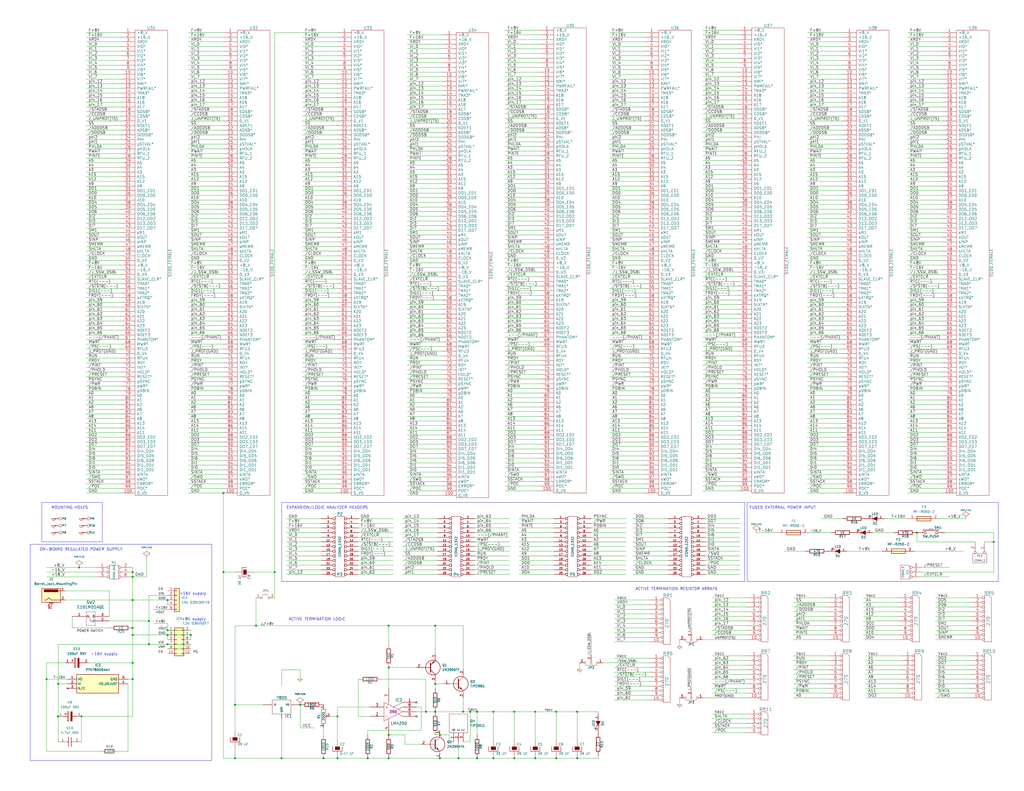
<source format=kicad_sch>
(kicad_sch (version 20230121) (generator eeschema)
  (paper "C")
  (title_block (title "noname.sch") (date "11 dec 2011"))
  (junction (at 104.14 346.71))
  (junction (at 212.09 364.49))
  (junction (at 72.39 370.84))
  (junction (at 269.24 414.02))
  (junction (at 212.09 414.02))
  (junction (at 121.92 269.24))
  (junction (at 81.28 339.09))
  (junction (at 25.4 370.84))
  (junction (at 303.53 414.02))
  (junction (at 500.38 290.83))
  (junction (at 153.67 414.02))
  (junction (at 128.27 384.81))
  (junction (at 176.53 414.02))
  (junction (at 43.18 309.88))
  (junction (at 128.27 414.02))
  (junction (at 184.15 391.16))
  (junction (at 314.96 388.62))
  (junction (at 91.44 344.17))
  (junction (at 72.39 342.9))
  (junction (at 252.73 388.62))
  (junction (at 260.35 414.02))
  (junction (at 237.49 341.63))
  (junction (at 200.66 414.02))
  (junction (at 256.54 388.62))
  (junction (at 303.53 388.62))
  (junction (at 280.67 414.02))
  (junction (at 212.09 401.32))
  (junction (at 163.83 384.81))
  (junction (at 184.15 414.02))
  (junction (at 72.39 312.42))
  (junction (at 240.03 414.02))
  (junction (at 240.03 401.32))
  (junction (at 314.96 414.02))
  (junction (at 72.39 346.71))
  (junction (at 269.24 388.62))
  (junction (at 237.49 373.38))
  (junction (at 292.1 388.62))
  (junction (at 91.44 327.66))
  (junction (at 72.39 361.95))
  (junction (at 139.7 341.63))
  (junction (at 280.67 388.62))
  (junction (at 81.28 351.79))
  (junction (at 121.92 312.42))
  (junction (at 72.39 314.96))
  (junction (at 237.49 388.62))
  (junction (at 232.41 388.62))
  (junction (at 31.75 373.38))
  (junction (at 72.39 327.66))
  (junction (at 149.86 312.42))
  (junction (at 91.44 351.79))
  (junction (at 542.29 295.91))
  (junction (at 292.1 414.02))
  (junction (at 250.19 414.02))
  (junction (at 260.35 388.62))
  (junction (at 91.44 346.71))
  (junction (at 44.45 391.16))
  (junction (at 212.09 341.63))
  (junction (at 31.75 391.16))
  (no_connect (at 227.33 383.54))
  (no_connect (at 227.33 391.16))
  (wire (pts (xy 165.1 93.98) (xy 184.15 93.98)))
  (wire (pts (xy 102.87 121.92) (xy 121.92 121.92)))
  (wire (pts (xy 388.62 341.63) (xy 407.67 341.63)))
  (wire (pts (xy 275.59 161.29) (xy 294.64 161.29)))
  (wire (pts (xy 440.69 167.64) (xy 459.74 167.64)))
  (wire (pts (xy 440.69 185.42) (xy 459.74 185.42)))
  (wire (pts (xy 138.43 312.42) (xy 149.86 312.42)))
  (wire (pts (xy 80.01 304.8) (xy 80.01 314.96)))
  (wire (pts (xy 440.69 248.92) (xy 459.74 248.92)))
  (wire (pts (xy 240.03 401.32) (xy 245.11 401.32)))
  (wire (pts (xy 328.93 361.95) (xy 354.33 361.95)))
  (wire (pts (xy 275.59 219.71) (xy 294.64 219.71)))
  (wire (pts (xy 510.54 375.92) (xy 529.59 375.92)))
  (wire (pts (xy 440.69 200.66) (xy 459.74 200.66)))
  (wire (pts (xy 495.3 259.08) (xy 514.35 259.08)))
  (wire (pts (xy 275.59 64.77) (xy 294.64 64.77)))
  (wire (pts (xy 495.3 243.84) (xy 514.35 243.84)))
  (wire (pts (xy 165.1 203.2) (xy 184.15 203.2)))
  (wire (pts (xy 495.3 55.88) (xy 514.35 55.88)))
  (wire (pts (xy 46.99 20.32) (xy 66.04 20.32)))
  (wire (pts (xy 383.54 191.77) (xy 402.59 191.77)))
  (wire (pts (xy 102.87 241.3) (xy 121.92 241.3)))
  (wire (pts (xy 440.69 226.06) (xy 459.74 226.06)))
  (wire (pts (xy 322.58 288.29) (xy 341.63 288.29)))
  (wire (pts (xy 495.3 40.64) (xy 514.35 40.64)))
  (wire (pts (xy 275.59 110.49) (xy 294.64 110.49)))
  (wire (pts (xy 102.87 27.94) (xy 121.92 27.94)))
  (wire (pts (xy 102.87 180.34) (xy 121.92 180.34)))
  (wire (pts (xy 222.25 118.11) (xy 241.3 118.11)))
  (wire (pts (xy 383.54 130.81) (xy 402.59 130.81)))
  (wire (pts (xy 275.59 133.35) (xy 294.64 133.35)))
  (wire (pts (xy 275.59 158.75) (xy 294.64 158.75)))
  (wire (pts (xy 433.07 358.14) (xy 452.12 358.14)))
  (wire (pts (xy 495.3 22.86) (xy 514.35 22.86)))
  (wire (pts (xy 46.99 185.42) (xy 66.04 185.42)))
  (wire (pts (xy 275.59 168.91) (xy 294.64 168.91)))
  (wire (pts (xy 222.25 257.81) (xy 241.3 257.81)))
  (wire (pts (xy 165.1 251.46) (xy 184.15 251.46)))
  (wire (pts (xy 495.3 269.24) (xy 514.35 269.24)))
  (wire (pts (xy 46.99 86.36) (xy 66.04 86.36)))
  (wire (pts (xy 495.3 256.54) (xy 514.35 256.54)))
  (wire (pts (xy 165.1 195.58) (xy 184.15 195.58)))
  (wire (pts (xy 275.59 82.55) (xy 294.64 82.55)))
  (wire (pts (xy 31.75 391.16) (xy 31.75 405.13)))
  (wire (pts (xy 165.1 210.82) (xy 184.15 210.82)))
  (wire (pts (xy 332.74 88.9) (xy 351.79 88.9)))
  (wire (pts (xy 259.08 283.21) (xy 278.13 283.21)))
  (wire (pts (xy 156.21 293.37) (xy 175.26 293.37)))
  (wire (pts (xy 165.1 78.74) (xy 184.15 78.74)))
  (wire (pts (xy 165.1 30.48) (xy 184.15 30.48)))
  (wire (pts (xy 332.74 208.28) (xy 351.79 208.28)))
  (wire (pts (xy 195.58 283.21) (xy 214.63 283.21)))
  (wire (pts (xy 383.54 120.65) (xy 402.59 120.65)))
  (wire (pts (xy 322.58 285.75) (xy 341.63 285.75)))
  (wire (pts (xy 229.87 398.78) (xy 200.66 398.78)))
  (wire (pts (xy 383.54 135.89) (xy 402.59 135.89)))
  (wire (pts (xy 165.1 172.72) (xy 184.15 172.72)))
  (wire (pts (xy 139.7 326.39) (xy 139.7 341.63)))
  (wire (pts (xy 46.99 226.06) (xy 66.04 226.06)))
  (wire (pts (xy 433.07 370.84) (xy 452.12 370.84)))
  (wire (pts (xy 332.74 261.62) (xy 351.79 261.62)))
  (wire (pts (xy 275.59 62.23) (xy 294.64 62.23)))
  (wire (pts (xy 165.1 175.26) (xy 184.15 175.26)))
  (wire (pts (xy 25.4 361.95) (xy 35.56 361.95)))
  (wire (pts (xy 275.59 125.73) (xy 294.64 125.73)))
  (wire (pts (xy 102.87 195.58) (xy 121.92 195.58)))
  (wire (pts (xy 46.99 220.98) (xy 66.04 220.98)))
  (wire (pts (xy 165.1 137.16) (xy 184.15 137.16)))
  (wire (pts (xy 195.58 298.45) (xy 214.63 298.45)))
  (wire (pts (xy 433.07 339.09) (xy 452.12 339.09)))
  (wire (pts (xy 31.75 351.79) (xy 81.28 351.79)))
  (wire (pts (xy 275.59 153.67) (xy 294.64 153.67)))
  (wire (pts (xy 165.1 55.88) (xy 184.15 55.88)))
  (wire (pts (xy 275.59 39.37) (xy 294.64 39.37)))
  (wire (pts (xy 102.87 190.5) (xy 121.92 190.5)))
  (wire (pts (xy 482.6 283.21) (xy 495.3 283.21)))
  (wire (pts (xy 412.75 290.83) (xy 424.18 290.83)))
  (wire (pts (xy 332.74 63.5) (xy 351.79 63.5)))
  (wire (pts (xy 237.49 375.92) (xy 237.49 373.38)))
  (wire (pts (xy 495.3 142.24) (xy 514.35 142.24)))
  (wire (pts (xy 440.69 48.26) (xy 459.74 48.26)))
  (wire (pts (xy 102.87 149.86) (xy 121.92 149.86)))
  (wire (pts (xy 219.71 288.29) (xy 238.76 288.29)))
  (wire (pts (xy 388.62 370.84) (xy 407.67 370.84)))
  (wire (pts (xy 335.28 337.82) (xy 354.33 337.82)))
  (wire (pts (xy 256.54 388.62) (xy 256.54 405.13)))
  (wire (pts (xy 495.3 170.18) (xy 514.35 170.18)))
  (wire (pts (xy 510.54 365.76) (xy 529.59 365.76)))
  (wire (pts (xy 384.81 298.45) (xy 403.86 298.45)))
  (wire (pts (xy 332.74 175.26) (xy 351.79 175.26)))
  (wire (pts (xy 440.69 40.64) (xy 459.74 40.64)))
  (wire (pts (xy 332.74 43.18) (xy 351.79 43.18)))
  (wire (pts (xy 165.1 223.52) (xy 184.15 223.52)))
  (wire (pts (xy 275.59 232.41) (xy 294.64 232.41)))
  (wire (pts (xy 232.41 388.62) (xy 232.41 370.84)))
  (wire (pts (xy 383.54 16.51) (xy 402.59 16.51)))
  (wire (pts (xy 495.3 33.02) (xy 514.35 33.02)))
  (wire (pts (xy 335.28 379.73) (xy 354.33 379.73)))
  (wire (pts (xy 495.3 68.58) (xy 514.35 68.58)))
  (wire (pts (xy 102.87 53.34) (xy 121.92 53.34)))
  (wire (pts (xy 383.54 257.81) (xy 402.59 257.81)))
  (wire (pts (xy 383.54 31.75) (xy 402.59 31.75)))
  (wire (pts (xy 440.69 147.32) (xy 459.74 147.32)))
  (wire (pts (xy 165.1 86.36) (xy 184.15 86.36)))
  (wire (pts (xy 472.44 360.68) (xy 491.49 360.68)))
  (wire (pts (xy 165.1 193.04) (xy 184.15 193.04)))
  (wire (pts (xy 240.03 401.32) (xy 240.03 398.78)))
  (wire (pts (xy 332.74 30.48) (xy 351.79 30.48)))
  (wire (pts (xy 471.17 344.17) (xy 490.22 344.17)))
  (wire (pts (xy 440.69 121.92) (xy 459.74 121.92)))
  (wire (pts (xy 247.65 405.13) (xy 245.11 405.13)))
  (wire (pts (xy 383.54 255.27) (xy 402.59 255.27)))
  (wire (pts (xy 46.99 134.62) (xy 66.04 134.62)))
  (wire (pts (xy 332.74 129.54) (xy 351.79 129.54)))
  (wire (pts (xy 383.54 133.35) (xy 402.59 133.35)))
  (wire (pts (xy 219.71 303.53) (xy 238.76 303.53)))
  (wire (pts (xy 495.3 223.52) (xy 514.35 223.52)))
  (wire (pts (xy 102.87 185.42) (xy 121.92 185.42)))
  (wire (pts (xy 332.74 182.88) (xy 351.79 182.88)))
  (wire (pts (xy 102.87 223.52) (xy 121.92 223.52)))
  (wire (pts (xy 46.99 55.88) (xy 66.04 55.88)))
  (wire (pts (xy 222.25 247.65) (xy 241.3 247.65)))
  (wire (pts (xy 388.62 373.38) (xy 407.67 373.38)))
  (wire (pts (xy 335.28 347.98) (xy 354.33 347.98)))
  (wire (pts (xy 128.27 408.94) (xy 128.27 414.02)))
  (wire (pts (xy 283.21 303.53) (xy 302.26 303.53)))
  (wire (pts (xy 156.21 298.45) (xy 175.26 298.45)))
  (wire (pts (xy 59.69 322.58) (xy 59.69 336.55)))
  (wire (pts (xy 72.39 309.88) (xy 72.39 312.42)))
  (wire (pts (xy 332.74 241.3) (xy 351.79 241.3)))
  (wire (pts (xy 46.99 144.78) (xy 66.04 144.78)))
  (wire (pts (xy 440.69 114.3) (xy 459.74 114.3)))
  (wire (pts (xy 440.69 55.88) (xy 459.74 55.88)))
  (wire (pts (xy 322.58 293.37) (xy 341.63 293.37)))
  (wire (pts (xy 335.28 342.9) (xy 354.33 342.9)))
  (wire (pts (xy 388.62 339.09) (xy 407.67 339.09)))
  (wire (pts (xy 165.1 266.7) (xy 184.15 266.7)))
  (wire (pts (xy 102.87 210.82) (xy 121.92 210.82)))
  (wire (pts (xy 383.54 118.11) (xy 402.59 118.11)))
  (wire (pts (xy 275.59 194.31) (xy 294.64 194.31)))
  (wire (pts (xy 222.25 196.85) (xy 241.3 196.85)))
  (wire (pts (xy 440.69 50.8) (xy 459.74 50.8)))
  (wire (pts (xy 195.58 293.37) (xy 214.63 293.37)))
  (wire (pts (xy 153.67 365.76) (xy 153.67 374.65)))
  (wire (pts (xy 440.69 243.84) (xy 459.74 243.84)))
  (wire (pts (xy 440.69 111.76) (xy 459.74 111.76)))
  (wire (pts (xy 495.3 139.7) (xy 514.35 139.7)))
  (wire (pts (xy 222.25 46.99) (xy 241.3 46.99)))
  (wire (pts (xy 102.87 182.88) (xy 121.92 182.88)))
  (wire (pts (xy 440.69 58.42) (xy 459.74 58.42)))
  (wire (pts (xy 433.07 346.71) (xy 452.12 346.71)))
  (wire (pts (xy 383.54 19.05) (xy 402.59 19.05)))
  (wire (pts (xy 332.74 198.12) (xy 351.79 198.12)))
  (wire (pts (xy 102.87 96.52) (xy 121.92 96.52)))
  (wire (pts (xy 102.87 58.42) (xy 121.92 58.42)))
  (wire (pts (xy 252.73 405.13) (xy 256.54 405.13)))
  (wire (pts (xy 383.54 349.25) (xy 407.67 349.25)))
  (wire (pts (xy 156.21 290.83) (xy 175.26 290.83)))
  (wire (pts (xy 275.59 74.93) (xy 294.64 74.93)))
  (wire (pts (xy 383.54 140.97) (xy 402.59 140.97)))
  (wire (pts (xy 335.28 327.66) (xy 354.33 327.66)))
  (wire (pts (xy 275.59 252.73) (xy 294.64 252.73)))
  (wire (pts (xy 165.1 139.7) (xy 184.15 139.7)))
  (wire (pts (xy 222.25 255.27) (xy 241.3 255.27)))
  (wire (pts (xy 495.3 218.44) (xy 514.35 218.44)))
  (wire (pts (xy 102.87 17.78) (xy 121.92 17.78)))
  (wire (pts (xy 102.87 99.06) (xy 121.92 99.06)))
  (wire (pts (xy 102.87 127) (xy 121.92 127)))
  (wire (pts (xy 388.62 328.93) (xy 407.67 328.93)))
  (wire (pts (xy 165.1 220.98) (xy 184.15 220.98)))
  (wire (pts (xy 165.1 243.84) (xy 184.15 243.84)))
  (wire (pts (xy 156.21 295.91) (xy 175.26 295.91)))
  (wire (pts (xy 495.3 185.42) (xy 514.35 185.42)))
  (wire (pts (xy 510.54 341.63) (xy 529.59 341.63)))
  (wire (pts (xy 440.69 73.66) (xy 459.74 73.66)))
  (wire (pts (xy 46.99 246.38) (xy 66.04 246.38)))
  (wire (pts (xy 222.25 26.67) (xy 241.3 26.67)))
  (wire (pts (xy 440.69 231.14) (xy 459.74 231.14)))
  (wire (pts (xy 222.25 90.17) (xy 241.3 90.17)))
  (wire (pts (xy 102.87 134.62) (xy 121.92 134.62)))
  (wire (pts (xy 222.25 161.29) (xy 241.3 161.29)))
  (wire (pts (xy 332.74 236.22) (xy 351.79 236.22)))
  (wire (pts (xy 383.54 179.07) (xy 402.59 179.07)))
  (wire (pts (xy 335.28 330.2) (xy 354.33 330.2)))
  (wire (pts (xy 440.69 63.5) (xy 459.74 63.5)))
  (wire (pts (xy 165.1 187.96) (xy 184.15 187.96)))
  (wire (pts (xy 222.25 143.51) (xy 241.3 143.51)))
  (wire (pts (xy 335.28 335.28) (xy 354.33 335.28)))
  (wire (pts (xy 165.1 190.5) (xy 184.15 190.5)))
  (wire (pts (xy 332.74 127) (xy 351.79 127)))
  (wire (pts (xy 510.54 363.22) (xy 529.59 363.22)))
  (wire (pts (xy 383.54 189.23) (xy 402.59 189.23)))
  (wire (pts (xy 102.87 68.58) (xy 121.92 68.58)))
  (wire (pts (xy 495.3 76.2) (xy 514.35 76.2)))
  (wire (pts (xy 222.25 102.87) (xy 241.3 102.87)))
  (wire (pts (xy 495.3 25.4) (xy 514.35 25.4)))
  (wire (pts (xy 440.69 261.62) (xy 459.74 261.62)))
  (wire (pts (xy 222.25 173.99) (xy 241.3 173.99)))
  (wire (pts (xy 513.08 283.21) (xy 527.05 283.21)))
  (wire (pts (xy 46.99 177.8) (xy 66.04 177.8)))
  (wire (pts (xy 46.99 45.72) (xy 66.04 45.72)))
  (wire (pts (xy 72.39 312.42) (xy 72.39 314.96)))
  (wire (pts (xy 66.04 200.66) (xy 46.99 200.66)))
  (wire (pts (xy 495.3 195.58) (xy 514.35 195.58)))
  (wire (pts (xy 222.25 242.57) (xy 241.3 242.57)))
  (wire (pts (xy 384.81 306.07) (xy 403.86 306.07)))
  (wire (pts (xy 195.58 311.15) (xy 214.63 311.15)))
  (wire (pts (xy 383.54 212.09) (xy 402.59 212.09)))
  (wire (pts (xy 46.99 236.22) (xy 66.04 236.22)))
  (wire (pts (xy 388.62 378.46) (xy 407.67 378.46)))
  (wire (pts (xy 440.69 246.38) (xy 459.74 246.38)))
  (wire (pts (xy 383.54 260.35) (xy 402.59 260.35)))
  (wire (pts (xy 102.87 208.28) (xy 121.92 208.28)))
  (wire (pts (xy 222.25 133.35) (xy 241.3 133.35)))
  (wire (pts (xy 237.49 373.38) (xy 242.57 373.38)))
  (wire (pts (xy 332.74 170.18) (xy 351.79 170.18)))
  (wire (pts (xy 332.74 58.42) (xy 351.79 58.42)))
  (wire (pts (xy 495.3 208.28) (xy 514.35 208.28)))
  (wire (pts (xy 31.75 351.79) (xy 31.75 373.38)))
  (wire (pts (xy 46.99 208.28) (xy 66.04 208.28)))
  (wire (pts (xy 165.1 205.74) (xy 184.15 205.74)))
  (wire (pts (xy 83.82 340.36) (xy 91.44 340.36)))
  (wire (pts (xy 383.54 224.79) (xy 402.59 224.79)))
  (wire (pts (xy 102.87 243.84) (xy 121.92 243.84)))
  (wire (pts (xy 332.74 139.7) (xy 351.79 139.7)))
  (wire (pts (xy 377.19 365.76) (xy 377.19 377.19)))
  (wire (pts (xy 332.74 254) (xy 351.79 254)))
  (wire (pts (xy 383.54 59.69) (xy 402.59 59.69)))
  (wire (pts (xy 222.25 179.07) (xy 241.3 179.07)))
  (wire (pts (xy 165.1 60.96) (xy 184.15 60.96)))
  (wire (pts (xy 275.59 113.03) (xy 294.64 113.03)))
  (wire (pts (xy 440.69 20.32) (xy 459.74 20.32)))
  (wire (pts (xy 46.99 269.24) (xy 66.04 269.24)))
  (wire (pts (xy 156.21 311.15) (xy 175.26 311.15)))
  (wire (pts (xy 149.86 312.42) (xy 149.86 326.39)))
  (wire (pts (xy 275.59 118.11) (xy 294.64 118.11)))
  (wire (pts (xy 440.69 254) (xy 459.74 254)))
  (wire (pts (xy 46.99 73.66) (xy 66.04 73.66)))
  (wire (pts (xy 345.44 303.53) (xy 364.49 303.53)))
  (wire (pts (xy 275.59 151.13) (xy 294.64 151.13)))
  (wire (pts (xy 388.62 344.17) (xy 407.67 344.17)))
  (wire (pts (xy 332.74 200.66) (xy 351.79 200.66)))
  (wire (pts (xy 149.86 17.78) (xy 149.86 312.42)))
  (wire (pts (xy 332.74 251.46) (xy 351.79 251.46)))
  (wire (pts (xy 383.54 100.33) (xy 402.59 100.33)))
  (wire (pts (xy 227.33 386.08) (xy 229.87 386.08)))
  (wire (pts (xy 102.87 200.66) (xy 121.92 200.66)))
  (wire (pts (xy 383.54 102.87) (xy 402.59 102.87)))
  (wire (pts (xy 275.59 49.53) (xy 294.64 49.53)))
  (wire (pts (xy 542.29 290.83) (xy 515.62 290.83)))
  (wire (pts (xy 440.69 269.24) (xy 459.74 269.24)))
  (wire (pts (xy 495.3 254) (xy 514.35 254)))
  (wire (pts (xy 440.69 144.78) (xy 459.74 144.78)))
  (wire (pts (xy 222.25 80.01) (xy 241.3 80.01)))
  (wire (pts (xy 495.3 83.82) (xy 514.35 83.82)))
  (wire (pts (xy 332.74 35.56) (xy 351.79 35.56)))
  (wire (pts (xy 332.74 233.68) (xy 351.79 233.68)))
  (wire (pts (xy 383.54 90.17) (xy 402.59 90.17)))
  (wire (pts (xy 440.69 264.16) (xy 459.74 264.16)))
  (wire (pts (xy 440.69 35.56) (xy 459.74 35.56)))
  (wire (pts (xy 237.49 373.38) (xy 237.49 372.11)))
  (wire (pts (xy 48.26 361.95) (xy 72.39 361.95)))
  (wire (pts (xy 332.74 33.02) (xy 351.79 33.02)))
  (wire (pts (xy 102.87 66.04) (xy 121.92 66.04)))
  (wire (pts (xy 176.53 401.32) (xy 176.53 397.51)))
  (wire (pts (xy 165.1 35.56) (xy 184.15 35.56)))
  (wire (pts (xy 495.3 203.2) (xy 514.35 203.2)))
  (wire (pts (xy 46.99 22.86) (xy 66.04 22.86)))
  (wire (pts (xy 237.49 401.32) (xy 240.03 401.32)))
  (wire (pts (xy 195.58 306.07) (xy 214.63 306.07)))
  (wire (pts (xy 383.54 184.15) (xy 402.59 184.15)))
  (wire (pts (xy 46.99 76.2) (xy 66.04 76.2)))
  (wire (pts (xy 46.99 119.38) (xy 66.04 119.38)))
  (wire (pts (xy 72.39 370.84) (xy 72.39 391.16)))
  (wire (pts (xy 275.59 41.91) (xy 294.64 41.91)))
  (wire (pts (xy 495.3 187.96) (xy 514.35 187.96)))
  (wire (pts (xy 176.53 414.02) (xy 184.15 414.02)))
  (wire (pts (xy 222.25 252.73) (xy 241.3 252.73)))
  (wire (pts (xy 332.74 96.52) (xy 351.79 96.52)))
  (wire (pts (xy 46.99 154.94) (xy 66.04 154.94)))
  (wire (pts (xy 510.54 373.38) (xy 529.59 373.38)))
  (wire (pts (xy 46.99 132.08) (xy 66.04 132.08)))
  (wire (pts (xy 275.59 240.03) (xy 294.64 240.03)))
  (wire (pts (xy 440.69 228.6) (xy 459.74 228.6)))
  (wire (pts (xy 383.54 146.05) (xy 402.59 146.05)))
  (wire (pts (xy 222.25 72.39) (xy 241.3 72.39)))
  (wire (pts (xy 335.28 369.57) (xy 354.33 369.57)))
  (wire (pts (xy 388.62 394.97) (xy 407.67 394.97)))
  (wire (pts (xy 222.25 85.09) (xy 241.3 85.09)))
  (wire (pts (xy 332.74 99.06) (xy 351.79 99.06)))
  (wire (pts (xy 440.69 88.9) (xy 459.74 88.9)))
  (wire (pts (xy 495.3 264.16) (xy 514.35 264.16)))
  (wire (pts (xy 280.67 414.02) (xy 292.1 414.02)))
  (wire (pts (xy 72.39 342.9) (xy 72.39 346.71)))
  (wire (pts (xy 280.67 388.62) (xy 269.24 388.62)))
  (wire (pts (xy 383.54 85.09) (xy 402.59 85.09)))
  (wire (pts (xy 472.44 381) (xy 491.49 381)))
  (wire (pts (xy 91.44 327.66) (xy 91.44 330.2)))
  (wire (pts (xy 55.88 410.21) (xy 25.4 410.21)))
  (wire (pts (xy 25.4 370.84) (xy 25.4 410.21)))
  (wire (pts (xy 495.3 248.92) (xy 514.35 248.92)))
  (wire (pts (xy 165.1 43.18) (xy 184.15 43.18)))
  (wire (pts (xy 440.69 165.1) (xy 459.74 165.1)))
  (wire (pts (xy 102.87 162.56) (xy 121.92 162.56)))
  (wire (pts (xy 383.54 240.03) (xy 402.59 240.03)))
  (wire (pts (xy 259.08 290.83) (xy 278.13 290.83)))
  (wire (pts (xy 495.3 101.6) (xy 514.35 101.6)))
  (wire (pts (xy 335.28 359.41) (xy 354.33 359.41)))
  (wire (pts (xy 219.71 311.15) (xy 238.76 311.15)))
  (wire (pts (xy 46.99 106.68) (xy 66.04 106.68)))
  (wire (pts (xy 332.74 149.86) (xy 351.79 149.86)))
  (wire (pts (xy 332.74 144.78) (xy 351.79 144.78)))
  (wire (pts (xy 383.54 105.41) (xy 402.59 105.41)))
  (wire (pts (xy 495.3 162.56) (xy 514.35 162.56)))
  (wire (pts (xy 165.1 121.92) (xy 184.15 121.92)))
  (wire (pts (xy 165.1 236.22) (xy 184.15 236.22)))
  (wire (pts (xy 495.3 63.5) (xy 514.35 63.5)))
  (wire (pts (xy 46.99 218.44) (xy 66.04 218.44)))
  (wire (pts (xy 165.1 81.28) (xy 184.15 81.28)))
  (wire (pts (xy 222.25 265.43) (xy 241.3 265.43)))
  (wire (pts (xy 499.11 300.99) (xy 525.78 300.99)))
  (wire (pts (xy 121.92 312.42) (xy 128.27 312.42)))
  (wire (pts (xy 275.59 267.97) (xy 294.64 267.97)))
  (wire (pts (xy 303.53 388.62) (xy 303.53 403.86)))
  (wire (pts (xy 102.87 215.9) (xy 121.92 215.9)))
  (wire (pts (xy 384.81 293.37) (xy 403.86 293.37)))
  (wire (pts (xy 383.54 158.75) (xy 402.59 158.75)))
  (wire (pts (xy 332.74 38.1) (xy 351.79 38.1)))
  (wire (pts (xy 440.69 193.04) (xy 459.74 193.04)))
  (wire (pts (xy 153.67 414.02) (xy 153.67 392.43)))
  (wire (pts (xy 322.58 303.53) (xy 341.63 303.53)))
  (wire (pts (xy 332.74 132.08) (xy 351.79 132.08)))
  (wire (pts (xy 332.74 172.72) (xy 351.79 172.72)))
  (wire (pts (xy 383.54 34.29) (xy 402.59 34.29)))
  (wire (pts (xy 102.87 170.18) (xy 121.92 170.18)))
  (wire (pts (xy 510.54 358.14) (xy 529.59 358.14)))
  (wire (pts (xy 102.87 109.22) (xy 121.92 109.22)))
  (wire (pts (xy 102.87 25.4) (xy 121.92 25.4)))
  (wire (pts (xy 165.1 144.78) (xy 184.15 144.78)))
  (wire (pts (xy 165.1 241.3) (xy 184.15 241.3)))
  (wire (pts (xy 275.59 77.47) (xy 294.64 77.47)))
  (wire (pts (xy 165.1 177.8) (xy 184.15 177.8)))
  (wire (pts (xy 275.59 87.63) (xy 294.64 87.63)))
  (wire (pts (xy 495.3 226.06) (xy 514.35 226.06)))
  (wire (pts (xy 256.54 388.62) (xy 252.73 388.62)))
  (wire (pts (xy 91.44 351.79) (xy 104.14 351.79)))
  (wire (pts (xy 275.59 92.71) (xy 294.64 92.71)))
  (wire (pts (xy 440.69 195.58) (xy 459.74 195.58)))
  (wire (pts (xy 433.07 331.47) (xy 452.12 331.47)))
  (wire (pts (xy 510.54 339.09) (xy 529.59 339.09)))
  (wire (pts (xy 440.69 68.58) (xy 459.74 68.58)))
  (wire (pts (xy 46.99 116.84) (xy 66.04 116.84)))
  (wire (pts (xy 212.09 364.49) (xy 227.33 364.49)))
  (wire (pts (xy 495.3 149.86) (xy 514.35 149.86)))
  (wire (pts (xy 283.21 313.69) (xy 302.26 313.69)))
  (wire (pts (xy 91.44 354.33) (xy 104.14 354.33)))
  (wire (pts (xy 35.56 327.66) (xy 72.39 327.66)))
  (wire (pts (xy 102.87 172.72) (xy 121.92 172.72)))
  (wire (pts (xy 384.81 311.15) (xy 403.86 311.15)))
  (wire (pts (xy 383.54 64.77) (xy 402.59 64.77)))
  (wire (pts (xy 165.1 147.32) (xy 184.15 147.32)))
  (wire (pts (xy 462.28 300.99) (xy 481.33 300.99)))
  (wire (pts (xy 222.25 151.13) (xy 241.3 151.13)))
  (wire (pts (xy 275.59 105.41) (xy 294.64 105.41)))
  (wire (pts (xy 156.21 283.21) (xy 175.26 283.21)))
  (wire (pts (xy 332.74 154.94) (xy 351.79 154.94)))
  (wire (pts (xy 222.25 219.71) (xy 241.3 219.71)))
  (wire (pts (xy 495.3 231.14) (xy 514.35 231.14)))
  (wire (pts (xy 332.74 20.32) (xy 351.79 20.32)))
  (wire (pts (xy 222.25 67.31) (xy 241.3 67.31)))
  (wire (pts (xy 259.08 285.75) (xy 278.13 285.75)))
  (wire (pts (xy 165.1 91.44) (xy 184.15 91.44)))
  (wire (pts (xy 332.74 256.54) (xy 351.79 256.54)))
  (wire (pts (xy 46.99 71.12) (xy 66.04 71.12)))
  (wire (pts (xy 46.99 195.58) (xy 66.04 195.58)))
  (wire (pts (xy 275.59 173.99) (xy 294.64 173.99)))
  (wire (pts (xy 222.25 250.19) (xy 241.3 250.19)))
  (wire (pts (xy 165.1 182.88) (xy 184.15 182.88)))
  (wire (pts (xy 275.59 26.67) (xy 294.64 26.67)))
  (wire (pts (xy 345.44 288.29) (xy 364.49 288.29)))
  (wire (pts (xy 384.81 308.61) (xy 403.86 308.61)))
  (wire (pts (xy 102.87 132.08) (xy 121.92 132.08)))
  (wire (pts (xy 46.99 63.5) (xy 66.04 63.5)))
  (wire (pts (xy 46.99 251.46) (xy 66.04 251.46)))
  (wire (pts (xy 495.3 205.74) (xy 514.35 205.74)))
  (wire (pts (xy 46.99 264.16) (xy 66.04 264.16)))
  (wire (pts (xy 259.08 313.69) (xy 278.13 313.69)))
  (wire (pts (xy 495.3 147.32) (xy 514.35 147.32)))
  (wire (pts (xy 440.69 233.68) (xy 459.74 233.68)))
  (wire (pts (xy 332.74 193.04) (xy 351.79 193.04)))
  (wire (pts (xy 102.87 269.24) (xy 121.92 269.24)))
  (wire (pts (xy 222.25 39.37) (xy 241.3 39.37)))
  (wire (pts (xy 165.1 63.5) (xy 184.15 63.5)))
  (wire (pts (xy 383.54 161.29) (xy 402.59 161.29)))
  (wire (pts (xy 222.25 227.33) (xy 241.3 227.33)))
  (wire (pts (xy 165.1 256.54) (xy 184.15 256.54)))
  (wire (pts (xy 495.3 154.94) (xy 514.35 154.94)))
  (wire (pts (xy 332.74 269.24) (xy 351.79 269.24)))
  (wire (pts (xy 102.87 78.74) (xy 121.92 78.74)))
  (wire (pts (xy 222.25 54.61) (xy 241.3 54.61)))
  (wire (pts (xy 332.74 66.04) (xy 351.79 66.04)))
  (wire (pts (xy 275.59 250.19) (xy 294.64 250.19)))
  (wire (pts (xy 495.3 233.68) (xy 514.35 233.68)))
  (wire (pts (xy 495.3 165.1) (xy 514.35 165.1)))
  (wire (pts (xy 476.25 290.83) (xy 487.68 290.83)))
  (wire (pts (xy 25.4 361.95) (xy 25.4 370.84)))
  (wire (pts (xy 440.69 38.1) (xy 459.74 38.1)))
  (wire (pts (xy 275.59 143.51) (xy 294.64 143.51)))
  (wire (pts (xy 383.54 227.33) (xy 402.59 227.33)))
  (wire (pts (xy 102.87 213.36) (xy 121.92 213.36)))
  (wire (pts (xy 440.69 71.12) (xy 459.74 71.12)))
  (wire (pts (xy 314.96 388.62) (xy 326.39 388.62)))
  (wire (pts (xy 222.25 201.93) (xy 241.3 201.93)))
  (wire (pts (xy 165.1 83.82) (xy 184.15 83.82)))
  (wire (pts (xy 332.74 147.32) (xy 351.79 147.32)))
  (wire (pts (xy 128.27 341.63) (xy 128.27 384.81)))
  (wire (pts (xy 165.1 73.66) (xy 184.15 73.66)))
  (wire (pts (xy 165.1 231.14) (xy 184.15 231.14)))
  (wire (pts (xy 471.17 331.47) (xy 490.22 331.47)))
  (wire (pts (xy 275.59 156.21) (xy 294.64 156.21)))
  (wire (pts (xy 275.59 19.05) (xy 294.64 19.05)))
  (wire (pts (xy 518.16 309.88) (xy 502.92 309.88)))
  (wire (pts (xy 222.25 69.85) (xy 241.3 69.85)))
  (wire (pts (xy 495.3 160.02) (xy 514.35 160.02)))
  (wire (pts (xy 335.28 332.74) (xy 354.33 332.74)))
  (wire (pts (xy 345.44 293.37) (xy 364.49 293.37)))
  (wire (pts (xy 510.54 328.93) (xy 529.59 328.93)))
  (wire (pts (xy 495.3 53.34) (xy 514.35 53.34)))
  (wire (pts (xy 91.44 344.17) (xy 104.14 344.17)))
  (wire (pts (xy 31.75 373.38) (xy 31.75 391.16)))
  (wire (pts (xy 165.1 213.36) (xy 184.15 213.36)))
  (wire (pts (xy 283.21 295.91) (xy 302.26 295.91)))
  (wire (pts (xy 222.25 52.07) (xy 241.3 52.07)))
  (wire (pts (xy 156.21 285.75) (xy 175.26 285.75)))
  (wire (pts (xy 388.62 375.92) (xy 407.67 375.92)))
  (wire (pts (xy 180.34 391.16) (xy 184.15 391.16)))
  (wire (pts (xy 195.58 285.75) (xy 214.63 285.75)))
  (wire (pts (xy 46.99 25.4) (xy 66.04 25.4)))
  (wire (pts (xy 46.99 182.88) (xy 66.04 182.88)))
  (wire (pts (xy 275.59 262.89) (xy 294.64 262.89)))
  (wire (pts (xy 195.58 308.61) (xy 214.63 308.61)))
  (wire (pts (xy 81.28 339.09) (xy 81.28 351.79)))
  (wire (pts (xy 542.29 312.42) (xy 542.29 295.91)))
  (wire (pts (xy 495.3 66.04) (xy 514.35 66.04)))
  (wire (pts (xy 326.39 412.75) (xy 326.39 414.02)))
  (wire (pts (xy 102.87 55.88) (xy 121.92 55.88)))
  (wire (pts (xy 46.99 149.86) (xy 66.04 149.86)))
  (wire (pts (xy 332.74 203.2) (xy 351.79 203.2)))
  (wire (pts (xy 102.87 116.84) (xy 121.92 116.84)))
  (wire (pts (xy 102.87 142.24) (xy 121.92 142.24)))
  (wire (pts (xy 275.59 140.97) (xy 294.64 140.97)))
  (wire (pts (xy 102.87 73.66) (xy 121.92 73.66)))
  (wire (pts (xy 332.74 160.02) (xy 351.79 160.02)))
  (wire (pts (xy 332.74 119.38) (xy 351.79 119.38)))
  (wire (pts (xy 46.99 48.26) (xy 66.04 48.26)))
  (wire (pts (xy 275.59 80.01) (xy 294.64 80.01)))
  (wire (pts (xy 46.99 261.62) (xy 66.04 261.62)))
  (wire (pts (xy 275.59 102.87) (xy 294.64 102.87)))
  (wire (pts (xy 46.99 78.74) (xy 66.04 78.74)))
  (wire (pts (xy 102.87 233.68) (xy 121.92 233.68)))
  (wire (pts (xy 510.54 334.01) (xy 529.59 334.01)))
  (wire (pts (xy 102.87 114.3) (xy 121.92 114.3)))
  (wire (pts (xy 332.74 121.92) (xy 351.79 121.92)))
  (wire (pts (xy 102.87 86.36) (xy 121.92 86.36)))
  (wire (pts (xy 46.99 157.48) (xy 66.04 157.48)))
  (wire (pts (xy 102.87 187.96) (xy 121.92 187.96)))
  (wire (pts (xy 165.1 20.32) (xy 184.15 20.32)))
  (wire (pts (xy 440.69 30.48) (xy 459.74 30.48)))
  (wire (pts (xy 165.1 157.48) (xy 184.15 157.48)))
  (wire (pts (xy 440.69 175.26) (xy 459.74 175.26)))
  (wire (pts (xy 259.08 288.29) (xy 278.13 288.29)))
  (wire (pts (xy 345.44 290.83) (xy 364.49 290.83)))
  (wire (pts (xy 165.1 259.08) (xy 184.15 259.08)))
  (wire (pts (xy 332.74 205.74) (xy 351.79 205.74)))
  (wire (pts (xy 219.71 306.07) (xy 238.76 306.07)))
  (wire (pts (xy 383.54 80.01) (xy 402.59 80.01)))
  (wire (pts (xy 292.1 388.62) (xy 292.1 403.86)))
  (wire (pts (xy 102.87 154.94) (xy 121.92 154.94)))
  (wire (pts (xy 46.99 223.52) (xy 66.04 223.52)))
  (wire (pts (xy 222.25 31.75) (xy 241.3 31.75)))
  (wire (pts (xy 165.1 162.56) (xy 184.15 162.56)))
  (wire (pts (xy 471.17 336.55) (xy 490.22 336.55)))
  (wire (pts (xy 440.69 109.22) (xy 459.74 109.22)))
  (wire (pts (xy 219.71 290.83) (xy 238.76 290.83)))
  (wire (pts (xy 69.85 410.21) (xy 69.85 373.38)))
  (wire (pts (xy 102.87 198.12) (xy 121.92 198.12)))
  (wire (pts (xy 383.54 173.99) (xy 402.59 173.99)))
  (wire (pts (xy 222.25 130.81) (xy 241.3 130.81)))
  (wire (pts (xy 102.87 205.74) (xy 121.92 205.74)))
  (wire (pts (xy 269.24 388.62) (xy 269.24 403.86)))
  (wire (pts (xy 433.07 360.68) (xy 452.12 360.68)))
  (wire (pts (xy 332.74 116.84) (xy 351.79 116.84)))
  (wire (pts (xy 332.74 60.96) (xy 351.79 60.96)))
  (wire (pts (xy 332.74 157.48) (xy 351.79 157.48)))
  (wire (pts (xy 383.54 26.67) (xy 402.59 26.67)))
  (wire (pts (xy 495.3 144.78) (xy 514.35 144.78)))
  (wire (pts (xy 46.99 50.8) (xy 66.04 50.8)))
  (wire (pts (xy 222.25 262.89) (xy 241.3 262.89)))
  (wire (pts (xy 219.71 313.69) (xy 238.76 313.69)))
  (wire (pts (xy 383.54 143.51) (xy 402.59 143.51)))
  (wire (pts (xy 102.87 177.8) (xy 121.92 177.8)))
  (wire (pts (xy 102.87 139.7) (xy 121.92 139.7)))
  (wire (pts (xy 275.59 67.31) (xy 294.64 67.31)))
  (wire (pts (xy 440.69 266.7) (xy 459.74 266.7)))
  (wire (pts (xy 335.28 372.11) (xy 354.33 372.11)))
  (wire (pts (xy 212.09 341.63) (xy 212.09 351.79)))
  (wire (pts (xy 275.59 130.81) (xy 294.64 130.81)))
  (wire (pts (xy 440.69 213.36) (xy 459.74 213.36)))
  (wire (pts (xy 46.99 215.9) (xy 66.04 215.9)))
  (wire (pts (xy 383.54 46.99) (xy 402.59 46.99)))
  (wire (pts (xy 222.25 29.21) (xy 241.3 29.21)))
  (wire (pts (xy 383.54 44.45) (xy 402.59 44.45)))
  (wire (pts (xy 252.73 381) (xy 252.73 388.62)))
  (wire (pts (xy 102.87 22.86) (xy 121.92 22.86)))
  (wire (pts (xy 165.1 180.34) (xy 184.15 180.34)))
  (wire (pts (xy 91.44 346.71) (xy 91.44 349.25)))
  (wire (pts (xy 165.1 142.24) (xy 184.15 142.24)))
  (wire (pts (xy 495.3 93.98) (xy 514.35 93.98)))
  (wire (pts (xy 440.69 208.28) (xy 459.74 208.28)))
  (wire (pts (xy 440.69 17.78) (xy 459.74 17.78)))
  (wire (pts (xy 384.81 283.21) (xy 403.86 283.21)))
  (wire (pts (xy 102.87 83.82) (xy 121.92 83.82)))
  (wire (pts (xy 232.41 388.62) (xy 227.33 388.62)))
  (wire (pts (xy 222.25 59.69) (xy 241.3 59.69)))
  (wire (pts (xy 222.25 158.75) (xy 241.3 158.75)))
  (wire (pts (xy 156.21 300.99) (xy 175.26 300.99)))
  (wire (pts (xy 472.44 375.92) (xy 491.49 375.92)))
  (wire (pts (xy 201.93 386.08) (xy 184.15 386.08)))
  (wire (pts (xy 222.25 95.25) (xy 241.3 95.25)))
  (wire (pts (xy 222.25 64.77) (xy 241.3 64.77)))
  (wire (pts (xy 283.21 298.45) (xy 302.26 298.45)))
  (wire (pts (xy 72.39 346.71) (xy 72.39 361.95)))
  (wire (pts (xy 495.3 50.8) (xy 514.35 50.8)))
  (wire (pts (xy 91.44 346.71) (xy 104.14 346.71)))
  (wire (pts (xy 495.3 43.18) (xy 514.35 43.18)))
  (wire (pts (xy 275.59 209.55) (xy 294.64 209.55)))
  (wire (pts (xy 165.1 111.76) (xy 184.15 111.76)))
  (wire (pts (xy 46.99 91.44) (xy 66.04 91.44)))
  (wire (pts (xy 440.69 203.2) (xy 459.74 203.2)))
  (wire (pts (xy 433.07 381) (xy 452.12 381)))
  (wire (pts (xy 46.99 114.3) (xy 66.04 114.3)))
  (wire (pts (xy 495.3 266.7) (xy 514.35 266.7)))
  (wire (pts (xy 433.07 368.3) (xy 452.12 368.3)))
  (wire (pts (xy 332.74 187.96) (xy 351.79 187.96)))
  (wire (pts (xy 495.3 228.6) (xy 514.35 228.6)))
  (wire (pts (xy 383.54 194.31) (xy 402.59 194.31)))
  (wire (pts (xy 335.28 374.65) (xy 354.33 374.65)))
  (wire (pts (xy 102.87 104.14) (xy 121.92 104.14)))
  (wire (pts (xy 345.44 313.69) (xy 364.49 313.69)))
  (wire (pts (xy 46.99 142.24) (xy 66.04 142.24)))
  (wire (pts (xy 383.54 237.49) (xy 402.59 237.49)))
  (wire (pts (xy 472.44 358.14) (xy 491.49 358.14)))
  (wire (pts (xy 171.45 397.51) (xy 163.83 397.51)))
  (wire (pts (xy 440.69 43.18) (xy 459.74 43.18)))
  (wire (pts (xy 275.59 184.15) (xy 294.64 184.15)))
  (wire (pts (xy 102.87 137.16) (xy 121.92 137.16)))
  (wire (pts (xy 275.59 69.85) (xy 294.64 69.85)))
  (wire (pts (xy 495.3 99.06) (xy 514.35 99.06)))
  (wire (pts (xy 440.69 86.36) (xy 459.74 86.36)))
  (wire (pts (xy 510.54 326.39) (xy 529.59 326.39)))
  (wire (pts (xy 102.87 231.14) (xy 121.92 231.14)))
  (wire (pts (xy 165.1 40.64) (xy 184.15 40.64)))
  (wire (pts (xy 102.87 40.64) (xy 121.92 40.64)))
  (wire (pts (xy 510.54 368.3) (xy 529.59 368.3)))
  (wire (pts (xy 440.69 101.6) (xy 459.74 101.6)))
  (wire (pts (xy 283.21 311.15) (xy 302.26 311.15)))
  (wire (pts (xy 433.07 378.46) (xy 452.12 378.46)))
  (wire (pts (xy 184.15 391.16) (xy 184.15 403.86)))
  (wire (pts (xy 440.69 154.94) (xy 459.74 154.94)))
  (wire (pts (xy 219.71 308.61) (xy 238.76 308.61)))
  (wire (pts (xy 322.58 311.15) (xy 341.63 311.15)))
  (wire (pts (xy 72.39 327.66) (xy 91.44 327.66)))
  (wire (pts (xy 383.54 52.07) (xy 402.59 52.07)))
  (wire (pts (xy 275.59 212.09) (xy 294.64 212.09)))
  (wire (pts (xy 195.58 300.99) (xy 214.63 300.99)))
  (wire (pts (xy 165.1 50.8) (xy 184.15 50.8)))
  (wire (pts (xy 102.87 101.6) (xy 121.92 101.6)))
  (wire (pts (xy 471.17 334.01) (xy 490.22 334.01)))
  (wire (pts (xy 433.07 328.93) (xy 452.12 328.93)))
  (wire (pts (xy 510.54 346.71) (xy 529.59 346.71)))
  (wire (pts (xy 46.99 190.5) (xy 66.04 190.5)))
  (wire (pts (xy 383.54 229.87) (xy 402.59 229.87)))
  (wire (pts (xy 510.54 360.68) (xy 529.59 360.68)))
  (wire (pts (xy 102.87 91.44) (xy 121.92 91.44)))
  (wire (pts (xy 495.3 167.64) (xy 514.35 167.64)))
  (wire (pts (xy 31.75 373.38) (xy 36.83 373.38)))
  (wire (pts (xy 388.62 331.47) (xy 407.67 331.47)))
  (wire (pts (xy 383.54 207.01) (xy 402.59 207.01)))
  (wire (pts (xy 283.21 308.61) (xy 302.26 308.61)))
  (wire (pts (xy 252.73 341.63) (xy 237.49 341.63)))
  (wire (pts (xy 222.25 232.41) (xy 241.3 232.41)))
  (wire (pts (xy 383.54 49.53) (xy 402.59 49.53)))
  (wire (pts (xy 222.25 194.31) (xy 241.3 194.31)))
  (wire (pts (xy 212.09 401.32) (xy 220.98 401.32)))
  (wire (pts (xy 222.25 270.51) (xy 241.3 270.51)))
  (wire (pts (xy 383.54 125.73) (xy 402.59 125.73)))
  (wire (pts (xy 383.54 153.67) (xy 402.59 153.67)))
  (wire (pts (xy 275.59 52.07) (xy 294.64 52.07)))
  (wire (pts (xy 335.28 367.03) (xy 354.33 367.03)))
  (wire (pts (xy 495.3 261.62) (xy 514.35 261.62)))
  (wire (pts (xy 283.21 290.83) (xy 302.26 290.83)))
  (wire (pts (xy 332.74 109.22) (xy 351.79 109.22)))
  (wire (pts (xy 222.25 125.73) (xy 241.3 125.73)))
  (wire (pts (xy 156.21 308.61) (xy 175.26 308.61)))
  (wire (pts (xy 165.1 33.02) (xy 184.15 33.02)))
  (wire (pts (xy 72.39 314.96) (xy 80.01 314.96)))
  (wire (pts (xy 165.1 45.72) (xy 184.15 45.72)))
  (wire (pts (xy 440.69 142.24) (xy 459.74 142.24)))
  (wire (pts (xy 433.07 365.76) (xy 452.12 365.76)))
  (wire (pts (xy 433.07 334.01) (xy 452.12 334.01)))
  (wire (pts (xy 472.44 370.84) (xy 491.49 370.84)))
  (wire (pts (xy 433.07 363.22) (xy 452.12 363.22)))
  (wire (pts (xy 332.74 111.76) (xy 351.79 111.76)))
  (wire (pts (xy 383.54 67.31) (xy 402.59 67.31)))
  (wire (pts (xy 332.74 152.4) (xy 351.79 152.4)))
  (wire (pts (xy 495.3 134.62) (xy 514.35 134.62)))
  (wire (pts (xy 275.59 217.17) (xy 294.64 217.17)))
  (wire (pts (xy 332.74 213.36) (xy 351.79 213.36)))
  (wire (pts (xy 46.99 38.1) (xy 66.04 38.1)))
  (wire (pts (xy 46.99 40.64) (xy 66.04 40.64)))
  (wire (pts (xy 440.69 134.62) (xy 459.74 134.62)))
  (wire (pts (xy 102.87 33.02) (xy 121.92 33.02)))
  (wire (pts (xy 303.53 414.02) (xy 314.96 414.02)))
  (wire (pts (xy 495.3 71.12) (xy 514.35 71.12)))
  (wire (pts (xy 292.1 414.02) (xy 303.53 414.02)))
  (wire (pts (xy 222.25 204.47) (xy 241.3 204.47)))
  (wire (pts (xy 440.69 132.08) (xy 459.74 132.08)))
  (wire (pts (xy 275.59 171.45) (xy 294.64 171.45)))
  (wire (pts (xy 332.74 248.92) (xy 351.79 248.92)))
  (wire (pts (xy 433.07 375.92) (xy 452.12 375.92)))
  (wire (pts (xy 383.54 97.79) (xy 402.59 97.79)))
  (wire (pts (xy 440.69 137.16) (xy 459.74 137.16)))
  (wire (pts (xy 165.1 99.06) (xy 184.15 99.06)))
  (wire (pts (xy 222.25 110.49) (xy 241.3 110.49)))
  (wire (pts (xy 345.44 300.99) (xy 364.49 300.99)))
  (wire (pts (xy 335.28 364.49) (xy 354.33 364.49)))
  (wire (pts (xy 345.44 311.15) (xy 364.49 311.15)))
  (wire (pts (xy 495.3 180.34) (xy 514.35 180.34)))
  (wire (pts (xy 383.54 123.19) (xy 402.59 123.19)))
  (wire (pts (xy 165.1 218.44) (xy 184.15 218.44)))
  (wire (pts (xy 219.71 295.91) (xy 238.76 295.91)))
  (wire (pts (xy 200.66 401.32) (xy 200.66 398.78)))
  (wire (pts (xy 440.69 162.56) (xy 459.74 162.56)))
  (wire (pts (xy 440.69 78.74) (xy 459.74 78.74)))
  (wire (pts (xy 283.21 288.29) (xy 302.26 288.29)))
  (wire (pts (xy 275.59 44.45) (xy 294.64 44.45)))
  (wire (pts (xy 102.87 119.38) (xy 121.92 119.38)))
  (wire (pts (xy 46.99 175.26) (xy 66.04 175.26)))
  (wire (pts (xy 440.69 127) (xy 459.74 127)))
  (wire (pts (xy 222.25 44.45) (xy 241.3 44.45)))
  (wire (pts (xy 495.3 48.26) (xy 514.35 48.26)))
  (wire (pts (xy 222.25 267.97) (xy 241.3 267.97)))
  (wire (pts (xy 275.59 72.39) (xy 294.64 72.39)))
  (wire (pts (xy 102.87 264.16) (xy 121.92 264.16)))
  (wire (pts (xy 46.99 43.18) (xy 66.04 43.18)))
  (wire (pts (xy 275.59 36.83) (xy 294.64 36.83)))
  (wire (pts (xy 153.67 414.02) (xy 176.53 414.02)))
  (wire (pts (xy 383.54 21.59) (xy 402.59 21.59)))
  (wire (pts (xy 102.87 81.28) (xy 121.92 81.28)))
  (wire (pts (xy 25.4 309.88) (xy 43.18 309.88)))
  (wire (pts (xy 240.03 414.02) (xy 250.19 414.02)))
  (wire (pts (xy 440.69 241.3) (xy 459.74 241.3)))
  (wire (pts (xy 332.74 68.58) (xy 351.79 68.58)))
  (wire (pts (xy 440.69 25.4) (xy 459.74 25.4)))
  (wire (pts (xy 383.54 92.71) (xy 402.59 92.71)))
  (wire (pts (xy 495.3 213.36) (xy 514.35 213.36)))
  (wire (pts (xy 260.35 388.62) (xy 256.54 388.62)))
  (wire (pts (xy 275.59 97.79) (xy 294.64 97.79)))
  (wire (pts (xy 229.87 386.08) (xy 229.87 398.78)))
  (wire (pts (xy 219.71 283.21) (xy 238.76 283.21)))
  (wire (pts (xy 495.3 132.08) (xy 514.35 132.08)))
  (wire (pts (xy 83.82 332.74) (xy 91.44 332.74)))
  (wire (pts (xy 332.74 50.8) (xy 351.79 50.8)))
  (wire (pts (xy 102.87 45.72) (xy 121.92 45.72)))
  (wire (pts (xy 81.28 325.12) (xy 81.28 339.09)))
  (wire (pts (xy 222.25 34.29) (xy 241.3 34.29)))
  (wire (pts (xy 165.1 114.3) (xy 184.15 114.3)))
  (wire (pts (xy 275.59 242.57) (xy 294.64 242.57)))
  (wire (pts (xy 332.74 93.98) (xy 351.79 93.98)))
  (wire (pts (xy 195.58 290.83) (xy 214.63 290.83)))
  (wire (pts (xy 46.99 88.9) (xy 66.04 88.9)))
  (wire (pts (xy 495.3 175.26) (xy 514.35 175.26)))
  (wire (pts (xy 156.21 313.69) (xy 175.26 313.69)))
  (wire (pts (xy 332.74 104.14) (xy 351.79 104.14)))
  (wire (pts (xy 275.59 59.69) (xy 294.64 59.69)))
  (wire (pts (xy 495.3 220.98) (xy 514.35 220.98)))
  (wire (pts (xy 165.1 165.1) (xy 184.15 165.1)))
  (wire (pts (xy 220.98 406.4) (xy 229.87 406.4)))
  (wire (pts (xy 332.74 134.62) (xy 351.79 134.62)))
  (wire (pts (xy 332.74 266.7) (xy 351.79 266.7)))
  (wire (pts (xy 165.1 200.66) (xy 184.15 200.66)))
  (wire (pts (xy 332.74 27.94) (xy 351.79 27.94)))
  (wire (pts (xy 222.25 148.59) (xy 241.3 148.59)))
  (wire (pts (xy 440.69 27.94) (xy 459.74 27.94)))
  (wire (pts (xy 510.54 378.46) (xy 529.59 378.46)))
  (wire (pts (xy 259.08 300.99) (xy 278.13 300.99)))
  (wire (pts (xy 165.1 170.18) (xy 184.15 170.18)))
  (wire (pts (xy 332.74 259.08) (xy 351.79 259.08)))
  (wire (pts (xy 383.54 247.65) (xy 402.59 247.65)))
  (wire (pts (xy 332.74 17.78) (xy 351.79 17.78)))
  (wire (pts (xy 383.54 245.11) (xy 402.59 245.11)))
  (wire (pts (xy 440.69 190.5) (xy 459.74 190.5)))
  (wire (pts (xy 102.87 220.98) (xy 121.92 220.98)))
  (wire (pts (xy 275.59 229.87) (xy 294.64 229.87)))
  (wire (pts (xy 165.1 71.12) (xy 184.15 71.12)))
  (wire (pts (xy 46.99 198.12) (xy 66.04 198.12)))
  (wire (pts (xy 259.08 306.07) (xy 278.13 306.07)))
  (wire (pts (xy 46.99 170.18) (xy 66.04 170.18)))
  (wire (pts (xy 495.3 198.12) (xy 514.35 198.12)))
  (wire (pts (xy 46.99 147.32) (xy 66.04 147.32)))
  (wire (pts (xy 46.99 152.4) (xy 66.04 152.4)))
  (wire (pts (xy 383.54 181.61) (xy 402.59 181.61)))
  (wire (pts (xy 275.59 107.95) (xy 294.64 107.95)))
  (wire (pts (xy 303.53 388.62) (xy 292.1 388.62)))
  (wire (pts (xy 388.62 336.55) (xy 407.67 336.55)))
  (wire (pts (xy 102.87 60.96) (xy 121.92 60.96)))
  (wire (pts (xy 46.99 231.14) (xy 66.04 231.14)))
  (wire (pts (xy 275.59 196.85) (xy 294.64 196.85)))
  (wire (pts (xy 275.59 204.47) (xy 294.64 204.47)))
  (wire (pts (xy 222.25 120.65) (xy 241.3 120.65)))
  (wire (pts (xy 383.54 128.27) (xy 402.59 128.27)))
  (wire (pts (xy 275.59 191.77) (xy 294.64 191.77)))
  (wire (pts (xy 222.25 140.97) (xy 241.3 140.97)))
  (wire (pts (xy 222.25 184.15) (xy 241.3 184.15)))
  (wire (pts (xy 91.44 344.17) (xy 91.44 340.36)))
  (wire (pts (xy 165.1 132.08) (xy 184.15 132.08)))
  (wire (pts (xy 383.54 199.39) (xy 402.59 199.39)))
  (wire (pts (xy 495.3 38.1) (xy 514.35 38.1)))
  (wire (pts (xy 222.25 74.93) (xy 241.3 74.93)))
  (wire (pts (xy 495.3 200.66) (xy 514.35 200.66)))
  (wire (pts (xy 165.1 124.46) (xy 184.15 124.46)))
  (wire (pts (xy 383.54 166.37) (xy 402.59 166.37)))
  (wire (pts (xy 322.58 283.21) (xy 341.63 283.21)))
  (wire (pts (xy 495.3 81.28) (xy 514.35 81.28)))
  (wire (pts (xy 46.99 33.02) (xy 66.04 33.02)))
  (wire (pts (xy 383.54 62.23) (xy 402.59 62.23)))
  (wire (pts (xy 275.59 34.29) (xy 294.64 34.29)))
  (wire (pts (xy 332.74 25.4) (xy 351.79 25.4)))
  (wire (pts (xy 165.1 167.64) (xy 184.15 167.64)))
  (wire (pts (xy 275.59 123.19) (xy 294.64 123.19)))
  (wire (pts (xy 232.41 370.84) (xy 208.28 370.84)))
  (wire (pts (xy 102.87 38.1) (xy 121.92 38.1)))
  (wire (pts (xy 383.54 113.03) (xy 402.59 113.03)))
  (wire (pts (xy 104.14 346.71) (xy 104.14 349.25)))
  (wire (pts (xy 259.08 293.37) (xy 278.13 293.37)))
  (wire (pts (xy 212.09 414.02) (xy 240.03 414.02)))
  (wire (pts (xy 275.59 186.69) (xy 294.64 186.69)))
  (wire (pts (xy 495.3 210.82) (xy 514.35 210.82)))
  (wire (pts (xy 383.54 72.39) (xy 402.59 72.39)))
  (wire (pts (xy 222.25 153.67) (xy 241.3 153.67)))
  (wire (pts (xy 345.44 283.21) (xy 364.49 283.21)))
  (wire (pts (xy 260.35 414.02) (xy 269.24 414.02)))
  (wire (pts (xy 384.81 285.75) (xy 403.86 285.75)))
  (wire (pts (xy 275.59 21.59) (xy 294.64 21.59)))
  (wire (pts (xy 440.69 106.68) (xy 459.74 106.68)))
  (wire (pts (xy 345.44 298.45) (xy 364.49 298.45)))
  (wire (pts (xy 388.62 389.89) (xy 407.67 389.89)))
  (wire (pts (xy 383.54 156.21) (xy 402.59 156.21)))
  (wire (pts (xy 383.54 196.85) (xy 402.59 196.85)))
  (wire (pts (xy 102.87 236.22) (xy 121.92 236.22)))
  (wire (pts (xy 440.69 256.54) (xy 459.74 256.54)))
  (wire (pts (xy 283.21 293.37) (xy 302.26 293.37)))
  (wire (pts (xy 495.3 78.74) (xy 514.35 78.74)))
  (wire (pts (xy 332.74 243.84) (xy 351.79 243.84)))
  (wire (pts (xy 433.07 344.17) (xy 452.12 344.17)))
  (wire (pts (xy 44.45 391.16) (xy 72.39 391.16)))
  (wire (pts (xy 237.49 341.63) (xy 212.09 341.63)))
  (wire (pts (xy 383.54 115.57) (xy 402.59 115.57)))
  (wire (pts (xy 383.54 250.19) (xy 402.59 250.19)))
  (wire (pts (xy 472.44 368.3) (xy 491.49 368.3)))
  (wire (pts (xy 314.96 414.02) (xy 326.39 414.02)))
  (wire (pts (xy 46.99 193.04) (xy 66.04 193.04)))
  (wire (pts (xy 332.74 185.42) (xy 351.79 185.42)))
  (wire (pts (xy 102.87 251.46) (xy 121.92 251.46)))
  (wire (pts (xy 495.3 238.76) (xy 514.35 238.76)))
  (wire (pts (xy 195.58 391.16) (xy 195.58 370.84)))
  (wire (pts (xy 139.7 341.63) (xy 128.27 341.63)))
  (wire (pts (xy 471.17 349.25) (xy 490.22 349.25)))
  (wire (pts (xy 46.99 160.02) (xy 66.04 160.02)))
  (wire (pts (xy 165.1 58.42) (xy 184.15 58.42)))
  (wire (pts (xy 495.3 106.68) (xy 514.35 106.68)))
  (wire (pts (xy 283.21 300.99) (xy 302.26 300.99)))
  (wire (pts (xy 440.69 81.28) (xy 459.74 81.28)))
  (wire (pts (xy 222.25 49.53) (xy 241.3 49.53)))
  (wire (pts (xy 184.15 386.08) (xy 184.15 391.16)))
  (wire (pts (xy 332.74 101.6) (xy 351.79 101.6)))
  (wire (pts (xy 332.74 114.3) (xy 351.79 114.3)))
  (wire (pts (xy 332.74 195.58) (xy 351.79 195.58)))
  (wire (pts (xy 275.59 29.21) (xy 294.64 29.21)))
  (wire (pts (xy 472.44 373.38) (xy 491.49 373.38)))
  (wire (pts (xy 440.69 96.52) (xy 459.74 96.52)))
  (wire (pts (xy 332.74 246.38) (xy 351.79 246.38)))
  (wire (pts (xy 102.87 88.9) (xy 121.92 88.9)))
  (wire (pts (xy 46.99 17.78) (xy 66.04 17.78)))
  (wire (pts (xy 165.1 149.86) (xy 184.15 149.86)))
  (wire (pts (xy 495.3 45.72) (xy 514.35 45.72)))
  (wire (pts (xy 440.69 53.34) (xy 459.74 53.34)))
  (wire (pts (xy 510.54 344.17) (xy 529.59 344.17)))
  (wire (pts (xy 46.99 167.64) (xy 66.04 167.64)))
  (wire (pts (xy 63.5 410.21) (xy 69.85 410.21)))
  (wire (pts (xy 165.1 96.52) (xy 184.15 96.52)))
  (wire (pts (xy 102.87 165.1) (xy 121.92 165.1)))
  (wire (pts (xy 332.74 53.34) (xy 351.79 53.34)))
  (wire (pts (xy 335.28 377.19) (xy 354.33 377.19)))
  (wire (pts (xy 383.54 222.25) (xy 402.59 222.25)))
  (wire (pts (xy 195.58 303.53) (xy 214.63 303.53)))
  (wire (pts (xy 433.07 336.55) (xy 452.12 336.55)))
  (wire (pts (xy 495.3 30.48) (xy 514.35 30.48)))
  (wire (pts (xy 388.62 346.71) (xy 407.67 346.71)))
  (wire (pts (xy 46.99 30.48) (xy 66.04 30.48)))
  (wire (pts (xy 322.58 295.91) (xy 341.63 295.91)))
  (wire (pts (xy 275.59 257.81) (xy 294.64 257.81)))
  (wire (pts (xy 102.87 129.54) (xy 121.92 129.54)))
  (wire (pts (xy 222.25 115.57) (xy 241.3 115.57)))
  (wire (pts (xy 165.1 208.28) (xy 184.15 208.28)))
  (wire (pts (xy 219.71 285.75) (xy 238.76 285.75)))
  (wire (pts (xy 128.27 414.02) (xy 153.67 414.02)))
  (wire (pts (xy 495.3 124.46) (xy 514.35 124.46)))
  (wire (pts (xy 500.38 295.91) (xy 500.38 290.83)))
  (wire (pts (xy 222.25 62.23) (xy 241.3 62.23)))
  (wire (pts (xy 383.54 262.89) (xy 402.59 262.89)))
  (wire (pts (xy 440.69 99.06) (xy 459.74 99.06)))
  (wire (pts (xy 275.59 207.01) (xy 294.64 207.01)))
  (wire (pts (xy 495.3 119.38) (xy 514.35 119.38)))
  (wire (pts (xy 222.25 123.19) (xy 241.3 123.19)))
  (wire (pts (xy 102.87 266.7) (xy 121.92 266.7)))
  (wire (pts (xy 440.69 60.96) (xy 459.74 60.96)))
  (wire (pts (xy 46.99 233.68) (xy 66.04 233.68)))
  (wire (pts (xy 495.3 17.78) (xy 514.35 17.78)))
  (wire (pts (xy 222.25 100.33) (xy 241.3 100.33)))
  (wire (pts (xy 184.15 414.02) (xy 200.66 414.02)))
  (wire (pts (xy 495.3 129.54) (xy 514.35 129.54)))
  (wire (pts (xy 222.25 41.91) (xy 241.3 41.91)))
  (wire (pts (xy 252.73 365.76) (xy 252.73 341.63)))
  (wire (pts (xy 383.54 204.47) (xy 402.59 204.47)))
  (wire (pts (xy 165.1 134.62) (xy 184.15 134.62)))
  (wire (pts (xy 345.44 285.75) (xy 364.49 285.75)))
  (wire (pts (xy 46.99 259.08) (xy 66.04 259.08)))
  (wire (pts (xy 510.54 370.84) (xy 529.59 370.84)))
  (wire (pts (xy 222.25 163.83) (xy 241.3 163.83)))
  (wire (pts (xy 46.99 93.98) (xy 66.04 93.98)))
  (wire (pts (xy 440.69 93.98) (xy 459.74 93.98)))
  (wire (pts (xy 250.19 405.13) (xy 250.19 414.02)))
  (wire (pts (xy 222.25 156.21) (xy 241.3 156.21)))
  (wire (pts (xy 165.1 88.9) (xy 184.15 88.9)))
  (wire (pts (xy 275.59 54.61) (xy 294.64 54.61)))
  (wire (pts (xy 440.69 218.44) (xy 459.74 218.44)))
  (wire (pts (xy 383.54 29.21) (xy 402.59 29.21)))
  (wire (pts (xy 383.54 176.53) (xy 402.59 176.53)))
  (wire (pts (xy 332.74 78.74) (xy 351.79 78.74)))
  (wire (pts (xy 250.19 414.02) (xy 260.35 414.02)))
  (wire (pts (xy 440.69 66.04) (xy 459.74 66.04)))
  (wire (pts (xy 165.1 269.24) (xy 184.15 269.24)))
  (wire (pts (xy 283.21 306.07) (xy 302.26 306.07)))
  (wire (pts (xy 388.62 360.68) (xy 407.67 360.68)))
  (wire (pts (xy 184.15 17.78) (xy 149.86 17.78)))
  (wire (pts (xy 165.1 226.06) (xy 184.15 226.06)))
  (wire (pts (xy 495.3 86.36) (xy 514.35 86.36)))
  (wire (pts (xy 165.1 228.6) (xy 184.15 228.6)))
  (wire (pts (xy 275.59 100.33) (xy 294.64 100.33)))
  (wire (pts (xy 46.99 254) (xy 66.04 254)))
  (wire (pts (xy 222.25 36.83) (xy 241.3 36.83)))
  (wire (pts (xy 383.54 209.55) (xy 402.59 209.55)))
  (wire (pts (xy 502.92 314.96) (xy 518.16 314.96)))
  (wire (pts (xy 383.54 232.41) (xy 402.59 232.41)))
  (wire (pts (xy 102.87 43.18) (xy 121.92 43.18)))
  (wire (pts (xy 383.54 186.69) (xy 402.59 186.69)))
  (wire (pts (xy 102.87 226.06) (xy 121.92 226.06)))
  (wire (pts (xy 440.69 116.84) (xy 459.74 116.84)))
  (wire (pts (xy 222.25 21.59) (xy 241.3 21.59)))
  (wire (pts (xy 471.17 346.71) (xy 490.22 346.71)))
  (wire (pts (xy 232.41 388.62) (xy 237.49 388.62)))
  (wire (pts (xy 46.99 60.96) (xy 66.04 60.96)))
  (wire (pts (xy 495.3 172.72) (xy 514.35 172.72)))
  (wire (pts (xy 222.25 176.53) (xy 241.3 176.53)))
  (wire (pts (xy 46.99 104.14) (xy 66.04 104.14)))
  (wire (pts (xy 245.11 405.13) (xy 245.11 401.32)))
  (wire (pts (xy 69.85 370.84) (xy 72.39 370.84)))
  (wire (pts (xy 283.21 285.75) (xy 302.26 285.75)))
  (wire (pts (xy 383.54 252.73) (xy 402.59 252.73)))
  (wire (pts (xy 222.25 229.87) (xy 241.3 229.87)))
  (wire (pts (xy 388.62 397.51) (xy 407.67 397.51)))
  (wire (pts (xy 121.92 312.42) (xy 121.92 414.02)))
  (wire (pts (xy 222.25 92.71) (xy 241.3 92.71)))
  (wire (pts (xy 383.54 107.95) (xy 402.59 107.95)))
  (wire (pts (xy 163.83 365.76) (xy 163.83 370.84)))
  (wire (pts (xy 72.39 327.66) (xy 72.39 342.9)))
  (wire (pts (xy 165.1 68.58) (xy 184.15 68.58)))
  (wire (pts (xy 102.87 193.04) (xy 121.92 193.04)))
  (wire (pts (xy 46.99 205.74) (xy 66.04 205.74)))
  (wire (pts (xy 384.81 300.99) (xy 403.86 300.99)))
  (wire (pts (xy 377.19 334.01) (xy 377.19 345.44)))
  (wire (pts (xy 495.3 109.22) (xy 514.35 109.22)))
  (wire (pts (xy 495.3 104.14) (xy 514.35 104.14)))
  (wire (pts (xy 222.25 82.55) (xy 241.3 82.55)))
  (wire (pts (xy 46.99 109.22) (xy 66.04 109.22)))
  (wire (pts (xy 165.1 48.26) (xy 184.15 48.26)))
  (wire (pts (xy 222.25 57.15) (xy 241.3 57.15)))
  (wire (pts (xy 165.1 160.02) (xy 184.15 160.02)))
  (wire (pts (xy 269.24 388.62) (xy 260.35 388.62)))
  (wire (pts (xy 275.59 199.39) (xy 294.64 199.39)))
  (wire (pts (xy 102.87 238.76) (xy 121.92 238.76)))
  (wire (pts (xy 222.25 189.23) (xy 241.3 189.23)))
  (wire (pts (xy 165.1 248.92) (xy 184.15 248.92)))
  (wire (pts (xy 388.62 326.39) (xy 407.67 326.39)))
  (wire (pts (xy 275.59 120.65) (xy 294.64 120.65)))
  (wire (pts (xy 383.54 163.83) (xy 402.59 163.83)))
  (wire (pts (xy 156.21 303.53) (xy 175.26 303.53)))
  (wire (pts (xy 332.74 142.24) (xy 351.79 142.24)))
  (wire (pts (xy 332.74 238.76) (xy 351.79 238.76)))
  (wire (pts (xy 156.21 288.29) (xy 175.26 288.29)))
  (wire (pts (xy 383.54 168.91) (xy 402.59 168.91)))
  (wire (pts (xy 275.59 227.33) (xy 294.64 227.33)))
  (wire (pts (xy 275.59 222.25) (xy 294.64 222.25)))
  (wire (pts (xy 440.69 170.18) (xy 459.74 170.18)))
  (wire (pts (xy 383.54 95.25) (xy 402.59 95.25)))
  (wire (pts (xy 102.87 93.98) (xy 121.92 93.98)))
  (wire (pts (xy 440.69 236.22) (xy 459.74 236.22)))
  (wire (pts (xy 219.71 300.99) (xy 238.76 300.99)))
  (wire (pts (xy 332.74 45.72) (xy 351.79 45.72)))
  (wire (pts (xy 322.58 298.45) (xy 341.63 298.45)))
  (wire (pts (xy 383.54 242.57) (xy 402.59 242.57)))
  (wire (pts (xy 383.54 110.49) (xy 402.59 110.49)))
  (wire (pts (xy 46.99 27.94) (xy 66.04 27.94)))
  (wire (pts (xy 222.25 105.41) (xy 241.3 105.41)))
  (wire (pts (xy 448.31 283.21) (xy 459.74 283.21)))
  (wire (pts (xy 472.44 378.46) (xy 491.49 378.46)))
  (wire (pts (xy 433.07 373.38) (xy 452.12 373.38)))
  (wire (pts (xy 440.69 119.38) (xy 459.74 119.38)))
  (wire (pts (xy 383.54 234.95) (xy 402.59 234.95)))
  (wire (pts (xy 322.58 290.83) (xy 341.63 290.83)))
  (wire (pts (xy 440.69 152.4) (xy 459.74 152.4)))
  (wire (pts (xy 332.74 48.26) (xy 351.79 48.26)))
  (wire (pts (xy 495.3 111.76) (xy 514.35 111.76)))
  (wire (pts (xy 383.54 219.71) (xy 402.59 219.71)))
  (wire (pts (xy 332.74 86.36) (xy 351.79 86.36)))
  (wire (pts (xy 195.58 288.29) (xy 214.63 288.29)))
  (wire (pts (xy 370.84 384.81) (xy 370.84 381)))
  (wire (pts (xy 259.08 308.61) (xy 278.13 308.61)))
  (wire (pts (xy 495.3 88.9) (xy 514.35 88.9)))
  (wire (pts (xy 222.25 107.95) (xy 241.3 107.95)))
  (wire (pts (xy 332.74 167.64) (xy 351.79 167.64)))
  (wire (pts (xy 322.58 308.61) (xy 341.63 308.61)))
  (wire (pts (xy 440.69 124.46) (xy 459.74 124.46)))
  (wire (pts (xy 388.62 334.01) (xy 407.67 334.01)))
  (wire (pts (xy 121.92 269.24) (xy 121.92 312.42)))
  (wire (pts (xy 165.1 215.9) (xy 184.15 215.9)))
  (wire (pts (xy 102.87 203.2) (xy 121.92 203.2)))
  (wire (pts (xy 345.44 308.61) (xy 364.49 308.61)))
  (wire (pts (xy 219.71 298.45) (xy 238.76 298.45)))
  (wire (pts (xy 165.1 109.22) (xy 184.15 109.22)))
  (wire (pts (xy 46.99 35.56) (xy 66.04 35.56)))
  (wire (pts (xy 102.87 228.6) (xy 121.92 228.6)))
  (wire (pts (xy 283.21 283.21) (xy 302.26 283.21)))
  (wire (pts (xy 46.99 180.34) (xy 66.04 180.34)))
  (wire (pts (xy 440.69 210.82) (xy 459.74 210.82)))
  (wire (pts (xy 102.87 259.08) (xy 121.92 259.08)))
  (wire (pts (xy 165.1 76.2) (xy 184.15 76.2)))
  (wire (pts (xy 383.54 54.61) (xy 402.59 54.61)))
  (wire (pts (xy 440.69 157.48) (xy 459.74 157.48)))
  (wire (pts (xy 332.74 71.12) (xy 351.79 71.12)))
  (wire (pts (xy 165.1 198.12) (xy 184.15 198.12)))
  (wire (pts (xy 440.69 91.44) (xy 459.74 91.44)))
  (wire (pts (xy 36.83 370.84) (xy 25.4 370.84)))
  (wire (pts (xy 510.54 349.25) (xy 529.59 349.25)))
  (wire (pts (xy 332.74 55.88) (xy 351.79 55.88)))
  (wire (pts (xy 292.1 388.62) (xy 280.67 388.62)))
  (wire (pts (xy 316.23 365.76) (xy 316.23 361.95)))
  (wire (pts (xy 81.28 351.79) (xy 91.44 351.79)))
  (wire (pts (xy 46.99 81.28) (xy 66.04 81.28)))
  (wire (pts (xy 46.99 241.3) (xy 66.04 241.3)))
  (wire (pts (xy 46.99 162.56) (xy 66.04 162.56)))
  (wire (pts (xy 102.87 48.26) (xy 121.92 48.26)))
  (wire (pts (xy 165.1 129.54) (xy 184.15 129.54)))
  (wire (pts (xy 275.59 265.43) (xy 294.64 265.43)))
  (wire (pts (xy 275.59 115.57) (xy 294.64 115.57)))
  (wire (pts (xy 388.62 392.43) (xy 407.67 392.43)))
  (wire (pts (xy 332.74 215.9) (xy 351.79 215.9)))
  (wire (pts (xy 440.69 104.14) (xy 459.74 104.14)))
  (wire (pts (xy 383.54 214.63) (xy 402.59 214.63)))
  (wire (pts (xy 495.3 236.22) (xy 514.35 236.22)))
  (wire (pts (xy 222.25 146.05) (xy 241.3 146.05)))
  (wire (pts (xy 471.17 328.93) (xy 490.22 328.93)))
  (wire (pts (xy 275.59 214.63) (xy 294.64 214.63)))
  (wire (pts (xy 102.87 147.32) (xy 121.92 147.32)))
  (wire (pts (xy 260.35 388.62) (xy 260.35 401.32)))
  (wire (pts (xy 495.3 91.44) (xy 514.35 91.44)))
  (wire (pts (xy 383.54 24.13) (xy 402.59 24.13)))
  (wire (pts (xy 322.58 306.07) (xy 341.63 306.07)))
  (wire (pts (xy 495.3 116.84) (xy 514.35 116.84)))
  (wire (pts (xy 332.74 124.46) (xy 351.79 124.46)))
  (wire (pts (xy 222.25 207.01) (xy 241.3 207.01)))
  (wire (pts (xy 322.58 300.99) (xy 341.63 300.99)))
  (wire (pts (xy 165.1 119.38) (xy 184.15 119.38)))
  (wire (pts (xy 195.58 313.69) (xy 214.63 313.69)))
  (wire (pts (xy 222.25 181.61) (xy 241.3 181.61)))
  (wire (pts (xy 332.74 264.16) (xy 351.79 264.16)))
  (wire (pts (xy 433.07 349.25) (xy 452.12 349.25)))
  (wire (pts (xy 46.99 228.6) (xy 66.04 228.6)))
  (wire (pts (xy 332.74 76.2) (xy 351.79 76.2)))
  (wire (pts (xy 143.51 384.81) (xy 128.27 384.81)))
  (wire (pts (xy 472.44 365.76) (xy 491.49 365.76)))
  (wire (pts (xy 222.25 19.05) (xy 241.3 19.05)))
  (wire (pts (xy 222.25 24.13) (xy 241.3 24.13)))
  (wire (pts (xy 275.59 255.27) (xy 294.64 255.27)))
  (wire (pts (xy 259.08 295.91) (xy 278.13 295.91)))
  (wire (pts (xy 52.07 309.88) (xy 43.18 309.88)))
  (wire (pts (xy 275.59 146.05) (xy 294.64 146.05)))
  (wire (pts (xy 332.74 83.82) (xy 351.79 83.82)))
  (wire (pts (xy 275.59 31.75) (xy 294.64 31.75)))
  (wire (pts (xy 495.3 246.38) (xy 514.35 246.38)))
  (wire (pts (xy 128.27 384.81) (xy 128.27 398.78)))
  (wire (pts (xy 46.99 256.54) (xy 66.04 256.54)))
  (wire (pts (xy 440.69 223.52) (xy 459.74 223.52)))
  (wire (pts (xy 383.54 217.17) (xy 402.59 217.17)))
  (wire (pts (xy 222.25 87.63) (xy 241.3 87.63)))
  (wire (pts (xy 72.39 346.71) (xy 91.44 346.71)))
  (wire (pts (xy 314.96 388.62) (xy 314.96 403.86)))
  (wire (pts (xy 46.99 243.84) (xy 66.04 243.84)))
  (wire (pts (xy 165.1 66.04) (xy 184.15 66.04)))
  (wire (pts (xy 46.99 248.92) (xy 66.04 248.92)))
  (wire (pts (xy 269.24 414.02) (xy 280.67 414.02)))
  (wire (pts (xy 495.3 20.32) (xy 514.35 20.32)))
  (wire (pts (xy 495.3 114.3) (xy 514.35 114.3)))
  (wire (pts (xy 326.39 388.62) (xy 326.39 389.89)))
  (wire (pts (xy 59.69 342.9) (xy 39.37 342.9)))
  (wire (pts (xy 46.99 101.6) (xy 66.04 101.6)))
  (wire (pts (xy 102.87 152.4) (xy 121.92 152.4)))
  (wire (pts (xy 219.71 293.37) (xy 238.76 293.37)))
  (wire (pts (xy 222.25 166.37) (xy 241.3 166.37)))
  (wire (pts (xy 332.74 73.66) (xy 351.79 73.66)))
  (wire (pts (xy 275.59 234.95) (xy 294.64 234.95)))
  (wire (pts (xy 220.98 401.32) (xy 220.98 406.4)))
  (wire (pts (xy 335.28 382.27) (xy 354.33 382.27)))
  (wire (pts (xy 165.1 38.1) (xy 184.15 38.1)))
  (wire (pts (xy 495.3 58.42) (xy 514.35 58.42)))
  (wire (pts (xy 102.87 35.56) (xy 121.92 35.56)))
  (wire (pts (xy 275.59 90.17) (xy 294.64 90.17)))
  (wire (pts (xy 222.25 245.11) (xy 241.3 245.11)))
  (wire (pts (xy 383.54 138.43) (xy 402.59 138.43)))
  (wire (pts (xy 46.99 66.04) (xy 66.04 66.04)))
  (wire (pts (xy 440.69 238.76) (xy 459.74 238.76)))
  (wire (pts (xy 46.99 213.36) (xy 66.04 213.36)))
  (wire (pts (xy 275.59 16.51) (xy 294.64 16.51)))
  (wire (pts (xy 102.87 175.26) (xy 121.92 175.26)))
  (wire (pts (xy 222.25 199.39) (xy 241.3 199.39)))
  (wire (pts (xy 383.54 57.15) (xy 402.59 57.15)))
  (wire (pts (xy 201.93 391.16) (xy 195.58 391.16)))
  (wire (pts (xy 156.21 306.07) (xy 175.26 306.07)))
  (wire (pts (xy 495.3 193.04) (xy 514.35 193.04)))
  (wire (pts (xy 502.92 312.42) (xy 542.29 312.42)))
  (wire (pts (xy 383.54 87.63) (xy 402.59 87.63)))
  (wire (pts (xy 495.3 96.52) (xy 514.35 96.52)))
  (wire (pts (xy 495.3 190.5) (xy 514.35 190.5)))
  (wire (pts (xy 35.56 322.58) (xy 59.69 322.58)))
  (wire (pts (xy 275.59 176.53) (xy 294.64 176.53)))
  (wire (pts (xy 222.25 135.89) (xy 241.3 135.89)))
  (wire (pts (xy 222.25 260.35) (xy 241.3 260.35)))
  (wire (pts (xy 222.25 171.45) (xy 241.3 171.45)))
  (wire (pts (xy 383.54 148.59) (xy 402.59 148.59)))
  (wire (pts (xy 314.96 388.62) (xy 303.53 388.62)))
  (wire (pts (xy 165.1 53.34) (xy 184.15 53.34)))
  (wire (pts (xy 46.99 83.82) (xy 66.04 83.82)))
  (wire (pts (xy 345.44 295.91) (xy 364.49 295.91)))
  (wire (pts (xy 275.59 260.35) (xy 294.64 260.35)))
  (wire (pts (xy 335.28 350.52) (xy 354.33 350.52)))
  (wire (pts (xy 139.7 341.63) (xy 212.09 341.63)))
  (wire (pts (xy 275.59 95.25) (xy 294.64 95.25)))
  (wire (pts (xy 332.74 91.44) (xy 351.79 91.44)))
  (wire (pts (xy 440.69 177.8) (xy 459.74 177.8)))
  (wire (pts (xy 259.08 311.15) (xy 278.13 311.15)))
  (wire (pts (xy 275.59 57.15) (xy 294.64 57.15)))
  (wire (pts (xy 222.25 97.79) (xy 241.3 97.79)))
  (wire (pts (xy 165.1 106.68) (xy 184.15 106.68)))
  (wire (pts (xy 383.54 77.47) (xy 402.59 77.47)))
  (wire (pts (xy 332.74 162.56) (xy 351.79 162.56)))
  (wire (pts (xy 46.99 238.76) (xy 66.04 238.76)))
  (wire (pts (xy 102.87 106.68) (xy 121.92 106.68)))
  (wire (pts (xy 275.59 201.93) (xy 294.64 201.93)))
  (wire (pts (xy 46.99 68.58) (xy 66.04 68.58)))
  (wire (pts (xy 384.81 295.91) (xy 403.86 295.91)))
  (wire (pts (xy 102.87 20.32) (xy 121.92 20.32)))
  (wire (pts (xy 332.74 190.5) (xy 351.79 190.5)))
  (wire (pts (xy 102.87 218.44) (xy 121.92 218.44)))
  (wire (pts (xy 440.69 259.08) (xy 459.74 259.08)))
  (wire (pts (xy 495.3 182.88) (xy 514.35 182.88)))
  (wire (pts (xy 165.1 104.14) (xy 184.15 104.14)))
  (wire (pts (xy 388.62 368.3) (xy 407.67 368.3)))
  (wire (pts (xy 332.74 81.28) (xy 351.79 81.28)))
  (wire (pts (xy 471.17 326.39) (xy 490.22 326.39)))
  (wire (pts (xy 102.87 30.48) (xy 121.92 30.48)))
  (wire (pts (xy 383.54 201.93) (xy 402.59 201.93)))
  (wire (pts (xy 275.59 189.23) (xy 294.64 189.23)))
  (wire (pts (xy 102.87 157.48) (xy 121.92 157.48)))
  (wire (pts (xy 222.25 224.79) (xy 241.3 224.79)))
  (wire (pts (xy 222.25 240.03) (xy 241.3 240.03)))
  (wire (pts (xy 102.87 111.76) (xy 121.92 111.76)))
  (wire (pts (xy 102.87 76.2) (xy 121.92 76.2)))
  (wire (pts (xy 165.1 127) (xy 184.15 127)))
  (wire (pts (xy 165.1 152.4) (xy 184.15 152.4)))
  (wire (pts (xy 165.1 238.76) (xy 184.15 238.76)))
  (wire (pts (xy 222.25 237.49) (xy 241.3 237.49)))
  (wire (pts (xy 237.49 341.63) (xy 237.49 356.87)))
  (wire (pts (xy 383.54 36.83) (xy 402.59 36.83)))
  (wire (pts (xy 440.69 220.98) (xy 459.74 220.98)))
  (wire (pts (xy 165.1 101.6) (xy 184.15 101.6)))
  (wire (pts (xy 46.99 99.06) (xy 66.04 99.06)))
  (wire (pts (xy 259.08 298.45) (xy 278.13 298.45)))
  (wire (pts (xy 46.99 121.92) (xy 66.04 121.92)))
  (wire (pts (xy 165.1 185.42) (xy 184.15 185.42)))
  (wire (pts (xy 332.74 226.06) (xy 351.79 226.06)))
  (wire (pts (xy 440.69 182.88) (xy 459.74 182.88)))
  (wire (pts (xy 383.54 69.85) (xy 402.59 69.85)))
  (wire (pts (xy 102.87 248.92) (xy 121.92 248.92)))
  (wire (pts (xy 102.87 124.46) (xy 121.92 124.46)))
  (wire (pts (xy 384.81 290.83) (xy 403.86 290.83)))
  (wire (pts (xy 222.25 209.55) (xy 241.3 209.55)))
  (wire (pts (xy 440.69 198.12) (xy 459.74 198.12)))
  (wire (pts (xy 440.69 139.7) (xy 459.74 139.7)))
  (wire (pts (xy 165.1 22.86) (xy 184.15 22.86)))
  (wire (pts (xy 332.74 165.1) (xy 351.79 165.1)))
  (wire (pts (xy 332.74 210.82) (xy 351.79 210.82)))
  (wire (pts (xy 440.69 76.2) (xy 459.74 76.2)))
  (wire (pts (xy 153.67 365.76) (xy 163.83 365.76)))
  (wire (pts (xy 332.74 180.34) (xy 351.79 180.34)))
  (wire (pts (xy 383.54 265.43) (xy 402.59 265.43)))
  (wire (pts (xy 163.83 397.51) (xy 163.83 384.81)))
  (wire (pts (xy 332.74 218.44) (xy 351.79 218.44)))
  (wire (pts (xy 222.25 168.91) (xy 241.3 168.91)))
  (wire (pts (xy 322.58 346.71) (xy 322.58 358.14)))
  (wire (pts (xy 280.67 388.62) (xy 280.67 403.86)))
  (wire (pts (xy 72.39 314.96) (xy 72.39 327.66)))
  (wire (pts (xy 471.17 339.09) (xy 490.22 339.09)))
  (wire (pts (xy 222.25 191.77) (xy 241.3 191.77)))
  (wire (pts (xy 102.87 256.54) (xy 121.92 256.54)))
  (wire (pts (xy 440.69 172.72) (xy 459.74 172.72)))
  (wire (pts (xy 46.99 139.7) (xy 66.04 139.7)))
  (wire (pts (xy 495.3 127) (xy 514.35 127)))
  (wire (pts (xy 102.87 71.12) (xy 121.92 71.12)))
  (wire (pts (xy 46.99 137.16) (xy 66.04 137.16)))
  (wire (pts (xy 495.3 215.9) (xy 514.35 215.9)))
  (wire (pts (xy 275.59 245.11) (xy 294.64 245.11)))
  (wire (pts (xy 222.25 113.03) (xy 241.3 113.03)))
  (wire (pts (xy 332.74 22.86) (xy 351.79 22.86)))
  (wire (pts (xy 440.69 149.86) (xy 459.74 149.86)))
  (wire (pts (xy 222.25 217.17) (xy 241.3 217.17)))
  (wire (pts (xy 165.1 254) (xy 184.15 254)))
  (wire (pts (xy 441.96 290.83) (xy 453.39 290.83)))
  (wire (pts (xy 332.74 228.6) (xy 351.79 228.6)))
  (wire (pts (xy 440.69 33.02) (xy 459.74 33.02)))
  (wire (pts (xy 440.69 129.54) (xy 459.74 129.54)))
  (wire (pts (xy 384.81 288.29) (xy 403.86 288.29)))
  (wire (pts (xy 44.45 391.16) (xy 44.45 405.13)))
  (wire (pts (xy 335.28 345.44) (xy 354.33 345.44)))
  (wire (pts (xy 222.25 77.47) (xy 241.3 77.47)))
  (wire (pts (xy 495.3 177.8) (xy 514.35 177.8)))
  (wire (pts (xy 165.1 264.16) (xy 184.15 264.16)))
  (wire (pts (xy 222.25 138.43) (xy 241.3 138.43)))
  (wire (pts (xy 335.28 340.36) (xy 354.33 340.36)))
  (wire (pts (xy 275.59 247.65) (xy 294.64 247.65)))
  (wire (pts (xy 275.59 85.09) (xy 294.64 85.09)))
  (wire (pts (xy 46.99 58.42) (xy 66.04 58.42)))
  (wire (pts (xy 427.99 300.99) (xy 439.42 300.99)))
  (wire (pts (xy 383.54 267.97) (xy 402.59 267.97)))
  (wire (pts (xy 102.87 160.02) (xy 121.92 160.02)))
  (wire (pts (xy 46.99 172.72) (xy 66.04 172.72)))
  (wire (pts (xy 46.99 187.96) (xy 66.04 187.96)))
  (wire (pts (xy 384.81 303.53) (xy 403.86 303.53)))
  (wire (pts (xy 165.1 116.84) (xy 184.15 116.84)))
  (wire (pts (xy 165.1 246.38) (xy 184.15 246.38)))
  (wire (pts (xy 46.99 129.54) (xy 66.04 129.54)))
  (wire (pts (xy 495.3 152.4) (xy 514.35 152.4)))
  (wire (pts (xy 252.73 388.62) (xy 237.49 388.62)))
  (wire (pts (xy 46.99 111.76) (xy 66.04 111.76)))
  (wire (pts (xy 259.08 303.53) (xy 278.13 303.53)))
  (wire (pts (xy 46.99 165.1) (xy 66.04 165.1)))
  (wire (pts (xy 510.54 381) (xy 529.59 381)))
  (wire (pts (xy 495.3 241.3) (xy 514.35 241.3)))
  (wire (pts (xy 388.62 363.22) (xy 407.67 363.22)))
  (wire (pts (xy 46.99 266.7) (xy 66.04 266.7)))
  (wire (pts (xy 495.3 137.16) (xy 514.35 137.16)))
  (wire (pts (xy 332.74 231.14) (xy 351.79 231.14)))
  (wire (pts (xy 383.54 82.55) (xy 402.59 82.55)))
  (wire (pts (xy 542.29 290.83) (xy 542.29 295.91)))
  (wire (pts (xy 345.44 306.07) (xy 364.49 306.07)))
  (wire (pts (xy 275.59 237.49) (xy 294.64 237.49)))
  (wire (pts (xy 440.69 83.82) (xy 459.74 83.82)))
  (wire (pts (xy 165.1 261.62) (xy 184.15 261.62)))
  (wire (pts (xy 275.59 24.13) (xy 294.64 24.13)))
  (wire (pts (xy 275.59 135.89) (xy 294.64 135.89)))
  (wire (pts (xy 102.87 167.64) (xy 121.92 167.64)))
  (wire (pts (xy 472.44 363.22) (xy 491.49 363.22)))
  (wire (pts (xy 275.59 128.27) (xy 294.64 128.27)))
  (wire (pts (xy 59.69 339.09) (xy 81.28 339.09)))
  (wire (pts (xy 510.54 336.55) (xy 529.59 336.55)))
  (wire (pts (xy 332.74 106.68) (xy 351.79 106.68)))
  (wire (pts (xy 383.54 39.37) (xy 402.59 39.37)))
  (wire (pts (xy 222.25 214.63) (xy 241.3 214.63)))
  (wire (pts (xy 72.39 361.95) (xy 72.39 370.84)))
  (wire (pts (xy 370.84 353.06) (xy 370.84 349.25)))
  (wire (pts (xy 388.62 365.76) (xy 407.67 365.76)))
  (wire (pts (xy 440.69 22.86) (xy 459.74 22.86)))
  (wire (pts (xy 495.3 27.94) (xy 514.35 27.94)))
  (wire (pts (xy 440.69 180.34) (xy 459.74 180.34)))
  (wire (pts (xy 222.25 234.95) (xy 241.3 234.95)))
  (wire (pts (xy 388.62 358.14) (xy 407.67 358.14)))
  (wire (pts (xy 332.74 137.16) (xy 351.79 137.16)))
  (wire (pts (xy 532.13 295.91) (xy 500.38 295.91)))
  (wire (pts (xy 383.54 74.93) (xy 402.59 74.93)))
  (wire (pts (xy 25.4 312.42) (xy 52.07 312.42)))
  (wire (pts (xy 471.17 341.63) (xy 490.22 341.63)))
  (wire (pts (xy 495.3 121.92) (xy 514.35 121.92)))
  (wire (pts (xy 222.25 186.69) (xy 241.3 186.69)))
  (wire (pts (xy 165.1 25.4) (xy 184.15 25.4)))
  (wire (pts (xy 440.69 215.9) (xy 459.74 215.9)))
  (wire (pts (xy 440.69 160.02) (xy 459.74 160.02)))
  (wire (pts (xy 102.87 261.62) (xy 121.92 261.62)))
  (wire (pts (xy 332.74 220.98) (xy 351.79 220.98)))
  (wire (pts (xy 275.59 166.37) (xy 294.64 166.37)))
  (wire (pts (xy 46.99 124.46) (xy 66.04 124.46)))
  (wire (pts (xy 39.37 342.9) (xy 39.37 336.55)))
  (wire (pts (xy 165.1 233.68) (xy 184.15 233.68)))
  (wire (pts (xy 322.58 313.69) (xy 341.63 313.69)))
  (wire (pts (xy 510.54 331.47) (xy 529.59 331.47)))
  (wire (pts (xy 332.74 177.8) (xy 351.79 177.8)))
  (wire (pts (xy 46.99 203.2) (xy 66.04 203.2)))
  (wire (pts (xy 275.59 163.83) (xy 294.64 163.83)))
  (wire (pts (xy 275.59 148.59) (xy 294.64 148.59)))
  (wire (pts (xy 433.07 326.39) (xy 452.12 326.39)))
  (wire (pts (xy 440.69 187.96) (xy 459.74 187.96)))
  (wire (pts (xy 537.21 295.91) (xy 542.29 295.91)))
  (wire (pts (xy 332.74 223.52) (xy 351.79 223.52)))
  (wire (pts (xy 440.69 205.74) (xy 459.74 205.74)))
  (wire (pts (xy 102.87 63.5) (xy 121.92 63.5)))
  (wire (pts (xy 222.25 222.25) (xy 241.3 222.25)))
  (wire (pts (xy 46.99 96.52) (xy 66.04 96.52)))
  (wire (pts (xy 46.99 127) (xy 66.04 127)))
  (wire (pts (xy 102.87 144.78) (xy 121.92 144.78)))
  (wire (pts (xy 440.69 251.46) (xy 459.74 251.46)))
  (wire (pts (xy 383.54 171.45) (xy 402.59 171.45)))
  (wire (pts (xy 275.59 46.99) (xy 294.64 46.99)))
  (wire (pts (xy 195.58 295.91) (xy 214.63 295.91)))
  (wire (pts (xy 495.3 251.46) (xy 514.35 251.46)))
  (wire (pts (xy 165.1 154.94) (xy 184.15 154.94)))
  (wire (pts (xy 440.69 45.72) (xy 459.74 45.72)))
  (wire (pts (xy 165.1 27.94) (xy 184.15 27.94)))
  (wire (pts (xy 275.59 224.79) (xy 294.64 224.79)))
  (wire (pts (xy 200.66 414.02) (xy 212.09 414.02)))
  (wire (pts (xy 91.44 325.12) (xy 81.28 325.12)))
  (wire (pts (xy 222.25 212.09) (xy 241.3 212.09)))
  (wire (pts (xy 495.3 60.96) (xy 514.35 60.96)))
  (wire (pts (xy 102.87 246.38) (xy 121.92 246.38)))
  (wire (pts (xy 46.99 53.34) (xy 66.04 53.34)))
  (wire (pts (xy 384.81 313.69) (xy 403.86 313.69)))
  (wire (pts (xy 46.99 210.82) (xy 66.04 210.82)))
  (wire (pts (xy 332.74 40.64) (xy 351.79 40.64)))
  (wire (pts (xy 25.4 314.96) (xy 52.07 314.96)))
  (wire (pts (xy 495.3 73.66) (xy 514.35 73.66)))
  (wire (pts (xy 495.3 157.48) (xy 514.35 157.48)))
  (wire (pts (xy 222.25 128.27) (xy 241.3 128.27)))
  (wire (pts (xy 102.87 254) (xy 121.92 254)))
  (wire (pts (xy 383.54 381) (xy 407.67 381)))
  (wire (pts (xy 212.09 364.49) (xy 212.09 375.92)))
  (wire (pts (xy 275.59 138.43) (xy 294.64 138.43)))
  (wire (pts (xy 102.87 50.8) (xy 121.92 50.8)))
  (wire (pts (xy 433.07 341.63) (xy 452.12 341.63)))
  (wire (pts (xy 495.3 35.56) (xy 514.35 35.56)))
  (wire (pts (xy 383.54 151.13) (xy 402.59 151.13)))
  (wire (pts (xy 121.92 414.02) (xy 128.27 414.02)))
  (wire (pts (xy 388.62 400.05) (xy 407.67 400.05)))
  (wire (pts (xy 275.59 179.07) (xy 294.64 179.07)))
  (wire (pts (xy 383.54 41.91) (xy 402.59 41.91)))
  (wire (pts (xy 275.59 181.61) (xy 294.64 181.61)))
  (rectangle (start 16.51 297.18) (end 115.57 415.29))
  (rectangle (start 153.67 274.32) (end 406.4 317.5))
  (rectangle (start 407.67 274.32) (end 544.83 317.5))
  (rectangle (start 22.86 274.32) (end 55.88 295.91))
  (text "FUSED EXTERNAL POWER INPUT" (at 408.94 278.13 0) (effects (font (size 1.524 1.524)) (justify left bottom)))
  (text "MOUNTING HOLES" (at 27.94 278.13 0) (effects (font (size 1.524 1.524)) (justify left bottom)))
  (text "ACTIVE TERMINATION RESISTOR ARRAYS" (at 346.71 322.58 0) (effects (font (size 1.524 1.524)) (justify left bottom)))
  (text "+16V supply" (at 97.79 325.12 0) (effects (font (size 1.524 1.524)) (justify left bottom)))
  (text "EXPANSION/LOGIC ANALYZER HEADERS" (at 156.21 278.13 0) (effects (font (size 1.524 1.524)) (justify left bottom)))
  (text "-16V supply" (at 49.53 358.14 0) (effects (font (size 1.524 1.524)) (justify left bottom)))
  (text "+8V supply" (at 99.06 339.09 0) (effects (font (size 1.524 1.524)) (justify left bottom)))
  (text "ON-BOARD REGULATED POWER SUPPLY" (at 21.59 300.99 0) (effects (font (size 1.524 1.524)) (justify left bottom)))
  (text "ACTIVE TERMINATION LOGIC" (at 157.48 339.09 0) (effects (font (size 1.524 1.524)) (justify left bottom)))
  (label "PDBIN" (at 384.81 212.09 0) (effects (font (size 1.524 1.524))))
  (label "A13" (at 334.01 231.14 0) (effects (font (size 1.524 1.524))))
  (label "/PRESET" (at 496.57 205.74 0) (effects (font (size 1.524 1.524))))
  (label "DI7" (at 511.81 339.09 0) (effects (font (size 1.524 1.524))))
  (label "/DODSB" (at 441.96 73.66 0) (effects (font (size 1.524 1.524))))
  (label "{slash}J_SSW_DSBL" (at 223.52 151.13 0) (effects (font (size 1.524 1.524))))
  (label "/PRESET" (at 260.35 313.69 0) (effects (font (size 1.524 1.524))))
  (label "PRDY" (at 384.81 196.85 0) (effects (font (size 1.524 1.524))))
  (label "pin_17" (at 48.26 58.42 0) (effects (font (size 1.524 1.524))))
  (label "A10" (at 441.96 109.22 0) (effects (font (size 1.524 1.524))))
  (label "GND" (at 166.37 142.24 0) (effects (font (size 1.524 1.524))))
  (label "PWAIT" (at 334.01 83.82 0) (effects (font (size 1.524 1.524))))
  (label "pin_66" (at 384.81 181.61 0) (effects (font (size 1.524 1.524))))
  (label "/ADDDSB" (at 223.52 72.39 0) (effects (font (size 1.524 1.524))))
  (label "/PHOLD" (at 223.52 204.47 0) (effects (font (size 1.524 1.524))))
  (label "A15" (at 276.86 95.25 0) (effects (font (size 1.524 1.524))))
  (label "DO6" (at 104.14 116.84 0) (effects (font (size 1.524 1.524))))
  (label "A0" (at 441.96 215.9 0) (effects (font (size 1.524 1.524))))
  (label "pin_61" (at 384.81 168.91 0) (effects (font (size 1.524 1.524))))
  (label "/PINT" (at 276.86 199.39 0) (effects (font (size 1.524 1.524))))
  (label "DI6" (at 48.26 251.46 0) (effects (font (size 1.524 1.524))))
  (label "/PRESET" (at 223.52 207.01 0) (effects (font (size 1.524 1.524))))
  (label "phi2" (at 223.52 77.47 0) (effects (font (size 1.524 1.524))))
  (label "A11" (at 334.01 236.22 0) (effects (font (size 1.524 1.524))))
  (label "PHLDA" (at 441.96 81.28 0) (effects (font (size 1.524 1.524))))
  (label "/CCDSB" (at 334.01 63.5 0) (effects (font (size 1.524 1.524))))
  (label "/STSTB(---)" (at 48.26 157.48 0) (effects (font (size 1.524 1.524))))
  (label "RTC(---)" (at 276.86 153.67 0) (effects (font (size 1.524 1.524))))
  (label "A11" (at 223.52 237.49 0) (effects (font (size 1.524 1.524))))
  (label "/POC" (at 496.57 266.7 0) (effects (font (size 1.524 1.524))))
  (label "VI_7" (at 223.52 44.45 0) (effects (font (size 1.524 1.524))))
  (label "GND" (at 496.57 269.24 0) (effects (font (size 1.524 1.524))))
  (label "DI7" (at 104.14 124.46 0) (effects (font (size 1.524 1.524))))
  (label "J_PROT(GND)" (at 48.26 193.04 0) (effects (font (size 1.524 1.524))))
  (label "pin_14" (at 276.86 49.53 0) (effects (font (size 1.524 1.524))))
  (label "UNPROT(T5)" (at 389.89 349.25 0))
  (label "MWRT" (at 166.37 187.96 0) (effects (font (size 1.524 1.524))))
  (label "pin_59" (at 384.81 163.83 0) (effects (font (size 1.524 1.524))))
  (label "/EXTCLR" (at 223.52 153.67 0) (effects (font (size 1.524 1.524))))
  (label "VIN" (at 86.36 351.79 0))
  (label "pin_62" (at 334.01 172.72 0) (effects (font (size 1.524 1.524))))
  (label "/PWR" (at 166.37 210.82 0) (effects (font (size 1.524 1.524))))
  (label "DO0" (at 384.81 105.41 0) (effects (font (size 1.524 1.524))))
  (label "DI6" (at 104.14 251.46 0) (effects (font (size 1.524 1.524))))
  (label "DI4" (at 276.86 245.11 0) (effects (font (size 1.524 1.524))))
  (label "VI_4" (at 166.37 35.56 0) (effects (font (size 1.524 1.524))))
  (label "VI_3" (at 166.37 33.02 0) (effects (font (size 1.524 1.524))))
  (label "VI_2" (at 384.81 29.21 0) (effects (font (size 1.524 1.524))))
  (label "pin_15" (at 166.37 53.34 0) (effects (font (size 1.524 1.524))))
  (label "DI2" (at 334.01 119.38 0) (effects (font (size 1.524 1.524))))
  (label "A4" (at 166.37 91.44 0) (effects (font (size 1.524 1.524))))
  (label "DI3" (at 104.14 121.92 0) (effects (font (size 1.524 1.524))))
  (label "DO0" (at 334.01 106.68 0) (effects (font (size 1.524 1.524))))
  (label "SMEMR" (at 334.01 134.62 0) (effects (font (size 1.524 1.524))))
  (label "A9" (at 223.52 102.87 0) (effects (font (size 1.524 1.524))))
  (label "SINTA" (at 166.37 259.08 0) (effects (font (size 1.524 1.524))))
  (label "pin_63" (at 276.86 173.99 0) (effects (font (size 1.524 1.524))))
  (label "pin_17" (at 223.52 59.69 0) (effects (font (size 1.524 1.524))))
  (label "/PWR" (at 384.81 209.55 0) (effects (font (size 1.524 1.524))))
  (label "pin_16" (at 441.96 55.88 0) (effects (font (size 1.524 1.524))))
  (label "DI7" (at 166.37 124.46 0) (effects (font (size 1.524 1.524))))
  (label "A15" (at 472.44 334.01 0) (effects (font (size 1.524 1.524))))
  (label "A0" (at 276.86 214.63 0) (effects (font (size 1.524 1.524))))
  (label "A14" (at 48.26 233.68 0) (effects (font (size 1.524 1.524))))
  (label "SHLTA" (at 496.57 137.16 0) (effects (font (size 1.524 1.524))))
  (label "pin_16" (at 220.98 290.83 0) (effects (font (size 1.524 1.524))))
  (label "pin_12" (at 389.89 328.93 0) (effects (font (size 1.524 1.524))))
  (label "Vacc" (at 389.89 389.89 0) (effects (font (size 1.524 1.524))))
  (label "GND" (at 276.86 140.97 0) (effects (font (size 1.524 1.524))))
  (label "SS" (at 223.52 69.85 0) (effects (font (size 1.524 1.524))))
  (label "SINP" (at 276.86 130.81 0) (effects (font (size 1.524 1.524))))
  (label "-16_V" (at 441.96 290.83 0))
  (label "A6" (at 496.57 223.52 0) (effects (font (size 1.524 1.524))))
  (label "pin_13" (at 220.98 283.21 0) (effects (font (size 1.524 1.524))))
  (label "DI4" (at 334.01 246.38 0) (effects (font (size 1.524 1.524))))
  (label "J_PROT(GND)" (at 334.01 193.04 0) (effects (font (size 1.524 1.524))))
  (label "DI1" (at 386.08 295.91 0) (effects (font (size 1.524 1.524))))
  (label "VI_2" (at 496.57 30.48 0) (effects (font (size 1.524 1.524))))
  (label "DI3" (at 48.26 121.92 0) (effects (font (size 1.524 1.524))))
  (label "VI_5" (at 334.01 38.1 0) (effects (font (size 1.524 1.524))))
  (label "/SWO" (at 511.81 381 0) (effects (font (size 1.524 1.524))))
  (label "J_UNPROT(T5)" (at 496.57 66.04 0) (effects (font (size 1.524 1.524))))
  (label "/PS(---)" (at 384.81 189.23 0) (effects (font (size 1.524 1.524))))
  (label "DO7" (at 496.57 243.84 0) (effects (font (size 1.524 1.524))))
  (label "A1" (at 276.86 217.17 0) (effects (font (size 1.524 1.524))))
  (label "Vacc" (at 434.34 326.39 0) (effects (font (size 1.524 1.524))))
  (label "/STSTB(---)" (at 496.57 157.48 0) (effects (font (size 1.524 1.524))))
  (label "pin_61" (at 166.37 170.18 0) (effects (font (size 1.524 1.524))))
  (label "Vacc" (at 473.71 358.14 0) (effects (font (size 1.524 1.524))))
  (label "SHLTA" (at 334.01 137.16 0) (effects (font (size 1.524 1.524))))
  (label "F+16V" (at 496.57 20.32 0) (effects (font (size 1.524 1.524))))
  (label "PHLDA" (at 434.34 341.63 0) (effects (font (size 1.524 1.524))))
  (label "SOUT" (at 104.14 129.54 0) (effects (font (size 1.524 1.524))))
  (label "DI7" (at 384.81 123.19 0) (effects (font (size 1.524 1.524))))
  (label "/STADSB" (at 166.37 60.96 0) (effects (font (size 1.524 1.524))))
  (label "A13" (at 166.37 231.14 0) (effects (font (size 1.524 1.524))))
  (label "pin_17" (at 104.14 58.42 0) (effects (font (size 1.524 1.524))))
  (label "FRDY(---)" (at 166.37 162.56 0) (effects (font (size 1.524 1.524))))
  (label "A12" (at 284.48 300.99 0) (effects (font (size 1.524 1.524))))
  (label "A4" (at 472.44 328.93 0) (effects (font (size 1.524 1.524))))
  (label "/DODSB" (at 496.57 73.66 0) (effects (font (size 1.524 1.524))))
  (label "A11" (at 473.71 378.46 0) (effects (font (size 1.524 1.524))))
  (label "A13" (at 473.71 373.38 0) (effects (font (size 1.524 1.524))))
  (label "F+16V" (at 334.01 20.32 0) (effects (font (size 1.524 1.524))))
  (label "DI3" (at 166.37 121.92 0) (effects (font (size 1.524 1.524))))
  (label "PSYNC" (at 434.34 373.38 0) (effects (font (size 1.524 1.524))))
  (label "VI_1" (at 334.01 27.94 0) (effects (font (size 1.524 1.524))))
  (label "DI6" (at 276.86 250.19 0) (effects (font (size 1.524 1.524))))
  (label "VI_4" (at 276.86 34.29 0) (effects (font (size 1.524 1.524))))
  (label "SHLTA" (at 48.26 137.16 0) (effects (font (size 1.524 1.524))))
  (label "DO5" (at 276.86 113.03 0) (effects (font (size 1.524 1.524))))
  (label "/EXTCLR" (at 384.81 151.13 0) (effects (font (size 1.524 1.524))))
  (label "DI0" (at 276.86 255.27 0) (effects (font (size 1.524 1.524))))
  (label "GND" (at 196.85 283.21 0) (effects (font (size 1.524 1.524))))
  (label "PINTE" (at 334.01 86.36 0) (effects (font (size 1.524 1.524))))
  (label "phi1" (at 334.01 78.74 0) (effects (font (size 1.524 1.524))))
  (label "A4" (at 441.96 91.44 0) (effects (font (size 1.524 1.524))))
  (label "/SWO" (at 276.86 260.35 0) (effects (font (size 1.524 1.524))))
  (label "A3" (at 276.86 92.71 0) (effects (font (size 1.524 1.524))))
  (label "/PS(---)" (at 334.01 190.5 0) (effects (font (size 1.524 1.524))))
  (label "/STSTB(---)" (at 276.86 156.21 0) (effects (font (size 1.524 1.524))))
  (label "A3" (at 166.37 93.98 0) (effects (font (size 1.524 1.524))))
  (label "J_PROT(GND)" (at 223.52 194.31 0) (effects (font (size 1.524 1.524))))
  (label "DI7" (at 441.96 124.46 0) (effects (font (size 1.524 1.524))))
  (label "DIG1(---)" (at 384.81 158.75 0) (effects (font (size 1.524 1.524))))
  (label "SMEMR" (at 48.26 134.62 0) (effects (font (size 1.524 1.524))))
  (label "SOUT" (at 223.52 130.81 0) (effects (font (size 1.524 1.524))))
  (label "PRDY" (at 496.57 198.12 0) (effects (font (size 1.524 1.524))))
  (label "FRDY(---)" (at 496.57 162.56 0) (effects (font (size 1.524 1.524))))
  (label "/EXTCLR" (at 196.85 293.37 0) (effects (font (size 1.524 1.524))))
  (label "MWRT" (at 276.86 186.69 0) (effects (font (size 1.524 1.524))))
  (label "pin_16" (at 389.89 339.09 0) (effects (font (size 1.524 1.524))))
  (label "A2" (at 334.01 220.98 0) (effects (font (size 1.524 1.524))))
  (label "pin_60" (at 334.01 167.64 0) (effects (font (size 1.524 1.524))))
  (label "RUN" (at 48.26 195.58 0) (effects (font (size 1.524 1.524))))
  (label "F+16V" (at 104.14 20.32 0) (effects (font (size 1.524 1.524))))
  (label "DO7" (at 384.81 242.57 0) (effects (font (size 1.524 1.524))))
  (label "PWAIT" (at 48.26 83.82 0) (effects (font (size 1.524 1.524))))
  (label "SS" (at 276.86 67.31 0) (effects (font (size 1.524 1.524))))
  (label "PHLDA" (at 104.14 81.28 0) (effects (font (size 1.524 1.524))))
  (label "VI_3" (at 334.01 33.02 0) (effects (font (size 1.524 1.524))))
  (label "/PHOLD" (at 48.26 203.2 0) (effects (font (size 1.524 1.524))))
  (label "/PHOLD" (at 384.81 201.93 0) (effects (font (size 1.524 1.524))))
  (label "DIG1(---)" (at 48.26 160.02 0) (effects (font (size 1.524 1.524))))
  (label "/CCDSB" (at 104.14 63.5 0) (effects (font (size 1.524 1.524))))
  (label "phi1" (at 104.14 78.74 0) (effects (font (size 1.524 1.524))))
  (label "pin_14" (at 384.81 49.53 0) (effects (font (size 1.524 1.524))))
  (label "DO7" (at 166.37 243.84 0) (effects (font (size 1.524 1.524))))
  (label "phi1" (at 434.34 339.09 0) (effects (font (size 1.524 1.524))))
  (label "pin_14" (at 223.52 52.07 0) (effects (font (size 1.524 1.524))))
  (label "A4" (at 104.14 91.44 0) (effects (font (size 1.524 1.524))))
  (label "DI5" (at 223.52 250.19 0) (effects (font (size 1.524 1.524))))
  (label "VI_7" (at 48.26 43.18 0) (effects (font (size 1.524 1.524))))
  (label "A1" (at 223.52 219.71 0) (effects (font (size 1.524 1.524))))
  (label "A14" (at 276.86 232.41 0) (effects (font (size 1.524 1.524))))
  (label "pin_64" (at 48.26 177.8 0) (effects (font (size 1.524 1.524))))
  (label "pin_17" (at 389.89 341.63 0) (effects (font (size 1.524 1.524))))
  (label "XRDY" (at 334.01 22.86 0) (effects (font (size 1.524 1.524))))
  (label "EN" (at 86.36 322.58 0))
  (label "SHLTA" (at 346.71 306.07 0) (effects (font (size 1.524 1.524))))
  (label "GND" (at 334.01 269.24 0) (effects (font (size 1.524 1.524))))
  (label "SHLTA" (at 384.81 135.89 0) (effects (font (size 1.524 1.524))))
  (label "pin_65" (at 260.35 288.29 0) (effects (font (size 1.524 1.524))))
  (label "/PS(---)" (at 223.52 191.77 0) (effects (font (size 1.524 1.524))))
  (label "A0" (at 48.26 215.9 0) (effects (font (size 1.524 1.524))))
  (label "pin_61" (at 496.57 170.18 0) (effects (font (size 1.524 1.524))))
  (label "/ADDDSB" (at 334.01 71.12 0) (effects (font (size 1.524 1.524))))
  (label "A5" (at 276.86 87.63 0) (effects (font (size 1.524 1.524))))
  (label "pin_62" (at 496.57 172.72 0) (effects (font (size 1.524 1.524))))
  (label "pin_66" (at 441.96 182.88 0) (effects (font (size 1.524 1.524))))
  (label "SSTACK" (at 276.86 262.89 0) (effects (font (size 1.524 1.524))))
  (label "DI0" (at 223.52 257.81 0) (effects (font (size 1.524 1.524))))
  (label "PHLDA" (at 284.48 283.21 0) (effects (font (size 1.524 1.524))))
  (label "PRDY" (at 434.34 363.22 0) (effects (font (size 1.524 1.524))))
  (label "pin_60" (at 223.52 168.91 0) (effects (font (size 1.524 1.524))))
  (label "VRP" (at 86.36 354.33 0))
  (label "A13" (at 496.57 231.14 0) (effects (font (size 1.524 1.524))))
  (label "A6" (at 334.01 223.52 0) (effects (font (size 1.524 1.524))))
  (label "VI_4" (at 384.81 34.29 0) (effects (font (size 1.524 1.524))))
  (label "F-16V" (at 276.86 146.05 0) (effects (font (size 1.524 1.524))))
  (label "VI_7" (at 166.37 43.18 0) (effects (font (size 1.524 1.524))))
  (label "A5" (at 223.52 90.17 0) (effects (font (size 1.524 1.524))))
  (label "A10" (at 223.52 110.49 0) (effects (font (size 1.524 1.524))))
  (label "Vacc" (at 434.34 358.14 0) (effects (font (size 1.524 1.524))))
  (label "A14" (at 166.37 233.68 0) (effects (font (size 1.524 1.524))))
  (label "VI_7" (at 334.01 43.18 0) (effects (font (size 1.524 1.524))))
  (label "DO4" (at 284.48 313.69 0) (effects (font (size 1.524 1.524))))
  (label "A7" (at 166.37 226.06 0) (effects (font (size 1.524 1.524))))
  (label "A0" (at 384.81 214.63 0) (effects (font (size 1.524 1.524))))
  (label "DI6" (at 511.81 370.84 0) (effects (font (size 1.524 1.524))))
  (label "J_UNPROT(T5)" (at 334.01 66.04 0) (effects (font (size 1.524 1.524))))
  (label "VI_0" (at 276.86 24.13 0) (effects (font (size 1.524 1.524))))
  (label "F+8V" (at 441.96 17.78 0) (effects (font (size 1.524 1.524))))
  (label "/SWO" (at 441.96 261.62 0) (effects (font (size 1.524 1.524))))
  (label "DO3" (at 441.96 241.3 0) (effects (font (size 1.524 1.524))))
  (label "VOUT" (at 85.09 335.28 0))
  (label "Vacc" (at 389.89 326.39 0) (effects (font (size 1.524 1.524))))
  (label "A11" (at 48.26 236.22 0) (effects (font (size 1.524 1.524))))
  (label "A2" (at 223.52 222.25 0) (effects (font (size 1.524 1.524))))
  (label "J_PROT(GND)" (at 377.19 377.19 90))
  (label "PINTE" (at 441.96 86.36 0) (effects (font (size 1.524 1.524))))
  (label "/PRESET" (at 166.37 205.74 0) (effects (font (size 1.524 1.524))))
  (label "F+8V" (at 276.86 16.51 0) (effects (font (size 1.524 1.524))))
  (label "DO2" (at 223.52 240.03 0) (effects (font (size 1.524 1.524))))
  (label "F-16V" (at 334.01 147.32 0) (effects (font (size 1.524 1.524))))
  (label "A14" (at 223.52 234.95 0) (effects (font (size 1.524 1.524))))
  (label "pin_17" (at 334.01 58.42 0) (effects (font (size 1.524 1.524))))
  (label "F+8V" (at 334.01 144.78 0) (effects (font (size 1.524 1.524))))
  (label "SINTA" (at 276.86 257.81 0) (effects (font (size 1.524 1.524))))
  (label "DO6" (at 223.52 118.11 0) (effects (font (size 1.524 1.524))))
  (label "MWRT" (at 260.35 295.91 0) (effects (font (size 1.524 1.524))))
  (label "PINTE" (at 284.48 288.29 0) (effects (font (size 1.524 1.524))))
  (label "/PWR" (at 104.14 210.82 0) (effects (font (size 1.524 1.524))))
  (label "DO5" (at 223.52 115.57 0) (effects (font (size 1.524 1.524))))
  (label "FRDY(---)" (at 441.96 162.56 0) (effects (font (size 1.524 1.524))))
  (label "VI_5" (at 48.26 38.1 0) (effects (font (size 1.524 1.524))))
  (label "F+8V" (at 104.14 144.78 0) (effects (font (size 1.524 1.524))))
  (label "DI7" (at 276.86 123.19 0) (effects (font (size 1.524 1.524))))
  (label "/PINT" (at 223.52 201.93 0) (effects (font (size 1.524 1.524))))
  (label "PINTE" (at 48.26 86.36 0) (effects (font (size 1.524 1.524))))
  (label "A7" (at 496.57 226.06 0) (effects (font (size 1.524 1.524))))
  (label "A0" (at 434.34 381 0) (effects (font (size 1.524 1.524))))
  (label "/PINT" (at 104.14 200.66 0) (effects (font (size 1.524 1.524))))
  (label "A5" (at 496.57 88.9 0) (effects (font (size 1.524 1.524))))
  (label "{slash}SSW_DSBL" (at 336.55 361.95 0))
  (label "RTC(---)" (at 223.52 156.21 0) (effects (font (size 1.524 1.524))))
  (label "SINTA" (at 511.81 378.46 0) (effects (font (size 1.524 1.524))))
  (label "DI0" (at 384.81 255.27 0) (effects (font (size 1.524 1.524))))
  (label "DI3" (at 276.86 120.65 0) (effects (font (size 1.524 1.524))))
  (label "VI_4" (at 496.57 35.56 0) (effects (font (size 1.524 1.524))))
  (label "Vacc" (at 297.18 388.62 0))
  (label "MWRT" (at 441.96 187.96 0) (effects (font (size 1.524 1.524))))
  (label "PDBIN" (at 441.96 213.36 0) (effects (font (size 1.524 1.524))))
  (label "pin_59" (at 104.14 165.1 0) (effects (font (size 1.524 1.524))))
  (label "PINTE" (at 104.14 86.36 0) (effects (font (size 1.524 1.524))))
  (label "/EXTCLR" (at 104.14 152.4 0) (effects (font (size 1.524 1.524))))
  (label "A14" (at 104.14 233.68 0) (effects (font (size 1.524 1.524))))
  (label "PWAIT" (at 434.34 344.17 0) (effects (font (size 1.524 1.524))))
  (label "SOUT" (at 511.81 344.17 0) (effects (font (size 1.524 1.524))))
  (label "/CCDSB" (at 389.89 346.71 0) (effects (font (size 1.524 1.524))))
  (label "pin_64" (at 166.37 177.8 0) (effects (font (size 1.524 1.524))))
  (label "DO2" (at 323.85 313.69 0) (effects (font (size 1.524 1.524))))
  (label "A11" (at 384.81 234.95 0) (effects (font (size 1.524 1.524))))
  (label "pin_60" (at 48.26 167.64 0) (effects (font (size 1.524 1.524))))
  (label "phi2" (at 220.98 311.15 0) (effects (font (size 1.524 1.524))))
  (label "A11" (at 496.57 236.22 0) (effects (font (size 1.524 1.524))))
  (label "SOUT" (at 48.26 129.54 0) (effects (font (size 1.524 1.524))))
  (label "A13" (at 276.86 229.87 0) (effects (font (size 1.524 1.524))))
  (label "pin_15" (at 334.01 53.34 0) (effects (font (size 1.524 1.524))))
  (label "/STSTB(---)" (at 441.96 157.48 0) (effects (font (size 1.524 1.524))))
  (label "DO1" (at 441.96 104.14 0) (effects (font (size 1.524 1.524))))
  (label "/ADDDSB" (at 496.57 71.12 0) (effects (font (size 1.524 1.524))))
  (label "RUN" (at 434.34 360.68 0) (effects (font (size 1.524 1.524))))
  (label "DO6" (at 48.26 116.84 0) (effects (font (size 1.524 1.524))))
  (label "SOUT" (at 346.71 298.45 0) (effects (font (size 1.524 1.524))))
  (label "F+8V" (at 496.57 17.78 0) (effects (font (size 1.524 1.524))))
  (label "PRDY" (at 441.96 198.12 0) (effects (font (size 1.524 1.524))))
  (label "DI5" (at 334.01 248.92 0) (effects (font (size 1.524 1.524))))
  (label "/PS(---)" (at 104.14 190.5 0) (effects (font (size 1.524 1.524))))
  (label "GND" (at 223.52 270.51 0) (effects (font (size 1.524 1.524))))
  (label "A8" (at 384.81 227.33 0) (effects (font (size 1.524 1.524))))
  (label "VI_0" (at 336.55 332.74 0) (effects (font (size 1.524 1.524))))
  (label "GND" (at 346.71 313.69 0) (effects (font (size 1.524 1.524))))
  (label "SINP" (at 334.01 132.08 0) (effects (font (size 1.524 1.524))))
  (label "A12" (at 441.96 99.06 0) (effects (font (size 1.524 1.524))))
  (label "/CLOCK" (at 48.26 139.7 0) (effects (font (size 1.524 1.524))))
  (label "SMEMR" (at 166.37 134.62 0) (effects (font (size 1.524 1.524))))
  (label "/PINT" (at 496.57 200.66 0) (effects (font (size 1.524 1.524))))
  (label "VI_1" (at 223.52 29.21 0) (effects (font (size 1.524 1.524))))
  (label "/STADSB" (at 441.96 60.96 0) (effects (font (size 1.524 1.524))))
  (label "pin_61" (at 223.52 171.45 0) (effects (font (size 1.524 1.524))))
  (label "PINTE" (at 384.81 85.09 0) (effects (font (size 1.524 1.524))))
  (label "DO3" (at 384.81 240.03 0) (effects (font (size 1.524 1.524))))
  (label "pin_65" (at 389.89 368.3 0) (effects (font (size 1.524 1.524))))
  (label "---(/PHANT)" (at 104.14 185.42 0) (effects (font (size 1.524 1.524))))
  (label "DO7" (at 276.86 242.57 0) (effects (font (size 1.524 1.524))))
  (label "J_PROT(GND)" (at 384.81 191.77 0) (effects (font (size 1.524 1.524))))
  (label "GND" (at 104.14 142.24 0) (effects (font (size 1.524 1.524))))
  (label "DO7" (at 48.26 243.84 0) (effects (font (size 1.524 1.524))))
  (label "pin_17" (at 220.98 293.37 0) (effects (font (size 1.524 1.524))))
  (label "DIG1(---)" (at 196.85 300.99 0) (effects (font (size 1.524 1.524))))
  (label "XRDY" (at 223.52 24.13 0) (effects (font (size 1.524 1.524))))
  (label "DO1" (at 48.26 104.14 0) (effects (font (size 1.524 1.524))))
  (label "A15" (at 441.96 96.52 0) (effects (font (size 1.524 1.524))))
  (label "DI2" (at 104.14 119.38 0) (effects (font (size 1.524 1.524))))
  (label "DI4" (at 441.96 246.38 0) (effects (font (size 1.524 1.524))))
  (label "DI5" (at 386.08 290.83 0) (effects (font (size 1.524 1.524))))
  (label "A12" (at 334.01 99.06 0) (effects (font (size 1.524 1.524))))
  (label "A1" (at 166.37 218.44 0) (effects (font (size 1.524 1.524))))
  (label "A3" (at 104.14 93.98 0) (effects (font (size 1.524 1.524))))
  (label "pin_15" (at 223.52 54.61 0) (effects (font (size 1.524 1.524))))
  (label "A6" (at 441.96 223.52 0) (effects (font (size 1.524 1.524))))
  (label "A0" (at 323.85 290.83 0) (effects (font (size 1.524 1.524))))
  (label "POWER SWITCH" (at 41.91 345.44 0))
  (label "VI_1" (at 384.81 26.67 0) (effects (font (size 1.524 1.524))))
  (label "F-16V" (at 414.02 290.83 0) (effects (font (size 1.524 1.524))))
  (label "pin_61" (at 336.55 382.27 0) (effects (font (size 1.524 1.524))))
  (label "DO2" (at 473.71 381 0) (effects (font (size 1.524 1.524))))
  (label "DO0" (at 276.86 105.41 0) (effects (font (size 1.524 1.524))))
  (label "pin_16" (at 223.52 57.15 0) (effects (font (size 1.524 1.524))))
  (label "PDBIN" (at 104.14 213.36 0) (effects (font (size 1.524 1.524))))
  (label "A15" (at 496.57 96.52 0) (effects (font (size 1.524 1.524))))
  (label "A6" (at 223.52 224.79 0) (effects (font (size 1.524 1.524))))
  (label "A5" (at 334.01 88.9 0) (effects (font (size 1.524 1.524))))
  (label "SINTA" (at 334.01 259.08 0) (effects (font (size 1.524 1.524))))
  (label "/ADDDSB" (at 220.98 306.07 0) (effects (font (size 1.524 1.524))))
  (label "/EXTCLR" (at 166.37 152.4 0) (effects (font (size 1.524 1.524))))
  (label "XRDY" (at 157.48 290.83 0) (effects (font (size 1.524 1.524))))
  (label "SOUT" (at 496.57 129.54 0) (effects (font (size 1.524 1.524))))
  (label "DO7" (at 386.08 285.75 0) (effects (font (size 1.524 1.524))))
  (label "A13" (at 441.96 231.14 0) (effects (font (size 1.524 1.524))))
  (label "phi1" (at 441.96 78.74 0) (effects (font (size 1.524 1.524))))
  (label "/STADSB" (at 104.14 60.96 0) (effects (font (size 1.524 1.524))))
  (label "/PS(---)" (at 166.37 190.5 0) (effects (font (size 1.524 1.524))))
  (label "pin_15" (at 104.14 53.34 0) (effects (font (size 1.524 1.524))))
  (label "A0" (at 223.52 217.17 0) (effects (font (size 1.524 1.524))))
  (label "VI_1" (at 336.55 335.28 0) (effects (font (size 1.524 1.524))))
  (label "pin_66" (at 389.89 370.84 0) (effects (font (size 1.524 1.524))))
  (label "VI_6" (at 336.55 347.98 0) (effects (font (size 1.524 1.524))))
  (label "VI_2" (at 48.26 30.48 0) (effects (font (size 1.524 1.524))))
  (label "VI_5" (at 157.48 306.07 0) (effects (font (size 1.524 1.524))))
  (label "F-16V" (at 223.52 148.59 0) (effects (font (size 1.524 1.524))))
  (label "PINTE" (at 496.57 86.36 0) (effects (font (size 1.524 1.524))))
  (label "A5" (at 441.96 88.9 0) (effects (font (size 1.524 1.524))))
  (label "/CCDSB" (at 384.81 62.23 0) (effects (font (size 1.524 1.524))))
  (label "SHLTA" (at 389.89 392.43 0) (effects (font (size 1.524 1.524))))
  (label "pin_63" (at 441.96 175.26 0) (effects (font (size 1.524 1.524))))
  (label "DO5" (at 384.81 113.03 0) (effects (font (size 1.524 1.524))))
  (label "DI3" (at 384.81 120.65 0) (effects (font (size 1.524 1.524))))
  (label "DIG1(---)" (at 496.57 160.02 0) (effects (font (size 1.524 1.524))))
  (label "DI6" (at 334.01 251.46 0) (effects (font (size 1.524 1.524))))
  (label "VI_6" (at 104.14 40.64 0) (effects (font (size 1.524 1.524))))
  (label "DO5" (at 441.96 114.3 0) (effects (font (size 1.524 1.524))))
  (label "SS" (at 166.37 68.58 0) (effects (font (size 1.524 1.524))))
  (label "DI1" (at 511.81 373.38 0) (effects (font (size 1.524 1.524))))
  (label "DI7" (at 48.26 124.46 0) (effects (font (size 1.524 1.524))))
  (label "DI3" (at 511.81 336.55 0) (effects (font (size 1.524 1.524))))
  (label "SINTA" (at 48.26 259.08 0) (effects (font (size 1.524 1.524))))
  (label "phi2" (at 48.26 76.2 0) (effects (font (size 1.524 1.524))))
  (label "MWRT" (at 104.14 187.96 0) (effects (font (size 1.524 1.524))))
  (label "DI7" (at 223.52 125.73 0) (effects (font (size 1.524 1.524))))
  (label "Vacc" (at 511.81 326.39 0) (effects (font (size 1.524 1.524))))
  (label "pin_60" (at 104.14 167.64 0) (effects (font (size 1.524 1.524))))
  (label "DI5" (at 496.57 248.92 0) (effects (font (size 1.524 1.524))))
  (label "/PRESET" (at 334.01 205.74 0) (effects (font (size 1.524 1.524))))
  (label "A13" (at 48.26 231.14 0) (effects (font (size 1.524 1.524))))
  (label "SSTACK" (at 223.52 265.43 0) (effects (font (size 1.524 1.524))))
  (label "VI_7" (at 384.81 41.91 0) (effects (font (size 1.524 1.524))))
  (label "F+8V" (at 48.26 17.78 0) (effects (font (size 1.524 1.524))))
  (label "DO4" (at 472.44 349.25 0) (effects (font (size 1.524 1.524))))
  (label "PDBIN" (at 334.01 213.36 0) (effects (font (size 1.524 1.524))))
  (label "J_PROT(GND)" (at 104.14 193.04 0) (effects (font (size 1.524 1.524))))
  (label "DI6" (at 384.81 250.19 0) (effects (font (size 1.524 1.524))))
  (label "/POC" (at 276.86 265.43 0) (effects (font (size 1.524 1.524))))
  (label "phi2" (at 441.96 76.2 0) (effects (font (size 1.524 1.524))))
  (label "pin_60" (at 441.96 167.64 0) (effects (font (size 1.524 1.524))))
  (label "VI_4" (at 334.01 35.56 0) (effects (font (size 1.524 1.524))))
  (label "A14" (at 334.01 233.68 0) (effects (font (size 1.524 1.524))))
  (label "XRDY" (at 336.55 330.2 0) (effects (font (size 1.524 1.524))))
  (label "pin_12" (at 441.96 45.72 0) (effects (font (size 1.524 1.524))))
  (label "DO4" (at 384.81 110.49 0) (effects (font (size 1.524 1.524))))
  (label "pin_64" (at 223.52 179.07 0) (effects (font (size 1.524 1.524))))
  (label "pin_16" (at 334.01 55.88 0) (effects (font (size 1.524 1.524))))
  (label "RTC(---)" (at 166.37 154.94 0) (effects (font (size 1.524 1.524))))
  (label "VI_4" (at 441.96 35.56 0) (effects (font (size 1.524 1.524))))
  (label "J_F+8V" (at 142.24 341.63 0))
  (label "+8_V" (at 515.62 300.99 0) (effects (font (size 1.524 1.524))))
  (label "PHLDA" (at 166.37 81.28 0) (effects (font (size 1.524 1.524))))
  (label "F+16V" (at 486.41 283.21 0) (effects (font (size 1.524 1.524))))
  (label "pin_16" (at 384.81 54.61 0) (effects (font (size 1.524 1.524))))
  (label "DO0" (at 166.37 106.68 0) (effects (font (size 1.524 1.524))))
  (label "/PINT" (at 434.34 365.76 0) (effects (font (size 1.524 1.524))))
  (label "pin_64" (at 260.35 285.75 0) (effects (font (size 1.524 1.524))))
  (label "GND" (at 334.01 142.24 0) (effects (font (size 1.524 1.524))))
  (label "SM1" (at 346.71 295.91 0) (effects (font (size 1.524 1.524))))
  (label "---(/PHANT)" (at 223.52 186.69 0) (effects (font (size 1.524 1.524))))
  (label "pin_64" (at 276.86 176.53 0) (effects (font (size 1.524 1.524))))
  (label "PDBIN" (at 48.26 213.36 0) (effects (font (size 1.524 1.524))))
  (label "A12" (at 166.37 99.06 0) (effects (font (size 1.524 1.524))))
  (label "DI1" (at 384.81 252.73 0) (effects (font (size 1.524 1.524))))
  (label "A11" (at 104.14 236.22 0) (effects (font (size 1.524 1.524))))
  (label "SHLTA" (at 223.52 138.43 0) (effects (font (size 1.524 1.524))))
  (label "DI5" (at 104.14 248.92 0) (effects (font (size 1.524 1.524))))
  (label "SINP" (at 48.26 132.08 0) (effects (font (size 1.524 1.524))))
  (label "A10" (at 104.14 109.22 0) (effects (font (size 1.524 1.524))))
  (label "SMEMR" (at 496.57 134.62 0) (effects (font (size 1.524 1.524))))
  (label "VI_4" (at 336.55 342.9 0) (effects (font (size 1.524 1.524))))
  (label "FRDY(---)" (at 276.86 161.29 0) (effects (font (size 1.524 1.524))))
  (label "/SWO" (at 386.08 303.53 0) (effects (font (size 1.524 1.524))))
  (label "SMEMR" (at 346.71 303.53 0) (effects (font (size 1.524 1.524))))
  (label "pin_16" (at 104.14 55.88 0) (effects (font (size 1.524 1.524))))
  (label "SS" (at 434.34 328.93 0) (effects (font (size 1.524 1.524))))
  (label "RUN" (at 166.37 195.58 0) (effects (font (size 1.524 1.524))))
  (label "DO6" (at 384.81 115.57 0) (effects (font (size 1.524 1.524))))
  (label "DO5" (at 104.14 114.3 0) (effects (font (size 1.524 1.524))))
  (label "A6" (at 473.71 365.76 0) (effects (font (size 1.524 1.524))))
  (label "FRDY(---)" (at 336.55 374.65 0) (effects (font (size 1.524 1.524))))
  (label "A8" (at 496.57 228.6 0) (effects (font (size 1.524 1.524))))
  (label "/POC" (at 104.14 266.7 0) (effects (font (size 1.524 1.524))))
  (label "DIG1(---)" (at 441.96 160.02 0) (effects (font (size 1.524 1.524))))
  (label "A9" (at 104.14 101.6 0) (effects (font (size 1.524 1.524))))
  (label "A15" (at 334.01 96.52 0) (effects (font (size 1.524 1.524))))
  (label "F+8V" (at 468.63 300.99 0) (effects (font (size 1.524 1.524))))
  (label "VI_3" (at 104.14 33.02 0) (effects (font (size 1.524 1.524))))
  (label "SINTA" (at 441.96 259.08 0) (effects (font (size 1.524 1.524))))
  (label "/CLOCK" (at 276.86 138.43 0) (effects (font (size 1.524 1.524))))
  (label "/ADDDSB" (at 166.37 71.12 0) (effects (font (size 1.524 1.524))))
  (label "DI0" (at 441.96 256.54 0) (effects (font (size 1.524 1.524))))
  (label "SOUT" (at 334.01 129.54 0) (effects (font (size 1.524 1.524))))
  (label "A3" (at 496.57 93.98 0) (effects (font (size 1.524 1.524))))
  (label "A9" (at 441.96 101.6 0) (effects (font (size 1.524 1.524))))
  (label "PINTE" (at 166.37 86.36 0) (effects (font (size 1.524 1.524))))
  (label "/PRESET" (at 104.14 205.74 0) (effects (font (size 1.524 1.524))))
  (label "A3" (at 284.48 295.91 0) (effects (font (size 1.524 1.524))))
  (label "/STADSB" (at 220.98 295.91 0) (effects (font (size 1.524 1.524))))
  (label "/PHOLD" (at 276.86 201.93 0) (effects (font (size 1.524 1.524))))
  (label "DO5" (at 496.57 114.3 0) (effects (font (size 1.524 1.524))))
  (label "pin_17" (at 276.86 57.15 0) (effects (font (size 1.524 1.524))))
  (label "DO1" (at 384.81 102.87 0) (effects (font (size 1.524 1.524))))
  (label "pin_61" (at 441.96 170.18 0) (effects (font (size 1.524 1.524))))
  (label "/STSTB(---)" (at 196.85 298.45 0) (effects (font (size 1.524 1.524))))
  (label "pin_65" (at 104.14 180.34 0) (effects (font (size 1.524 1.524))))
  (label "PROT(GND)" (at 389.89 381 0))
  (label "VI_3" (at 496.57 33.02 0) (effects (font (size 1.524 1.524))))
  (label "DO5" (at 166.37 114.3 0) (effects (font (size 1.524 1.524))))
  (label "A9" (at 472.44 339.09 0) (effects (font (size 1.524 1.524))))
  (label "A1" (at 323.85 293.37 0) (effects (font (size 1.524 1.524))))
  (label "SINP" (at 166.37 132.08 0) (effects (font (size 1.524 1.524))))
  (label "SSTACK" (at 389.89 397.51 0) (effects (font (size 1.524 1.524))))
  (label "PRDY" (at 334.01 198.12 0) (effects (font (size 1.524 1.524))))
  (label "VI_0" (at 334.01 25.4 0) (effects (font (size 1.524 1.524))))
  (label "GND" (at 386.08 313.69 0) (effects (font (size 1.524 1.524))))
  (label "{slash}J_SSW_DSBL" (at 48.26 149.86 0) (effects (font (size 1.524 1.524))))
  (label "SS" (at 104.14 68.58 0) (effects (font (size 1.524 1.524))))
  (label "/STSTB(---)" (at 166.37 157.48 0) (effects (font (size 1.524 1.524))))
  (label "pin_12" (at 104.14 45.72 0) (effects (font (size 1.524 1.524))))
  (label "SHLTA" (at 276.86 135.89 0) (effects (font (size 1.524 1.524))))
  (label "A7" (at 334.01 226.06 0) (effects (font (size 1.524 1.524))))
  (label "PSYNC" (at 441.96 208.28 0) (effects (font (size 1.524 1.524))))
  (label "pin_66" (at 104.14 182.88 0) (effects (font (size 1.524 1.524))))
  (label "F+16V" (at 276.86 19.05 0) (effects (font (size 1.524 1.524))))
  (label "/CLOCK" (at 496.57 139.7 0) (effects (font (size 1.524 1.524))))
  (label "RTC(---)" (at 48.26 154.94 0) (effects (font (size 1.524 1.524))))
  (label "PSYNC" (at 166.37 208.28 0) (effects (font (size 1.524 1.524))))
  (label "GND" (at 384.81 267.97 0) (effects (font (size 1.524 1.524))))
  (label "/ADDDSB" (at 48.26 71.12 0) (effects (font (size 1.524 1.524))))
  (label "DIG1(---)" (at 336.55 372.11 0) (effects (font (size 1.524 1.524))))
  (label "DI1" (at 496.57 254 0) (effects (font (size 1.524 1.524))))
  (label "A1" (at 48.26 218.44 0) (effects (font (size 1.524 1.524))))
  (label "SS" (at 48.26 68.58 0) (effects (font (size 1.524 1.524))))
  (label "pin_13" (at 384.81 46.99 0) (effects (font (size 1.524 1.524))))
  (label "/ADDDSB" (at 441.96 71.12 0) (effects (font (size 1.524 1.524))))
  (label "pin_61" (at 334.01 170.18 0) (effects (font (size 1.524 1.524))))
  (label "VI_4" (at 223.52 36.83 0) (effects (font (size 1.524 1.524))))
  (label "pin_59" (at 334.01 165.1 0) (effects (font (size 1.524 1.524))))
  (label "/CCDSB" (at 220.98 298.45 0) (effects (font (size 1.524 1.524))))
  (label "VOUT" (at 86.36 344.17 0))
  (label "A2" (at 473.71 363.22 0) (effects (font (size 1.524 1.524))))
  (label "/CLOCK" (at 346.71 308.61 0) (effects (font (size 1.524 1.524))))
  (label "SINTA" (at 496.57 259.08 0) (effects (font (size 1.524 1.524))))
  (label "F+8V" (at 48.26 144.78 0) (effects (font (size 1.524 1.524))))
  (label "/EXTCLR" (at 336.55 364.49 0) (effects (font (size 1.524 1.524))))
  (label "pin_66" (at 496.57 182.88 0) (effects (font (size 1.524 1.524))))
  (label "A10" (at 276.86 107.95 0) (effects (font (size 1.524 1.524))))
  (label "/PHOLD" (at 260.35 311.15 0) (effects (font (size 1.524 1.524))))
  (label "PWAIT" (at 496.57 83.82 0) (effects (font (size 1.524 1.524))))
  (label "SMEMR" (at 223.52 135.89 0) (effects (font (size 1.524 1.524))))
  (label "PSYNC" (at 496.57 208.28 0) (effects (font (size 1.524 1.524))))
  (label "/CCDSB" (at 48.26 63.5 0) (effects (font (size 1.524 1.524))))
  (label "/CLOCK" (at 334.01 139.7 0) (effects (font (size 1.524 1.524))))
  (label "{slash}J_SSW_DSBL" (at 104.14 149.86 0) (effects (font (size 1.524 1.524))))
  (label "VI_6" (at 496.57 40.64 0) (effects (font (size 1.524 1.524))))
  (label "pin_12" (at 157.48 313.69 0) (effects (font (size 1.524 1.524))))
  (label "SOUT" (at 384.81 128.27 0) (effects (font (size 1.524 1.524))))
  (label "/POC" (at 166.37 266.7 0) (effects (font (size 1.524 1.524))))
  (label "A3" (at 384.81 92.71 0) (effects (font (size 1.524 1.524))))
  (label "A5" (at 104.14 88.9 0) (effects (font (size 1.524 1.524))))
  (label "DO3" (at 104.14 241.3 0) (effects (font (size 1.524 1.524))))
  (label "SOUT" (at 276.86 128.27 0) (effects (font (size 1.524 1.524))))
  (label "SM1" (at 334.01 127 0) (effects (font (size 1.524 1.524))))
  (label "/STSTB(---)" (at 336.55 369.57 0) (effects (font (size 1.524 1.524))))
  (label "FRDY(---)" (at 223.52 163.83 0) (effects (font (size 1.524 1.524))))
  (label "PSYNC" (at 276.86 207.01 0) (effects (font (size 1.524 1.524))))
  (label "SINTA" (at 223.52 260.35 0) (effects (font (size 1.524 1.524))))
  (label "DO2" (at 384.81 237.49 0) (effects (font (size 1.524 1.524))))
  (label "A3" (at 441.96 93.98 0) (effects (font (size 1.524 1.524))))
  (label "F+8V" (at 496.57 144.78 0) (effects (font (size 1.524 1.524))))
  (label "SM1" (at 276.86 125.73 0) (effects (font (size 1.524 1.524))))
  (label "PHLDA" (at 496.57 81.28 0) (effects (font (size 1.524 1.524))))
  (label "pin_16" (at 48.26 55.88 0) (effects (font (size 1.524 1.524))))
  (label "/PINT" (at 334.01 200.66 0) (effects (font (size 1.524 1.524))))
  (label "phi2" (at 496.57 76.2 0) (effects (font (size 1.524 1.524))))
  (label "DO7" (at 223.52 245.11 0) (effects (font (size 1.524 1.524))))
  (label "pin_59" (at 276.86 163.83 0) (effects (font (size 1.524 1.524))))
  (label "SSTACK" (at 386.08 306.07 0) (effects (font (size 1.524 1.524))))
  (label "F-16V" (at 384.81 146.05 0) (effects (font (size 1.524 1.524))))
  (label "RTC(---)" (at 104.14 154.94 0) (effects (font (size 1.524 1.524))))
  (label "/STADSB" (at 496.57 60.96 0) (effects (font (size 1.524 1.524))))
  (label "pin_61" (at 48.26 170.18 0) (effects (font (size 1.524 1.524))))
  (label "A9" (at 384.81 100.33 0) (effects (font (size 1.524 1.524))))
  (label "{slash}J_SSW_DSBL" (at 441.96 149.86 0) (effects (font (size 1.524 1.524))))
  (label "RTC(---)" (at 441.96 154.94 0) (effects (font (size 1.524 1.524))))
  (label "VI_3" (at 157.48 300.99 0) (effects (font (size 1.524 1.524))))
  (label "A5" (at 384.81 87.63 0) (effects (font (size 1.524 1.524))))
  (label "/ADDDSB" (at 384.81 69.85 0) (effects (font (size 1.524 1.524))))
  (label "DI4" (at 386.08 288.29 0) (effects (font (size 1.524 1.524))))
  (label "VI_5" (at 441.96 38.1 0) (effects (font (size 1.524 1.524))))
  (label "DO6" (at 276.86 115.57 0) (effects (font (size 1.524 1.524))))
  (label "DI4" (at 166.37 246.38 0) (effects (font (size 1.524 1.524))))
  (label "VI_3" (at 441.96 33.02 0) (effects (font (size 1.524 1.524))))
  (label "pin_60" (at 166.37 167.64 0) (effects (font (size 1.524 1.524))))
  (label "DO1" (at 276.86 102.87 0) (effects (font (size 1.524 1.524))))
  (label "RUN" (at 223.52 196.85 0) (effects (font (size 1.524 1.524))))
  (label "DI3" (at 223.52 123.19 0) (effects (font (size 1.524 1.524))))
  (label "/SWO" (at 48.26 261.62 0) (effects (font (size 1.524 1.524))))
  (label "/PS(---)" (at 260.35 298.45 0) (effects (font (size 1.524 1.524))))
  (label "DO2" (at 104.14 238.76 0) (effects (font (size 1.524 1.524))))
  (label "DI6" (at 496.57 251.46 0) (effects (font (size 1.524 1.524))))
  (label "EN" (at 86.36 356.87 0))
  (label "PHLDA" (at 223.52 82.55 0) (effects (font (size 1.524 1.524))))
  (label "/CLOCK" (at 166.37 139.7 0) (effects (font (size 1.524 1.524))))
  (label "/PS(---)" (at 496.57 190.5 0) (effects (font (size 1.524 1.524))))
  (label "A1" (at 441.96 218.44 0) (effects (font (size 1.524 1.524))))
  (label "/PRESET" (at 384.81 204.47 0) (effects (font (size 1.524 1.524))))
  (label "A4" (at 284.48 293.37 0) (effects (font (size 1.524 1.524))))
  (label "/STSTB(---)" (at 223.52 158.75 0) (effects (font (size 1.524 1.524))))
  (label "pin_60" (at 336.55 379.73 0) (effects (font (size 1.524 1.524))))
  (label "F+16V" (at 223.52 21.59 0) (effects (font (size 1.524 1.524))))
  (label "PDBIN" (at 434.34 378.46 0) (effects (font (size 1.524 1.524))))
  (label "A9" (at 48.26 101.6 0) (effects (font (size 1.524 1.524))))
  (label "A0" (at 496.57 215.9 0) (effects (font (size 1.524 1.524))))
  (label "FRDY(---)" (at 196.85 303.53 0) (effects (font (size 1.524 1.524))))
  (label "PWAIT" (at 284.48 285.75 0) (effects (font (size 1.524 1.524))))
  (label "{slash}J_SSW_DSBL" (at 496.57 149.86 0) (effects (font (size 1.524 1.524))))
  (label "DI5" (at 166.37 248.92 0) (effects (font (size 1.524 1.524))))
  (label "/STSTB(---)" (at 334.01 157.48 0) (effects (font (size 1.524 1.524))))
  (label "/SWO" (at 104.14 261.62 0) (effects (font (size 1.524 1.524))))
  (label "A11" (at 323.85 311.15 0) (effects (font (size 1.524 1.524))))
  (label "A12" (at 223.52 100.33 0) (effects (font (size 1.524 1.524))))
  (label "pin_64" (at 389.89 365.76 0) (effects (font (size 1.524 1.524))))
  (label "pin_61" (at 196.85 311.15 0) (effects (font (size 1.524 1.524))))
  (label "FRDY(---)" (at 384.81 161.29 0) (effects (font (size 1.524 1.524))))
  (label "/EXTCLR" (at 441.96 152.4 0) (effects (font (size 1.524 1.524))))
  (label "PDBIN" (at 496.57 213.36 0) (effects (font (size 1.524 1.524))))
  (label "DO6" (at 346.71 285.75 0) (effects (font (size 1.524 1.524))))
  (label "SOUT" (at 166.37 129.54 0) (effects (font (size 1.524 1.524))))
  (label "F+8V" (at 223.52 146.05 0) (effects (font (size 1.524 1.524))))
  (label "DI1" (at 276.86 252.73 0) (effects (font (size 1.524 1.524))))
  (label "A1" (at 473.71 360.68 0) (effects (font (size 1.524 1.524))))
  (label "/PRESET" (at 441.96 205.74 0) (effects (font (size 1.524 1.524))))
  (label "DIG1(---)" (at 223.52 161.29 0) (effects (font (size 1.524 1.524))))
  (label "DO7" (at 334.01 243.84 0) (effects (font (size 1.524 1.524))))
  (label "A8" (at 441.96 228.6 0) (effects (font (size 1.524 1.524))))
  (label "phi2" (at 104.14 76.2 0) (effects (font (size 1.524 1.524))))
  (label "SHLTA" (at 166.37 137.16 0) (effects (font (size 1.524 1.524))))
  (label "/PWR" (at 323.85 285.75 0) (effects (font (size 1.524 1.524))))
  (label "A2" (at 323.85 295.91 0) (effects (font (size 1.524 1.524))))
  (label "pin_16" (at 276.86 54.61 0) (effects (font (size 1.524 1.524))))
  (label "SSTACK" (at 441.96 264.16 0) (effects (font (size 1.524 1.524))))
  (label "/PINT" (at 384.81 199.39 0) (effects (font (size 1.524 1.524))))
  (label "pin_12" (at 48.26 45.72 0) (effects (font (size 1.524 1.524))))
  (label "---(/PHANT)" (at 496.57 185.42 0) (effects (font (size 1.524 1.524))))
  (label "DO4" (at 166.37 111.76 0) (effects (font (size 1.524 1.524))))
  (label "VI_7" (at 496.57 43.18 0) (effects (font (size 1.524 1.524))))
  (label "PINTE" (at 434.34 346.71 0) (effects (font (size 1.524 1.524))))
  (label "DI0" (at 496.57 256.54 0) (effects (font (size 1.524 1.524))))
  (label "pin_63" (at 384.81 173.99 0) (effects (font (size 1.524 1.524))))
  (label "SHLTA" (at 104.14 137.16 0) (effects (font (size 1.524 1.524))))
  (label "DIG1(---)" (at 104.14 160.02 0) (effects (font (size 1.524 1.524))))
  (label "/ADDDSB" (at 104.14 71.12 0) (effects (font (size 1.524 1.524))))
  (label "DI3" (at 441.96 121.92 0) (effects (font (size 1.524 1.524))))
  (label "VIN" (at 86.36 325.12 0))
  (label "DO1" (at 472.44 341.63 0) (effects (font (size 1.524 1.524))))
  (label "DI0" (at 104.14 256.54 0) (effects (font (size 1.524 1.524))))
  (label "DO2" (at 276.86 237.49 0) (effects (font (size 1.524 1.524))))
  (label "A2" (at 104.14 220.98 0) (effects (font (size 1.524 1.524))))
  (label "RUN" (at 441.96 195.58 0) (effects (font (size 1.524 1.524))))
  (label "pin_64" (at 384.81 176.53 0) (effects (font (size 1.524 1.524))))
  (label "SOUT" (at 441.96 129.54 0) (effects (font (size 1.524 1.524))))
  (label "PSYNC" (at 104.14 208.28 0) (effects (font (size 1.524 1.524))))
  (label "/CLOCK" (at 389.89 394.97 0) (effects (font (size 1.524 1.524))))
  (label "pin_66" (at 276.86 181.61 0) (effects (font (size 1.524 1.524))))
  (label "A4" (at 496.57 91.44 0) (effects (font (size 1.524 1.524))))
  (label "VI_5" (at 496.57 38.1 0) (effects (font (size 1.524 1.524))))
  (label "/PWR" (at 276.86 209.55 0) (effects (font (size 1.524 1.524))))
  (label "pin_14" (at 389.89 334.01 0) (effects (font (size 1.524 1.524))))
  (label "DO0" (at 441.96 106.68 0) (effects (font (size 1.524 1.524))))
  (label "/PWR" (at 441.96 210.82 0) (effects (font (size 1.524 1.524))))
  (label "A0" (at 104.14 215.9 0) (effects (font (size 1.524 1.524))))
  (label "GND" (at 86.36 346.71 0))
  (label "A9" (at 166.37 101.6 0) (effects (font (size 1.524 1.524))))
  (label "J_UNPROT(T5)" (at 441.96 66.04 0) (effects (font (size 1.524 1.524))))
  (label "VI_3" (at 336.55 340.36 0) (effects (font (size 1.524 1.524))))
  (label "VI_2" (at 441.96 30.48 0) (effects (font (size 1.524 1.524))))
  (label "{slash}J_SSW_DSBL" (at 334.01 149.86 0) (effects (font (size 1.524 1.524))))
  (label "VI_6" (at 166.37 40.64 0) (effects (font (size 1.524 1.524))))
  (label "F-16V" (at 48.26 147.32 0) (effects (font (size 1.524 1.524))))
  (label "phi1" (at 166.37 78.74 0) (effects (font (size 1.524 1.524))))
  (label "GND" (at 384.81 140.97 0) (effects (font (size 1.524 1.524))))
  (label "A11" (at 166.37 236.22 0) (effects (font (size 1.524 1.524))))
  (label "Vacc" (at 472.44 326.39 0) (effects (font (size 1.524 1.524))))
  (label "A2" (at 48.26 220.98 0) (effects (font (size 1.524 1.524))))
  (label "SM1" (at 496.57 127 0) (effects (font (size 1.524 1.524))))
  (label "PSYNC" (at 48.26 208.28 0) (effects (font (size 1.524 1.524))))
  (label "DO2" (at 441.96 238.76 0) (effects (font (size 1.524 1.524))))
  (label "---(/PHANT)" (at 384.81 184.15 0) (effects (font (size 1.524 1.524))))
  (label "pin_64" (at 496.57 177.8 0) (effects (font (size 1.524 1.524))))
  (label "/STADSB" (at 389.89 344.17 0) (effects (font (size 1.524 1.524))))
  (label "DO0" (at 284.48 308.61 0) (effects (font (size 1.524 1.524))))
  (label "DI2" (at 511.81 334.01 0) (effects (font (size 1.524 1.524))))
  (label "pin_59" (at 223.52 166.37 0) (effects (font (size 1.524 1.524))))
  (label "pin_16" (at 166.37 55.88 0) (effects (font (size 1.524 1.524))))
  (label "pin_13" (at 496.57 48.26 0) (effects (font (size 1.524 1.524))))
  (label "A6" (at 323.85 298.45 0) (effects (font (size 1.524 1.524))))
  (label "VI_2" (at 334.01 30.48 0) (effects (font (size 1.524 1.524))))
  (label "DI1" (at 223.52 255.27 0) (effects (font (size 1.524 1.524))))
  (label "pin_12" (at 223.52 46.99 0) (effects (font (size 1.524 1.524))))
  (label "A10" (at 334.01 109.22 0) (effects (font (size 1.524 1.524))))
  (label "/DODSB" (at 166.37 73.66 0) (effects (font (size 1.524 1.524))))
  (label "A14" (at 473.71 375.92 0) (effects (font (size 1.524 1.524))))
  (label "pin_59" (at 166.37 165.1 0) (effects (font (size 1.524 1.524))))
  (label "---(/PHANT)" (at 276.86 184.15 0) (effects (font (size 1.524 1.524))))
  (label "VI_5" (at 223.52 39.37 0) (effects (font (size 1.524 1.524))))
  (label "pin_62" (at 104.14 172.72 0) (effects (font (size 1.524 1.524))))
  (label "VI_5" (at 166.37 38.1 0) (effects (font (size 1.524 1.524))))
  (label "VI_1" (at 48.26 27.94 0) (effects (font (size 1.524 1.524))))
  (label "A8" (at 166.37 228.6 0) (effects (font (size 1.524 1.524))))
  (label "A6" (at 48.26 223.52 0) (effects (font (size 1.524 1.524))))
  (label "phi2" (at 434.34 336.55 0) (effects (font (size 1.524 1.524))))
  (label "pin_13" (at 223.52 49.53 0) (effects (font (size 1.524 1.524))))
  (label "DO0" (at 104.14 106.68 0) (effects (font (size 1.524 1.524))))
  (label "PWAIT" (at 104.14 83.82 0) (effects (font (size 1.524 1.524))))
  (label "FRDY(---)" (at 48.26 162.56 0) (effects (font (size 1.524 1.524))))
  (label "RUN" (at 334.01 195.58 0) (effects (font (size 1.524 1.524))))
  (label "XRDY" (at 384.81 21.59 0) (effects (font (size 1.524 1.524))))
  (label "VI_5" (at 384.81 36.83 0) (effects (font (size 1.524 1.524))))
  (label "A9" (at 276.86 100.33 0) (effects (font (size 1.524 1.524))))
  (label "GND" (at 477.52 290.83 0) (effects (font (size 1.524 1.524))))
  (label "GND" (at 429.26 300.99 0) (effects (font (size 1.524 1.524))))
  (label "RTC(---)" (at 496.57 154.94 0) (effects (font (size 1.524 1.524))))
  (label "pin_15" (at 220.98 288.29 0) (effects (font (size 1.524 1.524))))
  (label "GND" (at 346.71 311.15 0) (effects (font (size 1.524 1.524))))
  (label "pin_60" (at 384.81 166.37 0) (effects (font (size 1.524 1.524))))
  (label "/SWO" (at 223.52 262.89 0) (effects (font (size 1.524 1.524))))
  (label "pin_14" (at 334.01 50.8 0) (effects (font (size 1.524 1.524))))
  (label "A13" (at 223.52 232.41 0) (effects (font (size 1.524 1.524))))
  (label "GND" (at 86.36 327.66 0))
  (label "DI5" (at 384.81 247.65 0) (effects (font (size 1.524 1.524))))
  (label "{slash}J_SSW_DSBL" (at 166.37 149.86 0) (effects (font (size 1.524 1.524))))
  (label "/POC" (at 334.01 266.7 0) (effects (font (size 1.524 1.524))))
  (label "SSTACK" (at 384.81 262.89 0) (effects (font (size 1.524 1.524))))
  (label "DO1" (at 334.01 104.14 0) (effects (font (size 1.524 1.524))))
  (label "F-16V" (at 496.57 147.32 0) (effects (font (size 1.524 1.524))))
  (label "A3" (at 334.01 93.98 0) (effects (font (size 1.524 1.524))))
  (label "F+8V" (at 223.52 19.05 0) (effects (font (size 1.524 1.524))))
  (label "/PRESET" (at 48.26 205.74 0) (effects (font (size 1.524 1.524))))
  (label "A11" (at 441.96 236.22 0) (effects (font (size 1.524 1.524))))
  (label "GND" (at 441.96 269.24 0) (effects (font (size 1.524 1.524))))
  (label "J_UNPROT(T5)" (at 223.52 67.31 0) (effects (font (size 1.524 1.524))))
  (label "VI_5" (at 336.55 345.44 0) (effects (font (size 1.524 1.524))))
  (label "DI2" (at 48.26 119.38 0) (effects (font (size 1.524 1.524))))
  (label "DI3" (at 334.01 121.92 0) (effects (font (size 1.524 1.524))))
  (label "DI2" (at 223.52 120.65 0) (effects (font (size 1.524 1.524))))
  (label "---(/PHANT)" (at 48.26 185.42 0) (effects (font (size 1.524 1.524))))
  (label "pin_63" (at 104.14 175.26 0) (effects (font (size 1.524 1.524))))
  (label "SSTACK" (at 334.01 264.16 0) (effects (font (size 1.524 1.524))))
  (label "SINTA" (at 386.08 300.99 0) (effects (font (size 1.524 1.524))))
  (label "F+8V" (at 384.81 16.51 0) (effects (font (size 1.524 1.524))))
  (label "DO2" (at 334.01 238.76 0) (effects (font (size 1.524 1.524))))
  (label "J_PROT(GND)" (at 441.96 193.04 0) (effects (font (size 1.524 1.524))))
  (label "F+16V" (at 441.96 20.32 0) (effects (font (size 1.524 1.524))))
  (label "RTC(---)" (at 196.85 295.91 0) (effects (font (size 1.524 1.524))))
  (label "/EXTCLR" (at 276.86 151.13 0) (effects (font (size 1.524 1.524))))
  (label "/DODSB" (at 223.52 74.93 0) (effects (font (size 1.524 1.524))))
  (label "/PWR" (at 48.26 210.82 0) (effects (font (size 1.524 1.524))))
  (label "A12" (at 384.81 97.79 0) (effects (font (size 1.524 1.524))))
  (label "VI_4" (at 157.48 303.53 0) (effects (font (size 1.524 1.524))))
  (label "SINP" (at 511.81 346.71 0) (effects (font (size 1.524 1.524))))
  (label "PWAIT" (at 166.37 83.82 0) (effects (font (size 1.524 1.524))))
  (label "PRDY" (at 166.37 198.12 0) (effects (font (size 1.524 1.524))))
  (label "SHLTA" (at 441.96 137.16 0) (effects (font (size 1.524 1.524))))
  (label "phi1" (at 48.26 78.74 0) (effects (font (size 1.524 1.524))))
  (label "VCC" (at 165.1 397.51 0) (effects (font (size 1.524 1.524))))
  (label "pin_13" (at 48.26 48.26 0) (effects (font (size 1.524 1.524))))
  (label "pin_63" (at 389.89 363.22 0) (effects (font (size 1.524 1.524))))
  (label "Vacc" (at 255.27 388.62 0) (effects (font (size 1.524 1.524))))
  (label "DO7" (at 441.96 243.84 0) (effects (font (size 1.524 1.524))))
  (label "MWRT" (at 389.89 375.92 0) (effects (font (size 1.524 1.524))))
  (label "PSYNC" (at 334.01 208.28 0) (effects (font (size 1.524 1.524))))
  (label "pin_17" (at 441.96 58.42 0) (effects (font (size 1.524 1.524))))
  (label "A10" (at 166.37 109.22 0) (effects (font (size 1.524 1.524))))
  (label "A6" (at 276.86 222.25 0) (effects (font (size 1.524 1.524))))
  (label "J_UNPROT(T5)" (at 384.81 64.77 0) (effects (font (size 1.524 1.524))))
  (label "SSTACK" (at 496.57 264.16 0) (effects (font (size 1.524 1.524))))
  (label "RUN" (at 276.86 194.31 0) (effects (font (size 1.524 1.524))))
  (label "/PHOLD" (at 166.37 203.2 0) (effects (font (size 1.524 1.524))))
  (label "SSTACK" (at 48.26 264.16 0) (effects (font (size 1.524 1.524))))
  (label "A13" (at 323.85 306.07 0) (effects (font (size 1.524 1.524))))
  (label "A15" (at 104.14 96.52 0) (effects (font (size 1.524 1.524))))
  (label "DO4" (at 441.96 111.76 0) (effects (font (size 1.524 1.524))))
  (label "DI7" (at 334.01 124.46 0) (effects (font (size 1.524 1.524))))
  (label "pin_66" (at 48.26 182.88 0) (effects (font (size 1.524 1.524))))
  (label "A15" (at 284.48 298.45 0) (effects (font (size 1.524 1.524))))
  (label "SS" (at 334.01 68.58 0) (effects (font (size 1.524 1.524))))
  (label "A4" (at 48.26 91.44 0) (effects (font (size 1.524 1.524))))
  (label "pin_12" (at 496.57 45.72 0) (effects (font (size 1.524 1.524))))
  (label "/PRESET" (at 434.34 370.84 0) (effects (font (size 1.524 1.524))))
  (label "A2" (at 384.81 219.71 0) (effects (font (size 1.524 1.524))))
  (label "RTC(---)" (at 336.55 367.03 0) (effects (font (size 1.524 1.524))))
  (label "{slash}J_SSW_DSBL" (at 384.81 148.59 0) (effects (font (size 1.524 1.524))))
  (label "VI_7" (at 336.55 350.52 0) (effects (font (size 1.524 1.524))))
  (label "VI_2" (at 223.52 31.75 0) (effects (font (size 1.524 1.524))))
  (label "/PRESET" (at 504.19 309.88 0) (effects (font (size 1.524 1.524))))
  (label "F-16V" (at 29.21 370.84 0))
  (label "PRDY" (at 104.14 198.12 0) (effects (font (size 1.524 1.524))))
  (label "A0" (at 334.01 215.9 0) (effects (font (size 1.524 1.524))))
  (label "PWAIT" (at 441.96 83.82 0) (effects (font (size 1.524 1.524))))
  (label "pin_14" (at 166.37 50.8 0) (effects (font (size 1.524 1.524))))
  (label "phi1" (at 223.52 80.01 0) (effects (font (size 1.524 1.524))))
  (label "A4" (at 334.01 91.44 0) (effects (font (size 1.524 1.524))))
  (label "J_UNPROT(T5)" (at 48.26 66.04 0) (effects (font (size 1.524 1.524))))
  (label "/PWR" (at 223.52 212.09 0) (effects (font (size 1.524 1.524))))
  (label "pin_59" (at 196.85 306.07 0) (effects (font (size 1.524 1.524))))
  (label "XRDY" (at 276.86 21.59 0) (effects (font (size 1.524 1.524))))
  (label "PSYNC" (at 223.52 209.55 0) (effects (font (size 1.524 1.524))))
  (label "DO3" (at 276.86 240.03 0) (effects (font (size 1.524 1.524))))
  (label "---(/PHANT)" (at 260.35 293.37 0) (effects (font (size 1.524 1.524))))
  (label "MWRT" (at 384.81 186.69 0) (effects (font (size 1.524 1.524))))
  (label "VI_6" (at 334.01 40.64 0) (effects (font (size 1.524 1.524))))
  (label "A10" (at 472.44 346.71 0) (effects (font (size 1.524 1.524))))
  (label "VI_6" (at 157.48 308.61 0) (effects (font (size 1.524 1.524))))
  (label "XRDY" (at 496.57 22.86 0) (effects (font (size 1.524 1.524))))
  (label "{slash}J_SSW_DSBL" (at 322.58 358.14 90))
  (label "/PHOLD" (at 434.34 368.3 0) (effects (font (size 1.524 1.524))))
  (label "DO0" (at 472.44 344.17 0) (effects (font (size 1.524 1.524))))
  (label "A8" (at 323.85 303.53 0) (effects (font (size 1.524 1.524))))
  (label "VI_0" (at 166.37 25.4 0) (effects (font (size 1.524 1.524))))
  (label "FRDY(---)" (at 104.14 162.56 0) (effects (font (size 1.524 1.524))))
  (label "A12" (at 48.26 99.06 0) (effects (font (size 1.524 1.524))))
  (label "A10" (at 384.81 107.95 0) (effects (font (size 1.524 1.524))))
  (label "---(/PHANT)" (at 166.37 185.42 0) (effects (font (size 1.524 1.524))))
  (label "VI_3" (at 276.86 31.75 0) (effects (font (size 1.524 1.524))))
  (label "F+8V" (at 441.96 144.78 0) (effects (font (size 1.524 1.524))))
  (label "DI0" (at 48.26 256.54 0) (effects (font (size 1.524 1.524))))
  (label "DO2" (at 48.26 238.76 0) (effects (font (size 1.524 1.524))))
  (label "SINTA" (at 384.81 257.81 0) (effects (font (size 1.524 1.524))))
  (label "VI_5" (at 276.86 36.83 0) (effects (font (size 1.524 1.524))))
  (label "VI_0" (at 223.52 26.67 0) (effects (font (size 1.524 1.524))))
  (label "RUN" (at 104.14 195.58 0) (effects (font (size 1.524 1.524))))
  (label "SMEMR" (at 384.81 133.35 0) (effects (font (size 1.524 1.524))))
  (label "pin_12" (at 166.37 45.72 0) (effects (font (size 1.524 1.524))))
  (label "pin_13" (at 389.89 331.47 0) (effects (font (size 1.524 1.524))))
  (label "DO4" (at 276.86 110.49 0) (effects (font (size 1.524 1.524))))
  (label "GND" (at 223.52 143.51 0) (effects (font (size 1.524 1.524))))
  (label "VI_6" (at 384.81 39.37 0) (effects (font (size 1.524 1.524))))
  (label "DO4" (at 48.26 111.76 0) (effects (font (size 1.524 1.524))))
  (label "DI0" (at 166.37 256.54 0) (effects (font (size 1.524 1.524))))
  (label "DI4" (at 511.81 365.76 0) (effects (font (size 1.524 1.524))))
  (label "phi1" (at 496.57 78.74 0) (effects (font (size 1.524 1.524))))
  (label "DIG1(---)" (at 276.86 158.75 0) (effects (font (size 1.524 1.524))))
  (label "DO4" (at 223.52 113.03 0) (effects (font (size 1.524 1.524))))
  (label "A3" (at 48.26 93.98 0) (effects (font (size 1.524 1.524))))
  (label "RTC(---)" (at 334.01 154.94 0) (effects (font (size 1.524 1.524))))
  (label "DI4" (at 223.52 247.65 0) (effects (font (size 1.524 1.524))))
  (label "VI_0" (at 48.26 25.4 0) (effects (font (size 1.524 1.524))))
  (label "/PHOLD" (at 334.01 203.2 0) (effects (font (size 1.524 1.524))))
  (label "Vacc" (at 336.55 359.41 0) (effects (font (size 1.524 1.524))))
  (label "pin_13" (at 104.14 48.26 0) (effects (font (size 1.524 1.524))))
  (label "VI_0" (at 157.48 293.37 0) (effects (font (size 1.524 1.524))))
  (label "/STADSB" (at 384.81 59.69 0) (effects (font (size 1.524 1.524))))
  (label "VI_2" (at 336.55 337.82 0) (effects (font (size 1.524 1.524))))
  (label "A7" (at 323.85 300.99 0) (effects (font (size 1.524 1.524))))
  (label "DO3" (at 166.37 241.3 0) (effects (font (size 1.524 1.524))))
  (label "SM1" (at 441.96 127 0) (effects (font (size 1.524 1.524))))
  (label "DO0" (at 48.26 106.68 0) (effects (font (size 1.524 1.524))))
  (label "GND" (at 48.26 269.24 0) (effects (font (size 1.524 1.524))))
  (label "A8" (at 48.26 228.6 0) (effects (font (size 1.524 1.524))))
  (label "{slash}J_SSW_DSBL" (at 276.86 148.59 0) (effects (font (size 1.524 1.524))))
  (label "pin_17" (at 166.37 58.42 0) (effects (font (size 1.524 1.524))))
  (label "PRDY" (at 260.35 306.07 0) (effects (font (size 1.524 1.524))))
  (label "F+8V" (at 196.85 285.75 0) (effects (font (size 1.524 1.524))))
  (label "pin_61" (at 276.86 168.91 0) (effects (font (size 1.524 1.524))))
  (label "A8" (at 334.01 228.6 0) (effects (font (size 1.524 1.524))))
  (label "pin_15" (at 496.57 53.34 0) (effects (font (size 1.524 1.524))))
  (label "SINP" (at 384.81 130.81 0) (effects (font (size 1.524 1.524))))
  (label "pin_64" (at 334.01 177.8 0) (effects (font (size 1.524 1.524))))
  (label "A7" (at 276.86 224.79 0) (effects (font (size 1.524 1.524))))
  (label "/CLOCK" (at 223.52 140.97 0) (effects (font (size 1.524 1.524))))
  (label "A8" (at 473.71 370.84 0) (effects (font (size 1.524 1.524))))
  (label "GND" (at 157.48 283.21 0) (effects (font (size 1.524 1.524))))
  (label "J_PROT(GND)" (at 496.57 193.04 0) (effects (font (size 1.524 1.524))))
  (label "DI0" (at 334.01 256.54 0) (effects (font (size 1.524 1.524))))
  (label "DI0" (at 386.08 298.45 0) (effects (font (size 1.524 1.524))))
  (label "SINTA" (at 104.14 259.08 0) (effects (font (size 1.524 1.524))))
  (label "/PS(---)" (at 48.26 190.5 0) (effects (font (size 1.524 1.524))))
  (label "DI2" (at 384.81 118.11 0) (effects (font (size 1.524 1.524))))
  (label "SMEMR" (at 511.81 349.25 0) (effects (font (size 1.524 1.524))))
  (label "A13" (at 104.14 231.14 0) (effects (font (size 1.524 1.524))))
  (label "DO0" (at 223.52 107.95 0) (effects (font (size 1.524 1.524))))
  (label "PWAIT" (at 223.52 85.09 0) (effects (font (size 1.524 1.524))))
  (label "GND" (at 104.14 269.24 0) (effects (font (size 1.524 1.524))))
  (label "VI_7" (at 441.96 43.18 0) (effects (font (size 1.524 1.524))))
  (label "DI6" (at 166.37 251.46 0) (effects (font (size 1.524 1.524))))
  (label "DO7" (at 511.81 363.22 0) (effects (font (size 1.524 1.524))))
  (label "DI5" (at 48.26 248.92 0) (effects (font (size 1.524 1.524))))
  (label "A1" (at 496.57 218.44 0) (effects (font (size 1.524 1.524))))
  (label "SS" (at 220.98 303.53 0) (effects (font (size 1.524 1.524))))
  (label "pin_60" (at 196.85 308.61 0) (effects (font (size 1.524 1.524))))
  (label "/SWO" (at 496.57 261.62 0) (effects (font (size 1.524 1.524))))
  (label "A14" (at 496.57 233.68 0) (effects (font (size 1.524 1.524))))
  (label "GND" (at 441.96 142.24 0) (effects (font (size 1.524 1.524))))
  (label "DO6" (at 511.81 331.47 0) (effects (font (size 1.524 1.524))))
  (label "phi2" (at 276.86 74.93 0) (effects (font (size 1.524 1.524))))
  (label "A7" (at 48.26 226.06 0) (effects (font (size 1.524 1.524))))
  (label "---(/PHANT)" (at 389.89 373.38 0) (effects (font (size 1.524 1.524))))
  (label "VI_1" (at 166.37 27.94 0) (effects (font (size 1.524 1.524))))
  (label "/EXTCLR" (at 496.57 152.4 0) (effects (font (size 1.524 1.524))))
  (label "SM1" (at 511.81 341.63 0) (effects (font (size 1.524 1.524))))
  (label "GND" (at 48.26 142.24 0) (effects (font (size 1.524 1.524))))
  (label "/PRESET" (at 276.86 204.47 0) (effects (font (size 1.524 1.524))))
  (label "F+8V" (at 166.37 144.78 0) (effects (font (size 1.524 1.524))))
  (label "/CCDSB" (at 276.86 62.23 0) (effects (font (size 1.524 1.524))))
  (label "MWRT" (at 496.57 187.96 0) (effects (font (size 1.524 1.524))))
  (label "A12" (at 496.57 99.06 0) (effects (font (size 1.524 1.524))))
  (label "A11" (at 276.86 234.95 0) (effects (font (size 1.524 1.524))))
  (label "pin_62" (at 223.52 173.99 0) (effects (font (size 1.524 1.524))))
  (label "A14" (at 323.85 308.61 0) (effects (font (size 1.524 1.524))))
  (label "F+8V" (at 384.81 143.51 0) (effects (font (size 1.524 1.524))))
  (label "pin_62" (at 196.85 313.69 0) (effects (font (size 1.524 1.524))))
  (label "SMEMR" (at 104.14 134.62 0) (effects (font (size 1.524 1.524))))
  (label "A14" (at 441.96 233.68 0) (effects (font (size 1.524 1.524))))
  (label "/EXTCLR" (at 334.01 152.4 0) (effects (font (size 1.524 1.524))))
  (label "+18_V" (at 27.94 314.96 0) (effects (font (size 1.524 1.524))))
  (label "VI_6" (at 441.96 40.64 0) (effects (font (size 1.524 1.524))))
  (label "/STADSB" (at 48.26 60.96 0) (effects (font (size 1.524 1.524))))
  (label "A4" (at 276.86 90.17 0) (effects (font (size 1.524 1.524))))
  (label "A1" (at 104.14 218.44 0) (effects (font (size 1.524 1.524))))
  (label "/CCDSB" (at 441.96 63.5 0) (effects (font (size 1.524 1.524))))
  (label "PWAIT" (at 276.86 82.55 0) (effects (font (size 1.524 1.524))))
  (label "/SWO" (at 334.01 261.62 0) (effects (font (size 1.524 1.524))))
  (label "J_PROT(GND)" (at 276.86 191.77 0) (effects (font (size 1.524 1.524))))
  (label "DI6" (at 386.08 293.37 0) (effects (font (size 1.524 1.524))))
  (label "J_UNPROT(T5)" (at 220.98 300.99 0) (effects (font (size 1.524 1.524))))
  (label "DI2" (at 496.57 119.38 0) (effects (font (size 1.524 1.524))))
  (label "/ADDDSB" (at 434.34 331.47 0) (effects (font (size 1.524 1.524))))
  (label "/CLOCK" (at 384.81 138.43 0) (effects (font (size 1.524 1.524))))
  (label "MWRT" (at 48.26 187.96 0) (effects (font (size 1.524 1.524))))
  (label "GND" (at 449.58 283.21 0) (effects (font (size 1.524 1.524))))
  (label "SS" (at 441.96 68.58 0) (effects (font (size 1.524 1.524))))
  (label "GND" (at 73.66 314.96 0) (effects (font (size 1.524 1.524))))
  (label "XRDY" (at 48.26 22.86 0) (effects (font (size 1.524 1.524))))
  (label "DI5" (at 276.86 247.65 0) (effects (font (size 1.524 1.524))))
  (label "RUN" (at 496.57 195.58 0) (effects (font (size 1.524 1.524))))
  (label "pin_64" (at 104.14 177.8 0) (effects (font (size 1.524 1.524))))
  (label "/CCDSB" (at 166.37 63.5 0) (effects (font (size 1.524 1.524))))
  (label "pin_63" (at 260.35 283.21 0) (effects (font (size 1.524 1.524))))
  (label "pin_59" (at 441.96 165.1 0) (effects (font (size 1.524 1.524))))
  (label "J_UNPROT(T5)" (at 377.19 345.44 90))
  (label "PINTE" (at 223.52 87.63 0) (effects (font (size 1.524 1.524))))
  (label "A9" (at 496.57 101.6 0) (effects (font (size 1.524 1.524))))
  (label "/PWR" (at 434.34 375.92 0) (effects (font (size 1.524 1.524))))
  (label "DI3" (at 346.71 290.83 0) (effects (font (size 1.524 1.524))))
  (label "DI1" (at 334.01 254 0) (effects (font (size 1.524 1.524))))
  (label "A7" (at 384.81 224.79 0) (effects (font (size 1.524 1.524))))
  (label "PRDY" (at 276.86 196.85 0) (effects (font (size 1.524 1.524))))
  (label "VI_1" (at 104.14 27.94 0) (effects (font (size 1.524 1.524))))
  (label "RUN" (at 260.35 303.53 0) (effects (font (size 1.524 1.524))))
  (label "pin_63" (at 166.37 175.26 0) (effects (font (size 1.524 1.524))))
  (label "J_UNPROT(T5)" (at 104.14 66.04 0) (effects (font (size 1.524 1.524))))
  (label "F+16V" (at 166.37 20.32 0) (effects (font (size 1.524 1.524))))
  (label "/PINT" (at 166.37 200.66 0) (effects (font (size 1.524 1.524))))
  (label "SMEMR" (at 441.96 134.62 0) (effects (font (size 1.524 1.524))))
  (label "SMEMR" (at 276.86 133.35 0) (effects (font (size 1.524 1.524))))
  (label "pin_14" (at 104.14 50.8 0) (effects (font (size 1.524 1.524))))
  (label "DO1" (at 223.52 105.41 0) (effects (font (size 1.524 1.524))))
  (label "VI_2" (at 276.86 29.21 0) (effects (font (size 1.524 1.524))))
  (label "/CCDSB" (at 496.57 63.5 0) (effects (font (size 1.524 1.524))))
  (label "VI_1" (at 496.57 27.94 0) (effects (font (size 1.524 1.524))))
  (label "pin_65" (at 441.96 180.34 0) (effects (font (size 1.524 1.524))))
  (label "DO6" (at 334.01 116.84 0) (effects (font (size 1.524 1.524))))
  (label "VI_3" (at 48.26 33.02 0) (effects (font (size 1.524 1.524))))
  (label "DI4" (at 384.81 245.11 0) (effects (font (size 1.524 1.524))))
  (label "A15" (at 166.37 96.52 0) (effects (font (size 1.524 1.524))))
  (label "A7" (at 104.14 226.06 0) (effects (font (size 1.524 1.524))))
  (label "DI5" (at 511.81 368.3 0) (effects (font (size 1.524 1.524))))
  (label "pin_61" (at 104.14 170.18 0) (effects (font (size 1.524 1.524))))
  (label "/DODSB" (at 276.86 72.39 0) (effects (font (size 1.524 1.524))))
  (label "MWRT" (at 223.52 189.23 0) (effects (font (size 1.524 1.524))))
  (label "/DODSB" (at 104.14 73.66 0) (effects (font (size 1.524 1.524))))
  (label "pin_14" (at 48.26 50.8 0) (effects (font (size 1.524 1.524))))
  (label "pin_62" (at 276.86 171.45 0) (effects (font (size 1.524 1.524))))
  (label "DO6" (at 496.57 116.84 0) (effects (font (size 1.524 1.524))))
  (label "DO2" (at 496.57 238.76 0) (effects (font (size 1.524 1.524))))
  (label "DI1" (at 166.37 254 0) (effects (font (size 1.524 1.524))))
  (label "Vacc" (at 389.89 358.14 0) (effects (font (size 1.524 1.524))))
  (label "F+16V" (at 85.09 332.74 0))
  (label "DI0" (at 511.81 375.92 0) (effects (font (size 1.524 1.524))))
  (label "SM1" (at 384.81 125.73 0) (effects (font (size 1.524 1.524))))
  (label "pin_62" (at 166.37 172.72 0) (effects (font (size 1.524 1.524))))
  (label "SINP" (at 346.71 300.99 0) (effects (font (size 1.524 1.524))))
  (label "/POC" (at 389.89 400.05 0) (effects (font (size 1.524 1.524))))
  (label "pin_12" (at 334.01 45.72 0) (effects (font (size 1.524 1.524))))
  (label "PHLDA" (at 48.26 81.28 0) (effects (font (size 1.524 1.524))))
  (label "pin_12" (at 276.86 44.45 0) (effects (font (size 1.524 1.524))))
  (label "DI6" (at 441.96 251.46 0) (effects (font (size 1.524 1.524))))
  (label "J_PROT(GND)" (at 260.35 300.99 0) (effects (font (size 1.524 1.524))))
  (label "PDBIN" (at 276.86 212.09 0) (effects (font (size 1.524 1.524))))
  (label "GND" (at 276.86 267.97 0) (effects (font (size 1.524 1.524))))
  (label "DO0" (at 496.57 106.68 0) (effects (font (size 1.524 1.524))))
  (label "SM1" (at 104.14 127 0) (effects (font (size 1.524 1.524))))
  (label "pin_15" (at 276.86 52.07 0) (effects (font (size 1.524 1.524))))
  (label "Vacc" (at 511.81 358.14 0) (effects (font (size 1.524 1.524))))
  (label "A9" (at 334.01 101.6 0) (effects (font (size 1.524 1.524))))
  (label "A10" (at 48.26 109.22 0) (effects (font (size 1.524 1.524))))
  (label "SS" (at 384.81 67.31 0) (effects (font (size 1.524 1.524))))
  (label "DI3" (at 496.57 121.92 0) (effects (font (size 1.524 1.524))))
  (label "SSTACK" (at 104.14 264.16 0) (effects (font (size 1.524 1.524))))
  (label "VI_0" (at 441.96 25.4 0) (effects (font (size 1.524 1.524))))
  (label "A8" (at 276.86 227.33 0) (effects (font (size 1.524 1.524))))
  (label "VI_7" (at 104.14 43.18 0) (effects (font (size 1.524 1.524))))
  (label "F-16V" (at 196.85 288.29 0) (effects (font (size 1.524 1.524))))
  (label "VI_0" (at 104.14 25.4 0) (effects (font (size 1.524 1.524))))
  (label "phi2" (at 334.01 76.2 0) (effects (font (size 1.524 1.524))))
  (label "PRDY" (at 48.26 198.12 0) (effects (font (size 1.524 1.524))))
  (label "pin_59" (at 336.55 377.19 0) (effects (font (size 1.524 1.524))))
  (label "A4" (at 384.81 90.17 0) (effects (font (size 1.524 1.524))))
  (label "-16_V" (at 27.94 312.42 0) (effects (font (size 1.524 1.524))))
  (label "VI_2" (at 104.14 30.48 0) (effects (font (size 1.524 1.524))))
  (label "PHLDA" (at 384.81 80.01 0) (effects (font (size 1.524 1.524))))
  (label "/PINT" (at 441.96 200.66 0) (effects (font (size 1.524 1.524))))
  (label "DO6" (at 441.96 116.84 0) (effects (font (size 1.524 1.524))))
  (label "DO5" (at 334.01 114.3 0) (effects (font (size 1.524 1.524))))
  (label "F+8V" (at 276.86 143.51 0) (effects (font (size 1.524 1.524))))
  (label "/EXTCLR" (at 48.26 152.4 0) (effects (font (size 1.524 1.524))))
  (label "A5" (at 48.26 88.9 0) (effects (font (size 1.524 1.524))))
  (label "pin_62" (at 48.26 172.72 0) (effects (font (size 1.524 1.524))))
  (label "A15" (at 48.26 96.52 0) (effects (font (size 1.524 1.524))))
  (label "PHLDA" (at 276.86 80.01 0) (effects (font (size 1.524 1.524))))
  (label "A5" (at 166.37 88.9 0) (effects (font (size 1.524 1.524))))
  (label "/PHOLD" (at 441.96 203.2 0) (effects (font (size 1.524 1.524))))
  (label "pin_62" (at 441.96 172.72 0) (effects (font (size 1.524 1.524))))
  (label "F+8V" (at 166.37 17.78 0) (effects (font (size 1.524 1.524))))
  (label "pin_66" (at 223.52 184.15 0) (effects (font (size 1.524 1.524))))
  (label "/PS(---)" (at 276.86 189.23 0) (effects (font (size 1.524 1.524))))
  (label "pin_66" (at 334.01 182.88 0) (effects (font (size 1.524 1.524))))
  (label "DO3" (at 223.52 242.57 0) (effects (font (size 1.524 1.524))))
  (label "pin_15" (at 389.89 336.55 0) (effects (font (size 1.524 1.524))))
  (label "SINP" (at 104.14 132.08 0) (effects (font (size 1.524 1.524))))
  (label "A4" (at 223.52 92.71 0) (effects (font (size 1.524 1.524))))
  (label "/EXTCLR" (at 504.19 314.96 0) (effects (font (size 1.524 1.524))))
  (label "A2" (at 496.57 220.98 0) (effects (font (size 1.524 1.524))))
  (label "DI1" (at 104.14 254 0) (effects (font (size 1.524 1.524))))
  (label "A2" (at 441.96 220.98 0) (effects (font (size 1.524 1.524))))
  (label "RUN" (at 384.81 194.31 0) (effects (font (size 1.524 1.524))))
  (label "pin_62" (at 384.81 171.45 0) (effects (font (size 1.524 1.524))))
  (label "/POC" (at 48.26 266.7 0) (effects (font (size 1.524 1.524))))
  (label "SM1" (at 223.52 128.27 0) (effects (font (size 1.524 1.524))))
  (label "/DODSB" (at 334.01 73.66 0) (effects (font (size 1.524 1.524))))
  (label "GND" (at 386.08 311.15 0) (effects (font (size 1.524 1.524))))
  (label "phi1" (at 220.98 313.69 0) (effects (font (size 1.524 1.524))))
  (label "A6" (at 384.81 222.25 0) (effects (font (size 1.524 1.524))))
  (label "A7" (at 473.71 368.3 0) (effects (font (size 1.524 1.524))))
  (label "DIG1(---)" (at 334.01 160.02 0) (effects (font (size 1.524 1.524))))
  (label "pin_12" (at 384.81 44.45 0) (effects (font (size 1.524 1.524))))
  (label "/CLOCK" (at 441.96 139.7 0) (effects (font (size 1.524 1.524))))
  (label "PDBIN" (at 223.52 214.63 0) (effects (font (size 1.524 1.524))))
  (label "XRDY" (at 104.14 22.86 0) (effects (font (size 1.524 1.524))))
  (label "DI5" (at 441.96 248.92 0) (effects (font (size 1.524 1.524))))
  (label "DI6" (at 223.52 252.73 0) (effects (font (size 1.524 1.524))))
  (label "DO5" (at 346.71 283.21 0) (effects (font (size 1.524 1.524))))
  (label "/DODSB" (at 434.34 334.01 0) (effects (font (size 1.524 1.524))))
  (label "SM1" (at 48.26 127 0) (effects (font (size 1.524 1.524))))
  (label "pin_62" (at 389.89 360.68 0) (effects (font (size 1.524 1.524))))
  (label "VI_4" (at 48.26 35.56 0) (effects (font (size 1.524 1.524))))
  (label "DO1" (at 166.37 104.14 0) (effects (font (size 1.524 1.524))))
  (label "A1" (at 384.81 217.17 0) (effects (font (size 1.524 1.524))))
  (label "J_PROT(GND)" (at 166.37 193.04 0) (effects (font (size 1.524 1.524))))
  (label "A15" (at 223.52 97.79 0) (effects (font (size 1.524 1.524))))
  (label "VI_0" (at 496.57 25.4 0) (effects (font (size 1.524 1.524))))
  (label "VI_2" (at 166.37 30.48 0) (effects (font (size 1.524 1.524))))
  (label "PDBIN" (at 323.85 288.29 0) (effects (font (size 1.524 1.524))))
  (label "SSTACK" (at 166.37 264.16 0) (effects (font (size 1.524 1.524))))
  (label "DI2" (at 346.71 288.29 0) (effects (font (size 1.524 1.524))))
  (label "/PHOLD" (at 496.57 203.2 0) (effects (font (size 1.524 1.524))))
  (label "GND" (at 166.37 269.24 0) (effects (font (size 1.524 1.524))))
  (label "pin_14" (at 441.96 50.8 0) (effects (font (size 1.524 1.524))))
  (label "pin_65" (at 223.52 181.61 0) (effects (font (size 1.524 1.524))))
  (label "/CCDSB" (at 223.52 64.77 0) (effects (font (size 1.524 1.524))))
  (label "A12" (at 472.44 336.55 0) (effects (font (size 1.524 1.524))))
  (label "MWRT" (at 334.01 187.96 0) (effects (font (size 1.524 1.524))))
  (label "---(/PHANT)" (at 334.01 185.42 0) (effects (font (size 1.524 1.524))))
  (label "A14" (at 384.81 232.41 0) (effects (font (size 1.524 1.524))))
  (label "FRDY(---)" (at 334.01 162.56 0) (effects (font (size 1.524 1.524))))
  (label "pin_59" (at 48.26 165.1 0) (effects (font (size 1.524 1.524))))
  (label "A12" (at 276.86 97.79 0) (effects (font (size 1.524 1.524))))
  (label "pin_17" (at 496.57 58.42 0) (effects (font (size 1.524 1.524))))
  (label "PRDY" (at 223.52 199.39 0) (effects (font (size 1.524 1.524))))
  (label "DO5" (at 48.26 114.3 0) (effects (font (size 1.524 1.524))))
  (label "F+8V" (at 157.48 285.75 0) (effects (font (size 1.524 1.524))))
  (label "F+8V" (at 104.14 17.78 0) (effects (font (size 1.524 1.524))))
  (label "{slash}J_SSW_DSBL" (at 196.85 290.83 0) (effects (font (size 1.524 1.524))))
  (label "DO7" (at 104.14 243.84 0) (effects (font (size 1.524 1.524))))
  (label "J_UNPROT(T5)" (at 166.37 66.04 0) (effects (font (size 1.524 1.524))))
  (label "/POC" (at 441.96 266.7 0) (effects (font (size 1.524 1.524))))
  (label "pin_65" (at 48.26 180.34 0) (effects (font (size 1.524 1.524))))
  (label "DI7" (at 346.71 293.37 0) (effects (font (size 1.524 1.524))))
  (label "pin_65" (at 276.86 179.07 0) (effects (font (size 1.524 1.524))))
  (label "/STADSB" (at 223.52 62.23 0) (effects (font (size 1.524 1.524))))
  (label "/PWR" (at 334.01 210.82 0) (effects (font (size 1.524 1.524))))
  (label "pin_17" (at 384.81 57.15 0) (effects (font (size 1.524 1.524))))
  (label "A6" (at 166.37 223.52 0) (effects (font (size 1.524 1.524))))
  (label "F+16V" (at 384.81 19.05 0) (effects (font (size 1.524 1.524))))
  (label "RTC(---)" (at 384.81 153.67 0) (effects (font (size 1.524 1.524))))
  (label "VI_7" (at 276.86 41.91 0) (effects (font (size 1.524 1.524))))
  (label "A6" (at 104.14 223.52 0) (effects (font (size 1.524 1.524))))
  (label "F-16V" (at 441.96 147.32 0) (effects (font (size 1.524 1.524))))
  (label "A2" (at 276.86 219.71 0) (effects (font (size 1.524 1.524))))
  (label "pin_59" (at 496.57 165.1 0) (effects (font (size 1.524 1.524))))
  (label "VI_6" (at 276.86 39.37 0) (effects (font (size 1.524 1.524))))
  (label "F-16V" (at 166.37 147.32 0) (effects (font (size 1.524 1.524))))
  (label "DO1" (at 284.48 306.07 0) (effects (font (size 1.524 1.524))))
  (label "DI4" (at 104.14 246.38 0) (effects (font (size 1.524 1.524))))
  (label "pin_65" (at 384.81 179.07 0) (effects (font (size 1.524 1.524))))
  (label "A10" (at 496.57 109.22 0) (effects (font (size 1.524 1.524))))
  (label "VI_3" (at 384.81 31.75 0) (effects (font (size 1.524 1.524))))
  (label "pin_65" (at 496.57 180.34 0) (effects (font (size 1.524 1.524))))
  (label "/PWR" (at 496.57 210.82 0) (effects (font (size 1.524 1.524))))
  (label "pin_15" (at 384.81 52.07 0) (effects (font (size 1.524 1.524))))
  (label "SINP" (at 223.52 133.35 0) (effects (font (size 1.524 1.524))))
  (label "F-16V" (at 104.14 147.32 0) (effects (font (size 1.524 1.524))))
  (label "/PS(---)" (at 389.89 378.46 0) (effects (font (size 1.524 1.524))))
  (label "PSYNC" (at 323.85 283.21 0) (effects (font (size 1.524 1.524))))
  (label "A12" (at 104.14 99.06 0) (effects (font (size 1.524 1.524))))
  (label "A9" (at 284.48 303.53 0) (effects (font (size 1.524 1.524))))
  (label "DIG1(---)" (at 166.37 160.02 0) (effects (font (size 1.524 1.524))))
  (label "VI_6" (at 223.52 41.91 0) (effects (font (size 1.524 1.524))))
  (label "A7" (at 441.96 226.06 0) (effects (font (size 1.524 1.524))))
  (label "+18_V" (at 516.89 283.21 0) (effects (font (size 1.524 1.524))))
  (label "/POC" (at 384.81 265.43 0) (effects (font (size 1.524 1.524))))
  (label "F+8V" (at 85.09 340.36 0))
  (label "SM1" (at 166.37 127 0) (effects (font (size 1.524 1.524))))
  (label "pin_60" (at 496.57 167.64 0) (effects (font (size 1.524 1.524))))
  (label "pin_63" (at 334.01 175.26 0) (effects (font (size 1.524 1.524))))
  (label "pin_63" (at 496.57 175.26 0) (effects (font (size 1.524 1.524))))
  (label "/PS(---)" (at 441.96 190.5 0) (effects (font (size 1.524 1.524))))
  (label "F+16V" (at 48.26 20.32 0) (effects (font (size 1.524 1.524))))
  (label "/DODSB" (at 384.81 72.39 0) (effects (font (size 1.524 1.524))))
  (label "pin_15" (at 48.26 53.34 0) (effects (font (size 1.524 1.524))))
  (label "XRDY" (at 441.96 22.86 0) (effects (font (size 1.524 1.524))))
  (label "DI2" (at 276.86 118.11 0) (effects (font (size 1.524 1.524))))
  (label "/PINT" (at 48.26 200.66 0) (effects (font (size 1.524 1.524))))
  (label "pin_13" (at 276.86 46.99 0) (effects (font (size 1.524 1.524))))
  (label "Vacc" (at 336.55 327.66 0) (effects (font (size 1.524 1.524))))
  (label "SINP" (at 441.96 132.08 0) (effects (font (size 1.524 1.524))))
  (label "A1" (at 334.01 218.44 0) (effects (font (size 1.524 1.524))))
  (label "DI2" (at 166.37 119.38 0) (effects (font (size 1.524 1.524))))
  (label "/SWO" (at 166.37 261.62 0) (effects (font (size 1.524 1.524))))
  (label "/ADDDSB" (at 276.86 69.85 0) (effects (font (size 1.524 1.524))))
  (label "pin_60" (at 276.86 166.37 0) (effects (font (size 1.524 1.524))))
  (label "pin_63" (at 48.26 175.26 0) (effects (font (size 1.524 1.524))))
  (label "DO6" (at 166.37 116.84 0) (effects (font (size 1.524 1.524))))
  (label "VI_1" (at 441.96 27.94 0) (effects (font (size 1.524 1.524))))
  (label "A13" (at 384.81 229.87 0) (effects (font (size 1.524 1.524))))
  (label "A5" (at 284.48 290.83 0) (effects (font (size 1.524 1.524))))
  (label "/SWO" (at 384.81 260.35 0) (effects (font (size 1.524 1.524))))
  (label "pin_14" (at 496.57 50.8 0) (effects (font (size 1.524 1.524))))
  (label "/DODSB" (at 220.98 308.61 0) (effects (font (size 1.524 1.524))))
  (label "DI4" (at 48.26 246.38 0) (effects (font (size 1.524 1.524))))
  (label "pin_14" (at 220.98 285.75 0) (effects (font (size 1.524 1.524))))
  (label "PWAIT" (at 384.81 82.55 0) (effects (font (size 1.524 1.524))))
  (label "/PHOLD" (at 104.14 203.2 0) (effects (font (size 1.524 1.524))))
  (label "pin_13" (at 166.37 48.26 0) (effects (font (size 1.524 1.524))))
  (label "GND" (at 496.57 142.24 0) (effects (font (size 1.524 1.524))))
  (label "+8_V" (at 29.21 309.88 0) (effects (font (size 1.524 1.524))))
  (label "VI_1" (at 157.48 295.91 0) (effects (font (size 1.524 1.524))))
  (label "SS" (at 496.57 68.58 0) (effects (font (size 1.524 1.524))))
  (label "pin_65" (at 166.37 180.34 0) (effects (font (size 1.524 1.524))))
  (label "A5" (at 434.34 349.25 0) (effects (font (size 1.524 1.524))))
  (label "phi1" (at 384.81 77.47 0) (effects (font (size 1.524 1.524))))
  (label "/CLOCK" (at 104.14 139.7 0) (effects (font (size 1.524 1.524))))
  (label "PSYNC" (at 384.81 207.01 0) (effects (font (size 1.524 1.524))))
  (label "VI_1" (at 276.86 26.67 0) (effects (font (size 1.524 1.524))))
  (label "/STADSB" (at 276.86 59.69 0) (effects (font (size 1.524 1.524))))
  (label "pin_65" (at 334.01 180.34 0) (effects (font (size 1.524 1.524))))
  (label "/STSTB(---)" (at 384.81 156.21 0) (effects (font (size 1.524 1.524))))
  (label "PDBIN" (at 166.37 213.36 0) (effects (font (size 1.524 1.524))))
  (label "VI_3" (at 223.52 34.29 0) (effects (font (size 1.524 1.524))))
  (label "pin_63" (at 223.52 176.53 0) (effects (font (size 1.524 1.524))))
  (label "DO3" (at 334.01 241.3 0) (effects (font (size 1.524 1.524))))
  (label "/STADSB" (at 334.01 60.96 0) (effects (font (size 1.524 1.524))))
  (label "pin_15" (at 441.96 53.34 0) (effects (font (size 1.524 1.524))))
  (label "VI_5" (at 104.14 38.1 0) (effects (font (size 1.524 1.524))))
  (label "VI_4" (at 104.14 35.56 0) (effects (font (size 1.524 1.524))))
  (label "/POC" (at 223.52 267.97 0) (effects (font (size 1.524 1.524))))
  (label "DO3" (at 48.26 241.3 0) (effects (font (size 1.524 1.524))))
  (label "VI_7" (at 157.48 311.15 0) (effects (font (size 1.524 1.524))))
  (label "pin_66" (at 166.37 182.88 0) (effects (font (size 1.524 1.524))))
  (label "phi2" (at 384.81 74.93 0) (effects (font (size 1.524 1.524))))
  (label "VI_0" (at 384.81 24.13 0) (effects (font (size 1.524 1.524))))
  (label "DI1" (at 441.96 254 0) (effects (font (size 1.524 1.524))))
  (label "VI_6" (at 48.26 40.64 0) (effects (font (size 1.524 1.524))))
  (label "DO3" (at 511.81 360.68 0) (effects (font (size 1.524 1.524))))
  (label "XRDY" (at 166.37 22.86 0) (effects (font (size 1.524 1.524))))
  (label "PG" (at 105.41 356.87 0))
  (label "DO1" (at 104.14 104.14 0) (effects (font (size 1.524 1.524))))
  (label "phi1" (at 276.86 77.47 0) (effects (font (size 1.524 1.524))))
  (label "pin_64" (at 441.96 177.8 0) (effects (font (size 1.524 1.524))))
  (label "A7" (at 223.52 227.33 0) (effects (font (size 1.524 1.524))))
  (label "A3" (at 472.44 331.47 0) (effects (font (size 1.524 1.524))))
  (label "SINP" (at 496.57 132.08 0) (effects (font (size 1.524 1.524))))
  (label "J_UNPROT(T5)" (at 276.86 64.77 0) (effects (font (size 1.524 1.524))))
  (label "/PINT" (at 260.35 308.61 0) (effects (font (size 1.524 1.524))))
  (label "pin_16" (at 496.57 55.88 0) (effects (font (size 1.524 1.524))))
  (label "DI7" (at 496.57 124.46 0) (effects (font (size 1.524 1.524))))
  (label "A2" (at 166.37 220.98 0) (effects (font (size 1.524 1.524))))
  (label "DO4" (at 104.14 111.76 0) (effects (font (size 1.524 1.524))))
  (label "pin_13" (at 441.96 48.26 0) (effects (font (size 1.524 1.524))))
  (label "---(/PHANT)" (at 441.96 185.42 0) (effects (font (size 1.524 1.524))))
  (label "PHLDA" (at 334.01 81.28 0) (effects (font (size 1.524 1.524))))
  (label "/STSTB(---)" (at 104.14 157.48 0) (effects (font (size 1.524 1.524))))
  (label "DO1" (at 496.57 104.14 0) (effects (font (size 1.524 1.524))))
  (label "DI2" (at 441.96 119.38 0) (effects (font (size 1.524 1.524))))
  (label "A8" (at 104.14 228.6 0) (effects (font (size 1.524 1.524))))
  (label "DO2" (at 166.37 238.76 0) (effects (font (size 1.524 1.524))))
  (label "A0" (at 166.37 215.9 0) (effects (font (size 1.524 1.524))))
  (label "DO4" (at 334.01 111.76 0) (effects (font (size 1.524 1.524))))
  (label "A8" (at 223.52 229.87 0) (effects (font (size 1.524 1.524))))
  (label "DO5" (at 511.81 328.93 0) (effects (font (size 1.524 1.524))))
  (label "DO3" (at 386.08 283.21 0) (effects (font (size 1.524 1.524))))
  (label "DI1" (at 48.26 254 0) (effects (font (size 1.524 1.524))))
  (label "A15" (at 384.81 95.25 0) (effects (font (size 1.524 1.524))))
  (label "DO4" (at 496.57 111.76 0) (effects (font (size 1.524 1.524))))
  (label "VI_2" (at 157.48 298.45 0) (effects (font (size 1.524 1.524))))
  (label "pin_13" (at 334.01 48.26 0) (effects (font (size 1.524 1.524))))
  (label "F+16V" (at 157.48 288.29 0) (effects (font (size 1.524 1.524))))
  (label "A10" (at 284.48 311.15 0) (effects (font (size 1.524 1.524))))
  (label "pin_66" (at 260.35 290.83 0) (effects (font (size 1.524 1.524))))
  (label "F+8V" (at 334.01 17.78 0) (effects (font (size 1.524 1.524))))
  (label "/POC" (at 386.08 308.61 0) (effects (font (size 1.524 1.524))))
  (label "PINTE" (at 276.86 85.09 0) (effects (font (size 1.524 1.524))))
  (label "DO3" (at 496.57 241.3 0) (effects (font (size 1.524 1.524))))
  (label "DI4" (at 496.57 246.38 0) (effects (font (size 1.524 1.524))))
  (label "/DODSB" (at 48.26 73.66 0) (effects (font (size 1.524 1.524))))
  (label "A3" (at 223.52 95.25 0) (effects (font (size 1.524 1.524))))
  (label "phi2" (at 166.37 76.2 0) (effects (font (size 1.524 1.524))))
  (symbol (lib_id "S100-Backplane-rescue:PWR_FLAG") (at 43.18 309.88 0) (unit 1)
    (property "Reference" "#FLG013" (effects hide))
    (property "Value" "PWR_FLAG" (at 43.18 304.038 0) (effects (font (size 0.762 0.762))))
  )
  (symbol (lib_id "S100-Backplane-rescue:PWR_FLAG") (at 80.01 304.8 0) (unit 1)
    (property "Reference" "#FLG012" (effects hide))
    (property "Value" "PWR_FLAG" (at 80.01 298.958 0) (effects (font (size 0.762 0.762))))
  )
  (symbol (lib_id "S100-Backplane-rescue:S100_FEMALE") (at 138.43 143.51 0) (unit 1)
    (property "Reference" "U32" (at 138.43 15.24 0) (effects (font (size 1.524 1.524))))
    (property "Value" "S100_FEMALE" (at 148.59 143.51 90) (effects (font (size 1.524 1.524))))
    (property "Footprint" "S100_FEMALE" (effects hide))
  )
  (symbol (lib_id "S100-Backplane-rescue:S100_FEMALE") (at 82.55 143.51 0) (unit 1)
    (property "Reference" "U31" (at 82.55 15.24 0) (effects (font (size 1.524 1.524))))
    (property "Value" "S100_FEMALE" (at 92.71 143.51 90) (effects (font (size 1.524 1.524))))
    (property "Footprint" "S100_FEMALE" (effects hide))
  )
  (symbol (lib_id "S100-Backplane-rescue:S100_FEMALE") (at 368.3 143.51 0) (unit 1)
    (property "Reference" "U36" (at 368.3 15.24 0) (effects (font (size 1.524 1.524))))
    (property "Value" "S100_FEMALE" (at 378.46 143.51 90) (effects (font (size 1.524 1.524))))
    (property "Footprint" "S100_FEMALE" (effects hide))
  )
  (symbol (lib_id "S100-Backplane-rescue:S100_FEMALE") (at 311.15 142.24 0) (unit 1)
    (property "Reference" "U35" (at 311.15 13.97 0) (effects (font (size 1.524 1.524))))
    (property "Value" "S100_FEMALE" (at 321.31 142.24 90) (effects (font (size 1.524 1.524))))
    (property "Footprint" "S100_FEMALE" (effects hide))
  )
  (symbol (lib_id "S100-Backplane-rescue:CONN_3X2") (at 62.23 313.69 0) (unit 1)
    (property "Reference" "P1" (at 62.23 307.34 0))
    (property "Value" "CONN_3X2" (at 62.23 312.42 90) (effects (font (size 1.016 1.016))))
    (property "Footprint" "bornier6" (effects hide))
  )
  (symbol (lib_id "S100-Backplane-rescue:CP") (at 128.27 403.86 0) (unit 1)
    (property "Reference" "C1" (at 129.54 401.32 0) (effects (justify left)))
    (property "Value" "39 UF" (at 129.54 406.4 0) (effects (justify left)))
    (property "Footprint" "C1V7" (effects hide))
  )
  (symbol (lib_id "S100-Backplane-rescue:CP") (at 133.35 312.42 270) (unit 1)
    (property "Reference" "C8" (at 135.89 313.69 0) (effects (justify left)))
    (property "Value" "39 UF" (at 130.81 313.69 0) (effects (justify left)))
    (property "Footprint" "C1V7" (effects hide))
  )
  (symbol (lib_id "S100-Backplane-rescue:R") (at 170.18 384.81 270) (unit 1)
    (property "Reference" "R9" (at 170.18 386.842 90))
    (property "Value" "1800" (at 170.18 384.81 90))
    (property "Footprint" "R3" (effects hide))
  )
  (symbol (lib_id "S100-Backplane-rescue:POT") (at 176.53 391.16 270) (unit 1)
    (property "Reference" "R1" (at 173.99 391.16 0))
    (property "Value" "2000" (at 176.53 391.16 0))
    (property "Footprint" "RV2" (effects hide))
  )
  (symbol (lib_id "S100-Backplane-rescue:R") (at 176.53 407.67 0) (unit 1)
    (property "Reference" "R10" (at 178.562 407.67 90))
    (property "Value" "1800" (at 176.53 407.67 90))
    (property "Footprint" "R3" (effects hide))
  )
  (symbol (lib_id "S100-Backplane-rescue:CP") (at 184.15 408.94 0) (unit 1)
    (property "Reference" "C2" (at 185.42 406.4 0) (effects (justify left)))
    (property "Value" "0.47 UF" (at 185.42 411.48 0) (effects (justify left)))
    (property "Footprint" "C1V7" (effects hide))
  )
  (symbol (lib_name "LM4250_2") (lib_id "S100-Backplane-rescue:LM4250") (at 214.63 388.62 0) (unit 1)
    (property "Reference" "IC2" (at 217.678 382.27 0) (effects (font (size 1.524 1.524))))
    (property "Value" "LM4250" (at 217.678 394.97 0) (effects (font (size 1.524 1.524))))
    (property "Footprint" "8dip300" (effects hide))
    (property "Field8" "386" (at 214.63 388.62 0) (effects (font (size 1.524 1.524))))
  )
  (symbol (lib_id "S100-Backplane-rescue:R") (at 201.93 370.84 270) (unit 1)
    (property "Reference" "R4" (at 201.93 372.872 90))
    (property "Value" "1000" (at 201.93 370.84 90))
    (property "Footprint" "R3" (effects hide))
  )
  (symbol (lib_id "S100-Backplane-rescue:R") (at 212.09 358.14 0) (unit 1)
    (property "Reference" "R5" (at 214.122 358.14 90))
    (property "Value" "560" (at 212.09 358.14 90))
    (property "Footprint" "R3" (effects hide))
  )
  (symbol (lib_id "S100-Backplane-rescue:R") (at 212.09 407.67 0) (unit 1)
    (property "Reference" "R3" (at 214.122 407.67 90))
    (property "Value" "560" (at 212.09 407.67 90))
    (property "Footprint" "R3" (effects hide))
  )
  (symbol (lib_id "S100-Backplane-rescue:R") (at 200.66 407.67 0) (unit 1)
    (property "Reference" "R2" (at 202.692 407.67 90))
    (property "Value" "150K" (at 200.66 407.67 90))
    (property "Footprint" "R3" (effects hide))
  )
  (symbol (lib_id "S100-Backplane-rescue:R") (at 237.49 394.97 0) (unit 1)
    (property "Reference" "R7" (at 239.522 394.97 90))
    (property "Value" "910" (at 237.49 394.97 90))
    (property "Footprint" "R3" (effects hide))
  )
  (symbol (lib_id "S100-Backplane-rescue:R") (at 237.49 382.27 0) (unit 1)
    (property "Reference" "R6" (at 239.522 382.27 90))
    (property "Value" "910" (at 237.49 382.27 90))
    (property "Footprint" "R3" (effects hide))
  )
  (symbol (lib_id "S100-Backplane-rescue:R") (at 260.35 407.67 0) (unit 1)
    (property "Reference" "R8" (at 262.382 407.67 90))
    (property "Value" "1000" (at 260.35 407.67 90))
    (property "Footprint" "R3" (effects hide))
  )
  (symbol (lib_id "S100-Backplane-rescue:CP") (at 269.24 408.94 0) (unit 1)
    (property "Reference" "C3" (at 270.51 406.4 0) (effects (justify left)))
    (property "Value" "39 UF" (at 270.51 411.48 0) (effects (justify left)))
    (property "Footprint" "C1V7" (effects hide))
  )
  (symbol (lib_id "S100-Backplane-rescue:CP") (at 280.67 408.94 0) (unit 1)
    (property "Reference" "C4" (at 281.94 406.4 0) (effects (justify left)))
    (property "Value" "39 UF" (at 281.94 411.48 0) (effects (justify left)))
    (property "Footprint" "C1V7" (effects hide))
  )
  (symbol (lib_id "S100-Backplane-rescue:CP") (at 292.1 408.94 0) (unit 1)
    (property "Reference" "C5" (at 293.37 406.4 0) (effects (justify left)))
    (property "Value" "39 UF" (at 293.37 411.48 0) (effects (justify left)))
    (property "Footprint" "C1V7" (effects hide))
  )
  (symbol (lib_id "S100-Backplane-rescue:CP") (at 303.53 408.94 0) (unit 1)
    (property "Reference" "C6" (at 304.8 406.4 0) (effects (justify left)))
    (property "Value" "39 UF" (at 304.8 411.48 0) (effects (justify left)))
    (property "Footprint" "C1V7" (effects hide))
  )
  (symbol (lib_id "S100-Backplane-rescue:CP") (at 314.96 408.94 0) (unit 1)
    (property "Reference" "C7" (at 316.23 406.4 0) (effects (justify left)))
    (property "Value" "39 UF" (at 316.23 411.48 0) (effects (justify left)))
    (property "Footprint" "C1V7" (effects hide))
  )
  (symbol (lib_id "S100-Backplane-rescue:S100_FEMALE") (at 200.66 143.51 0) (unit 1)
    (property "Reference" "U33" (at 200.66 15.24 0) (effects (font (size 1.524 1.524))))
    (property "Value" "S100_FEMALE" (at 210.82 143.51 90) (effects (font (size 1.524 1.524))))
    (property "Footprint" "S100_FEMALE" (effects hide))
  )
  (symbol (lib_id "S100-Backplane-rescue:S100_FEMALE") (at 257.81 144.78 0) (unit 1)
    (property "Reference" "U34" (at 257.81 16.51 0) (effects (font (size 1.524 1.524))))
    (property "Value" "S100_FEMALE" (at 267.97 144.78 90) (effects (font (size 1.524 1.524))))
    (property "Footprint" "S100_FEMALE" (effects hide))
  )
  (symbol (lib_id "S100-Backplane-rescue:7805") (at 153.67 386.08 0) (unit 1)
    (property "Reference" "IC1" (at 157.48 391.0584 0) (effects (font (size 1.524 1.524))))
    (property "Value" "7805" (at 153.67 381 0) (effects (font (size 1.524 1.524))))
    (property "Footprint" "LM78XX" (effects hide))
  )
  (symbol (lib_id "S100-Backplane-rescue:RR9") (at 363.22 340.36 0) (unit 1)
    (property "Reference" "RR1" (at 364.49 325.12 0) (effects (font (size 1.778 1.778))))
    (property "Value" "270" (at 363.982 340.36 90) (effects (font (size 1.778 1.778))))
    (property "Footprint" "Connector_PinHeader_2.54mm:PinHeader_1x10_P2.54mm_Vertical" (effects hide))
  )
  (symbol (lib_id "S100-Backplane-rescue:RR9") (at 416.56 339.09 0) (unit 1)
    (property "Reference" "RR2" (at 417.83 323.85 0) (effects (font (size 1.778 1.778))))
    (property "Value" "270" (at 417.322 339.09 90) (effects (font (size 1.778 1.778))))
    (property "Footprint" "Connector_PinHeader_2.54mm:PinHeader_1x10_P2.54mm_Vertical" (effects hide))
  )
  (symbol (lib_id "S100-Backplane-rescue:RR9") (at 461.01 339.09 0) (unit 1)
    (property "Reference" "RR3" (at 462.28 323.85 0) (effects (font (size 1.778 1.778))))
    (property "Value" "270" (at 461.772 339.09 90) (effects (font (size 1.778 1.778))))
    (property "Footprint" "Connector_PinHeader_2.54mm:PinHeader_1x10_P2.54mm_Vertical" (effects hide))
  )
  (symbol (lib_id "S100-Backplane-rescue:RR9") (at 499.11 339.09 0) (unit 1)
    (property "Reference" "RR4" (at 500.38 323.85 0) (effects (font (size 1.778 1.778))))
    (property "Value" "270" (at 499.872 339.09 90) (effects (font (size 1.778 1.778))))
    (property "Footprint" "Connector_PinHeader_2.54mm:PinHeader_1x10_P2.54mm_Vertical" (effects hide))
  )
  (symbol (lib_id "S100-Backplane-rescue:RR9") (at 538.48 339.09 0) (unit 1)
    (property "Reference" "RR5" (at 539.75 323.85 0) (effects (font (size 1.778 1.778))))
    (property "Value" "270" (at 539.242 339.09 90) (effects (font (size 1.778 1.778))))
    (property "Footprint" "Connector_PinHeader_2.54mm:PinHeader_1x10_P2.54mm_Vertical" (effects hide))
  )
  (symbol (lib_id "S100-Backplane-rescue:RR9") (at 363.22 372.11 0) (unit 1)
    (property "Reference" "RR6" (at 364.49 356.87 0) (effects (font (size 1.778 1.778))))
    (property "Value" "270" (at 363.982 372.11 90) (effects (font (size 1.778 1.778))))
    (property "Footprint" "Connector_PinHeader_2.54mm:PinHeader_1x10_P2.54mm_Vertical" (effects hide))
  )
  (symbol (lib_id "S100-Backplane-rescue:RR9") (at 416.56 370.84 0) (unit 1)
    (property "Reference" "RR7" (at 417.83 355.6 0) (effects (font (size 1.778 1.778))))
    (property "Value" "270" (at 417.322 370.84 90) (effects (font (size 1.778 1.778))))
    (property "Footprint" "Connector_PinHeader_2.54mm:PinHeader_1x10_P2.54mm_Vertical" (effects hide))
  )
  (symbol (lib_id "S100-Backplane-rescue:RR9") (at 461.01 370.84 0) (unit 1)
    (property "Reference" "RR8" (at 462.28 355.6 0) (effects (font (size 1.778 1.778))))
    (property "Value" "270" (at 461.772 370.84 90) (effects (font (size 1.778 1.778))))
    (property "Footprint" "Connector_PinHeader_2.54mm:PinHeader_1x10_P2.54mm_Vertical" (effects hide))
  )
  (symbol (lib_id "S100-Backplane-rescue:RR9") (at 500.38 370.84 0) (unit 1)
    (property "Reference" "RR9" (at 501.65 355.6 0) (effects (font (size 1.778 1.778))))
    (property "Value" "270" (at 501.142 370.84 90) (effects (font (size 1.778 1.778))))
    (property "Footprint" "Connector_PinHeader_2.54mm:PinHeader_1x10_P2.54mm_Vertical" (effects hide))
  )
  (symbol (lib_id "S100-Backplane-rescue:RR9") (at 538.48 370.84 0) (unit 1)
    (property "Reference" "RR10" (at 539.75 355.6 0) (effects (font (size 1.778 1.778))))
    (property "Value" "270" (at 539.242 370.84 90) (effects (font (size 1.778 1.778))))
    (property "Footprint" "Connector_PinHeader_2.54mm:PinHeader_1x10_P2.54mm_Vertical" (effects hide))
  )
  (symbol (lib_id "S100-Backplane-rescue:S100_FEMALE") (at 419.1 142.24 0) (unit 1)
    (property "Reference" "U37" (at 419.1 13.97 0) (effects (font (size 1.524 1.524))))
    (property "Value" "S100_FEMALE" (at 429.26 142.24 90) (effects (font (size 1.524 1.524))))
    (property "Footprint" "S100_FEMALE" (effects hide))
  )
  (symbol (lib_id "S100-Backplane-rescue:S100_FEMALE") (at 476.25 143.51 0) (unit 1)
    (property "Reference" "U38" (at 476.25 15.24 0) (effects (font (size 1.524 1.524))))
    (property "Value" "S100_FEMALE" (at 486.41 143.51 90) (effects (font (size 1.524 1.524))))
    (property "Footprint" "S100_FEMALE" (effects hide))
  )
  (symbol (lib_id "S100-Backplane-rescue:SW_PUSH") (at 508 290.83 0) (unit 1)
    (property "Reference" "SW1" (at 511.81 288.036 0))
    (property "Value" "SW_PUSH" (at 508 292.862 0))
    (property "Footprint" "SW_PUSH_SMALL" (effects hide))
  )
  (symbol (lib_id "S100-Backplane-rescue:R") (at 494.03 290.83 270) (unit 1)
    (property "Reference" "R18" (at 494.03 292.862 90))
    (property "Value" "470" (at 494.03 290.83 90))
    (property "Footprint" "R3" (effects hide))
  )
  (symbol (lib_id "S100-Backplane-rescue:LED") (at 471.17 290.83 180) (unit 1)
    (property "Reference" "D3" (at 471.17 293.37 0))
    (property "Value" "LED" (at 471.17 288.29 0))
    (property "Footprint" "LEDV" (effects hide))
  )
  (symbol (lib_id "S100-Backplane-rescue:R") (at 459.74 290.83 270) (unit 1)
    (property "Reference" "R17" (at 459.74 292.862 90))
    (property "Value" "1K" (at 459.74 290.83 90))
    (property "Footprint" "R3" (effects hide))
  )
  (symbol (lib_id "S100-Backplane-rescue:R") (at 466.09 283.21 270) (unit 1)
    (property "Reference" "R16" (at 466.09 285.242 90))
    (property "Value" "1K" (at 466.09 283.21 90))
    (property "Footprint" "R3" (effects hide))
  )
  (symbol (lib_id "S100-Backplane-rescue:LED") (at 477.52 283.21 180) (unit 1)
    (property "Reference" "D2" (at 477.52 285.75 0))
    (property "Value" "LED" (at 477.52 280.67 0))
    (property "Footprint" "LEDV" (effects hide))
  )
  (symbol (lib_id "S100-Backplane-rescue:LED") (at 457.2 300.99 180) (unit 1)
    (property "Reference" "D1" (at 457.2 303.53 0))
    (property "Value" "LED" (at 457.2 298.45 0))
    (property "Footprint" "LEDV" (effects hide))
  )
  (symbol (lib_id "S100-Backplane-rescue:R") (at 445.77 300.99 270) (unit 1)
    (property "Reference" "R15" (at 445.77 303.022 90))
    (property "Value" "470" (at 445.77 300.99 90))
    (property "Footprint" "R3" (effects hide))
  )
  (symbol (lib_id "S100-Backplane-rescue:CONN_3") (at 494.03 312.42 180) (unit 1)
    (property "Reference" "K1" (at 495.3 312.42 90))
    (property "Value" "CONN_3" (at 492.76 312.42 90) (effects (font (size 1.016 1.016))))
    (property "Footprint" "Connector_PinHeader_2.54mm:PinHeader_1x03_P2.54mm_Vertical" (effects hide))
  )
  (symbol (lib_id "S100-Backplane-rescue:PWR_FLAG") (at 163.83 384.81 0) (unit 1)
    (property "Reference" "#FLG05" (effects hide))
    (property "Value" "PWR_FLAG" (at 163.83 378.968 0) (effects (font (size 0.762 0.762))))
  )
  (symbol (lib_id "S100-Backplane-rescue:GND") (at 163.83 370.84 0) (unit 1)
    (property "Reference" "#PWR04" (effects hide))
    (property "Value" "GND" (effects hide))
  )
  (symbol (lib_id "S100-Backplane-rescue:CONN_2") (at 534.67 304.8 270) (unit 1)
    (property "Reference" "P12" (at 534.67 303.53 90) (effects (font (size 1.016 1.016))))
    (property "Value" "CONN_2" (at 534.67 306.07 90) (effects (font (size 1.016 1.016))))
    (property "Footprint" "Connector_PinHeader_2.54mm:PinHeader_1x02_P2.54mm_Vertical" (effects hide))
  )
  (symbol (lib_id "S100-Backplane-rescue:PWR_FLAG") (at 527.05 283.21 0) (unit 1)
    (property "Reference" "#FLG02" (effects hide))
    (property "Value" "PWR_FLAG" (at 527.05 278.638 0) (effects (font (size 0.762 0.762))))
  )
  (symbol (lib_id "S100-Backplane-rescue:PWR_FLAG") (at 412.75 290.83 0) (unit 1)
    (property "Reference" "#FLG01" (effects hide))
    (property "Value" "PWR_FLAG" (at 412.75 286.258 0) (effects (font (size 0.762 0.762))))
  )
  (symbol (lib_id "SamacLib:TIP29BG") (at 242.57 373.38 0) (unit 1)
    (property "Reference" "Q3" (at 256.54 372.11 0) (effects (justify left)))
    (property "Value" "TIP29BG" (at 256.54 374.65 0) (effects (justify left)))
    (property "Footprint" "TO_SOT_THT:TO-220-3_Horizontal_TabDown" (effects hide))
    (property "Datasheet" "https://ms.componentsearchengine.com/Datasheets/2/TIP29BG.pdf" (effects hide))
    (property "Description" "ONSEMI - TIP29BG - Bipolar (BJT) Single Transistor, NPN, 80 V, 1 A, 30 W, TO-220, Through Hole" (effects hide))
    (property "Height" "4.7" (effects hide))
    (property "Manufacturer_Name" "onsemi" (effects hide))
    (property "Manufacturer_Part_Number" "TIP29BG" (effects hide))
  )
  (symbol (lib_id "SamacLib:2N3904TA") (at 229.87 406.4 0) (unit 1)
    (property "Reference" "Q2" (at 243.84 405.13 0) (effects (justify left)))
    (property "Value" "2N3904TA" (at 243.84 407.67 0) (effects (justify left)))
    (property "Footprint" "TO_SOT_THT:TO-92" (effects hide))
    (property "Datasheet" "http://www.onsemi.com/pub/Collateral/2N3904-D.pdf" (effects hide))
    (property "Description" "Transistor GP BJT NPN 40V 0.2A TO92-3" (effects hide))
    (property "Mouser Part Number" "512-2N3904TA" (effects hide))
    (property "Mouser Price/Stock" "https://www.mouser.co.uk/ProductDetail/onsemi-Fairchild/2N3904TA?qs=ljbEvF4DwOOn1Ev%2FzRYaoA%3D%3D" (effects hide))
    (property "Manufacturer_Name" "onsemi" (effects hide))
    (property "Manufacturer_Part_Number" "2N3904TA" (effects hide))
  )
  (symbol (lib_id "S100-Backplane-rescue:CONN_13X2") (at 248.92 298.45 0) (unit 1)
    (property "Reference" "P3" (at 185.42 313.69 0) (effects (font (size 1.524 1.524))))
    (property "Value" "CONN_13X2" (at 248.92 298.45 90))
    (property "Footprint" "Connector_PinHeader_2.54mm:PinHeader_2x13_P2.54mm_Vertical" (effects hide))
  )
  (symbol (lib_id "S100-Backplane-rescue:CONN_13X2") (at 185.42 298.45 0) (unit 1)
    (property "Reference" "P2" (at 185.42 280.67 0) (effects (font (size 1.524 1.524))))
    (property "Value" "CONN_13X2" (at 185.42 298.45 90))
    (property "Footprint" "Connector_PinHeader_2.54mm:PinHeader_2x13_P2.54mm_Vertical" (effects hide))
  )
  (symbol (lib_id "Connector:Barrel_Jack_MountingPin") (at 27.94 325.12 0) (unit 1)
    (property "Reference" "J1" (at 27.94 316.23 0))
    (property "Value" "Barrel_Jack_MountingPin" (at 30.48 318.77 0))
    (property "Footprint" "Connector_BarrelJack:BarrelJack_Horizontal" (effects hide))
  )
  (symbol (lib_id "S100-Backplane-rescue:CONN_1") (at 33.02 283.21 0) (unit 1)
    (property "Reference" "P6" (at 35.052 283.21 0) (effects (font (size 1.016 1.016))))
    (property "Value" "CONN_1" (effects hide))
    (property "Footprint" "1pin" (effects hide))
  )
  (symbol (lib_id "S100-Backplane-rescue:GND") (at 44.45 290.83 0) (unit 1)
    (property "Reference" "#PWR08" (effects hide))
    (property "Value" "GND" (effects hide))
  )
  (symbol (lib_name "RR9_1") (lib_id "S100-Backplane-rescue:RR9") (at 416.56 402.59 0) (unit 1)
    (property "Reference" "RR11" (at 417.83 387.35 0) (effects (font (size 1.778 1.778))))
    (property "Value" "270" (at 417.83 394.97 90) (effects (font (size 1.778 1.778))))
    (property "Footprint" "Connector_PinHeader_2.54mm:PinHeader_1x05_P2.54mm_Vertical" (effects hide))
  )
  (symbol (lib_id "S100-Backplane-rescue:GND") (at 316.23 365.76 0) (unit 1)
    (property "Reference" "#PWR011" (effects hide))
    (property "Value" "GND" (effects hide))
  )
  (symbol (lib_id "SamacLib:TIP30CG") (at 247.65 405.13 90) (unit 1)
    (property "Reference" "Q4" (at 256.54 393.7 90) (effects (justify right)))
    (property "Value" "TIP30CG" (at 256.54 396.24 90) (effects (justify right)))
    (property "Footprint" "TO_SOT_THT:TO-220-3_Horizontal_TabDown" (effects hide))
    (property "Datasheet" "http://www.onsemi.com/pub/Collateral/TIP29B-D.PDF" (effects hide))
    (property "Description" "Complementary Silicon Plastic Power Transistors" (effects hide))
    (property "Height" "4.83" (effects hide))
    (property "Mouser Part Number" "863-TIP30CG" (effects hide))
    (property "Mouser Price/Stock" "https://www.mouser.co.uk/ProductDetail/onsemi/TIP30CG?qs=xZq1yRCsb1fdZ1wKETGXLw%3D%3D" (effects hide))
    (property "Manufacturer_Name" "onsemi" (effects hide))
    (property "Manufacturer_Part_Number" "TIP30CG" (effects hide))
  )
  (symbol (lib_id "Connector_Generic:Conn_02x06_Odd_Even") (at 96.52 349.25 0) (unit 1)
    (property "Reference" "IC5" (at 97.79 337.82 0))
    (property "Value" "7.5V D36V50F7" (at 106.68 340.36 0))
    (property "Footprint" "S100 Backplane:D36V50F7" (effects hide))
  )
  (symbol (lib_id "S100-Backplane-rescue:CONN_1") (at 48.26 283.21 0) (unit 1)
    (property "Reference" "P9" (at 50.292 283.21 0) (effects (font (size 1.016 1.016))))
    (property "Value" "CONN_1" (effects hide))
    (property "Footprint" "1pin" (effects hide))
  )
  (symbol (lib_id "S100-Backplane-rescue:CONN_1") (at 33.02 290.83 0) (unit 1)
    (property "Reference" "P8" (at 35.052 290.83 0) (effects (font (size 1.016 1.016))))
    (property "Value" "CONN_1" (effects hide))
    (property "Footprint" "1pin" (effects hide))
  )
  (symbol (lib_id "S100-Backplane-rescue:GND") (at 29.21 290.83 0) (unit 1)
    (property "Reference" "#PWR05" (effects hide))
    (property "Value" "GND" (effects hide))
  )
  (symbol (lib_id "S100-Backplane-rescue:GND") (at 370.84 353.06 0) (unit 1)
    (property "Reference" "#PWR010" (effects hide))
    (property "Value" "GND" (effects hide))
  )
  (symbol (lib_id "Jumper:Jumper_2_Open") (at 144.78 326.39 0) (unit 1)
    (property "Reference" "JP4" (at 144.78 322.58 0))
    (property "Footprint" "Connector_PinHeader_2.54mm:PinHeader_1x02_P2.54mm_Vertical" (effects hide))
  )
  (symbol (lib_id "Device:R") (at 59.69 410.21 270) (unit 1)
    (property "Reference" "R19" (at 59.69 407.67 90))
    (property "Value" "100R" (at 59.69 410.21 90))
    (property "Footprint" "Resistor_THT:R_Axial_DIN0207_L6.3mm_D2.5mm_P10.16mm_Horizontal" (effects hide))
  )
  (symbol (lib_id "Connector_Generic:Conn_01x05") (at 96.52 327.66 0) (unit 1)
    (property "Reference" "IC4" (at 99.06 326.39 0) (effects (justify left)))
    (property "Value" "15V D30V30F15" (at 99.06 328.93 0) (effects (justify left)))
    (property "Footprint" "S100 Backplane:D30V30F15" (effects hide))
  )
  (symbol (lib_id "SamacSym:MF-R250-2") (at 481.33 300.99 0) (unit 1)
    (property "Reference" "F2" (at 490.22 294.64 0))
    (property "Value" "MF-R250-2" (at 490.22 297.18 0))
    (property "Footprint" "samac:MFR2502" (effects hide))
    (property "Datasheet" "https://componentsearchengine.com/Datasheets/1/MF-R250-2.pdf" (effects hide))
    (property "Height" "18.3" (effects hide))
    (property "Mouser Part Number" "652-MF-R250-2" (effects hide))
    (property "Mouser Price/Stock" "https://www.mouser.co.uk/ProductDetail/Bourns/MF-R250-2?qs=xEONPtn2o9tIq8F0%2Fjm7xA%3D%3D" (effects hide))
    (property "Manufacturer_Name" "Bourns" (effects hide))
    (property "Manufacturer_Part_Number" "MF-R250-2" (effects hide))
  )
  (symbol (lib_id "S100-Backplane-rescue:S100_FEMALE") (at 530.86 143.51 0) (unit 1)
    (property "Reference" "U39" (at 530.86 15.24 0) (effects (font (size 1.524 1.524))))
    (property "Value" "S100_FEMALE" (at 541.02 143.51 90) (effects (font (size 1.524 1.524))))
    (property "Footprint" "S100_FEMALE" (effects hide))
  )
  (symbol (lib_id "S100-Backplane-rescue:LED") (at 326.39 394.97 270) (unit 1)
    (property "Reference" "D4" (at 328.93 394.97 0))
    (property "Value" "LED" (at 323.85 394.97 0))
    (property "Footprint" "S100 Backplane:LEDV" (effects hide))
  )
  (symbol (lib_id "SamacSys_Parts:PTN78000AAH") (at 36.83 370.84 0) (unit 1)
    (property "Reference" "IC3" (at 53.34 363.22 0))
    (property "Value" "PTN78000AAH" (at 53.34 365.76 0))
    (property "Footprint" "samac:EUS_R-PDSS-T5_" (effects hide))
    (property "Datasheet" "http://www.ti.com/lit/ds/symlink/ptn78000a.pdf" (effects hide))
    (property "Mouser Part Number" "595-PTN78000AAH" (effects hide))
    (property "Mouser Price/Stock" "https://www.mouser.co.uk/ProductDetail/Texas-Instruments/PTN78000AAH?qs=sSOk4GDDv7xMxL4enD0otw%3D%3D" (effects hide))
    (property "Manufacturer_Name" "Texas Instruments" (effects hide))
    (property "Manufacturer_Part_Number" "PTN78000AAH" (effects hide))
  )
  (symbol (lib_id "S100-Backplane-rescue:GND") (at 44.45 287.02 0) (unit 1)
    (property "Reference" "#PWR07" (effects hide))
    (property "Value" "GND" (effects hide))
  )
  (symbol (lib_id "SamacSym:2N3906TF") (at 227.33 364.49 0) (mirror x) (unit 1)
    (property "Reference" "Q1" (at 241.3 363.22 0) (effects (justify left)))
    (property "Value" "2N3906TF" (at 241.3 365.76 0) (effects (justify left)))
    (property "Footprint" "TO_SOT_THT:TO-92" (effects hide))
    (property "Datasheet" "https://www.onsemi.com/pub/Collateral/2N3906-D.pdf" (effects hide))
    (property "Mouser Part Number" "512-2N3906TF" (effects hide))
    (property "Mouser Price/Stock" "https://www.mouser.co.uk/ProductDetail/onsemi-Fairchild/2N3906TF?qs=2V4k6Hs0nQlRuTN1j8DMpA%3D%3D" (effects hide))
    (property "Manufacturer_Name" "onsemi" (effects hide))
    (property "Manufacturer_Part_Number" "2N3906TF" (effects hide))
  )
  (symbol (lib_id "E101MD1AQE:E101MD1AQE") (at 39.37 336.55 0) (unit 1)
    (property "Reference" "SW2" (at 49.53 328.93 0) (effects (font (size 1.524 1.524))))
    (property "Value" "E101MD1AQE" (at 49.53 331.47 0) (effects (font (size 1.524 1.524))))
    (property "Footprint" "SW_E1xxMD1AxE_CNK" (effects hide))
    (property "Datasheet" "E101MD1AQE" (effects hide))
  )
  (symbol (lib_id "SamacSys_Parts:ELXZ500ELL101MH12D") (at 31.75 391.16 0) (unit 1)
    (property "Reference" "C9" (at 38.1 383.54 0))
    (property "Value" "100uF 50V" (at 38.1 386.08 0))
    (property "Footprint" "samac:CAPPRD350W60D825H1350" (effects hide))
    (property "Datasheet" "https://componentsearchengine.com/Datasheets/2/ELXZ500ELL101MH12D.pdf" (effects hide))
    (property "Height" "13.5" (effects hide))
    (property "Mouser Part Number" "661-ELXZ500ELL101MH1" (effects hide))
    (property "Mouser Price/Stock" "https://www.mouser.co.uk/ProductDetail/Chemi-Con/ELXZ500ELL101MH12D?qs=Bh08734uQZCPydub3Junyw%3D%3D" (effects hide))
    (property "Manufacturer_Name" "Chemi-Con" (effects hide))
    (property "Manufacturer_Part_Number" "ELXZ500ELL101MH12D" (effects hide))
  )
  (symbol (lib_id "S100-Backplane-rescue:GND") (at 370.84 384.81 0) (unit 1)
    (property "Reference" "#PWR09" (effects hide))
    (property "Value" "GND" (effects hide))
  )
  (symbol (lib_id "S100-Backplane-rescue:GND") (at 44.45 283.21 0) (unit 1)
    (property "Reference" "#PWR06" (effects hide))
    (property "Value" "GND" (effects hide))
  )
  (symbol (lib_id "S100-Backplane-rescue:GND") (at 29.21 283.21 0) (unit 1)
    (property "Reference" "#PWR01" (effects hide))
    (property "Value" "GND" (effects hide))
  )
  (symbol (lib_id "S100-Backplane-rescue:R") (at 326.39 406.4 0) (unit 1)
    (property "Reference" "R11" (at 328.422 406.4 90))
    (property "Value" "27" (at 326.39 406.4 90))
    (property "Footprint" "R3" (effects hide))
  )
  (symbol (lib_id "S100-Backplane-rescue:GND") (at 29.21 287.02 0) (unit 1)
    (property "Reference" "#PWR02" (effects hide))
    (property "Value" "GND" (effects hide))
  )
  (symbol (lib_id "SamacSym:MF-R050-2") (at 424.18 290.83 0) (unit 1)
    (property "Reference" "F1" (at 433.07 284.48 0))
    (property "Value" "MF-R050-2" (at 433.07 287.02 0))
    (property "Footprint" "samac:MFR0502" (effects hide))
    (property "Datasheet" "https://componentsearchengine.com/Datasheets/2/MF-R050-2.pdf" (effects hide))
    (property "Height" "13.7" (effects hide))
    (property "Mouser Part Number" "652-MF-R050-2" (effects hide))
    (property "Mouser Price/Stock" "https://www.mouser.co.uk/ProductDetail/Bourns/MF-R050-2?qs=SMQt91Li6bUV71dYK9Zkdg%3D%3D" (effects hide))
    (property "Manufacturer_Name" "Bourns" (effects hide))
    (property "Manufacturer_Part_Number" "MF-R050-2" (effects hide))
  )
  (symbol (lib_id "SamacSym:RCER71H475K3M1H03A") (at 31.75 405.13 0) (unit 1)
    (property "Reference" "C10" (at 38.1 397.51 0))
    (property "Value" "4.7uF 50V" (at 38.1 400.05 0))
    (property "Footprint" "RDER72E154K3M1H03A" (effects hide))
    (property "Datasheet" "https://psearch.en.murata.com/capacitor/product/RCER71H475K3M1H03A.html" (effects hide))
    (property "Height" "6.5" (effects hide))
    (property "Mouser Part Number" "81-RCER71H475K3M1H3A" (effects hide))
    (property "Mouser Price/Stock" "https://www.mouser.co.uk/ProductDetail/Murata-Electronics/RCER71H475K3M1H03A?qs=Zt%252BKPUOg4oeQuCXQX1BgyA%3D%3D" (effects hide))
    (property "Manufacturer_Name" "Murata Electronics" (effects hide))
    (property "Manufacturer_Part_Number" "RCER71H475K3M1H03A" (effects hide))
  )
  (symbol (lib_id "S100-Backplane-rescue:CONN_1") (at 48.26 290.83 0) (unit 1)
    (property "Reference" "P11" (at 50.292 290.83 0) (effects (font (size 1.016 1.016))))
    (property "Value" "CONN_1" (effects hide))
    (property "Footprint" "1pin" (effects hide))
  )
  (symbol (lib_id "Jumper:Jumper_3_Open") (at 322.58 361.95 180) (unit 1)
    (property "Reference" "JP2" (at 322.58 364.49 0))
    (property "Value" "Jumper_3_Open" (effects hide))
    (property "Footprint" "Connector_PinHeader_2.54mm:PinHeader_1x03_P2.54mm_Vertical" (effects hide))
  )
  (symbol (lib_id "Jumper:Jumper_3_Open") (at 377.19 349.25 180) (unit 1)
    (property "Reference" "JP1" (at 377.19 351.79 0))
    (property "Value" "Jumper_3_Open" (effects hide))
    (property "Footprint" "Connector_PinHeader_2.54mm:PinHeader_1x03_P2.54mm_Vertical" (effects hide))
  )
  (symbol (lib_id "SamacSys_Parts:ELXZ500ELL101MH12D") (at 35.56 361.95 0) (unit 1)
    (property "Reference" "C11" (at 41.91 354.33 0))
    (property "Value" "100uF 50V" (at 41.91 356.87 0))
    (property "Footprint" "samac:CAPPRD350W60D825H1350" (effects hide))
    (property "Datasheet" "https://componentsearchengine.com/Datasheets/2/ELXZ500ELL101MH12D.pdf" (effects hide))
    (property "Height" "13.5" (effects hide))
    (property "Mouser Part Number" "661-ELXZ500ELL101MH1" (effects hide))
    (property "Mouser Price/Stock" "https://www.mouser.co.uk/ProductDetail/Chemi-Con/ELXZ500ELL101MH12D?qs=Bh08734uQZCPydub3Junyw%3D%3D" (effects hide))
    (property "Manufacturer_Name" "Chemi-Con" (effects hide))
    (property "Manufacturer_Part_Number" "ELXZ500ELL101MH12D" (effects hide))
  )
  (symbol (lib_id "Jumper:Jumper_3_Open") (at 377.19 381 180) (unit 1)
    (property "Reference" "JP3" (at 377.19 383.54 0))
    (property "Value" "Jumper_3_Open" (effects hide))
    (property "Footprint" "Connector_PinHeader_2.54mm:PinHeader_1x03_P2.54mm_Vertical" (effects hide))
  )
  (symbol (lib_id "S100-Backplane-rescue:CONN_1") (at 33.02 287.02 0) (unit 1)
    (property "Reference" "P7" (at 35.052 287.02 0) (effects (font (size 1.016 1.016))))
    (property "Value" "CONN_1" (effects hide))
    (property "Footprint" "1pin" (effects hide))
  )
  (symbol (lib_id "S100-Backplane-rescue:CONN_13X2") (at 374.65 298.45 0) (unit 1)
    (property "Reference" "P5" (at 312.42 313.69 0) (effects (font (size 1.524 1.524))))
    (property "Value" "CONN_13X2" (at 374.65 298.45 90))
    (property "Footprint" "Connector_PinHeader_2.54mm:PinHeader_2x13_P2.54mm_Vertical" (effects hide))
  )
  (symbol (lib_id "SamacSym:MF-R050-2") (at 495.3 283.21 0) (unit 1)
    (property "Reference" "F3" (at 504.19 276.86 0))
    (property "Value" "MF-R050-2" (at 504.19 279.4 0))
    (property "Footprint" "samac:MFR0502" (effects hide))
    (property "Datasheet" "https://componentsearchengine.com/Datasheets/2/MF-R050-2.pdf" (effects hide))
    (property "Height" "13.7" (effects hide))
    (property "Mouser Part Number" "652-MF-R050-2" (effects hide))
    (property "Mouser Price/Stock" "https://www.mouser.co.uk/ProductDetail/Bourns/MF-R050-2?qs=SMQt91Li6bUV71dYK9Zkdg%3D%3D" (effects hide))
    (property "Manufacturer_Name" "Bourns" (effects hide))
    (property "Manufacturer_Part_Number" "MF-R050-2" (effects hide))
  )
  (symbol (lib_id "S100-Backplane-rescue:CONN_1") (at 48.26 287.02 0) (unit 1)
    (property "Reference" "P10" (at 50.292 287.02 0) (effects (font (size 1.016 1.016))))
    (property "Value" "CONN_1" (effects hide))
    (property "Footprint" "1pin" (effects hide))
  )
  (symbol (lib_id "S100-Backplane-rescue:CONN_13X2") (at 312.42 298.45 0) (unit 1)
    (property "Reference" "P4" (at 248.92 313.69 0) (effects (font (size 1.524 1.524))))
    (property "Value" "CONN_13X2" (at 312.42 298.45 90))
    (property "Footprint" "Connector_PinHeader_2.54mm:PinHeader_2x13_P2.54mm_Vertical" (effects hide))
  )
  (symbol (lib_id "S100-Backplane-rescue:R") (at 66.04 342.9 270) (unit 1)
    (property "Reference" "R20" (at 66.04 344.932 90))
    (property "Value" "10" (at 66.04 342.9 90))
    (property "Footprint" "R3" (effects hide))
  )
)
</source>
